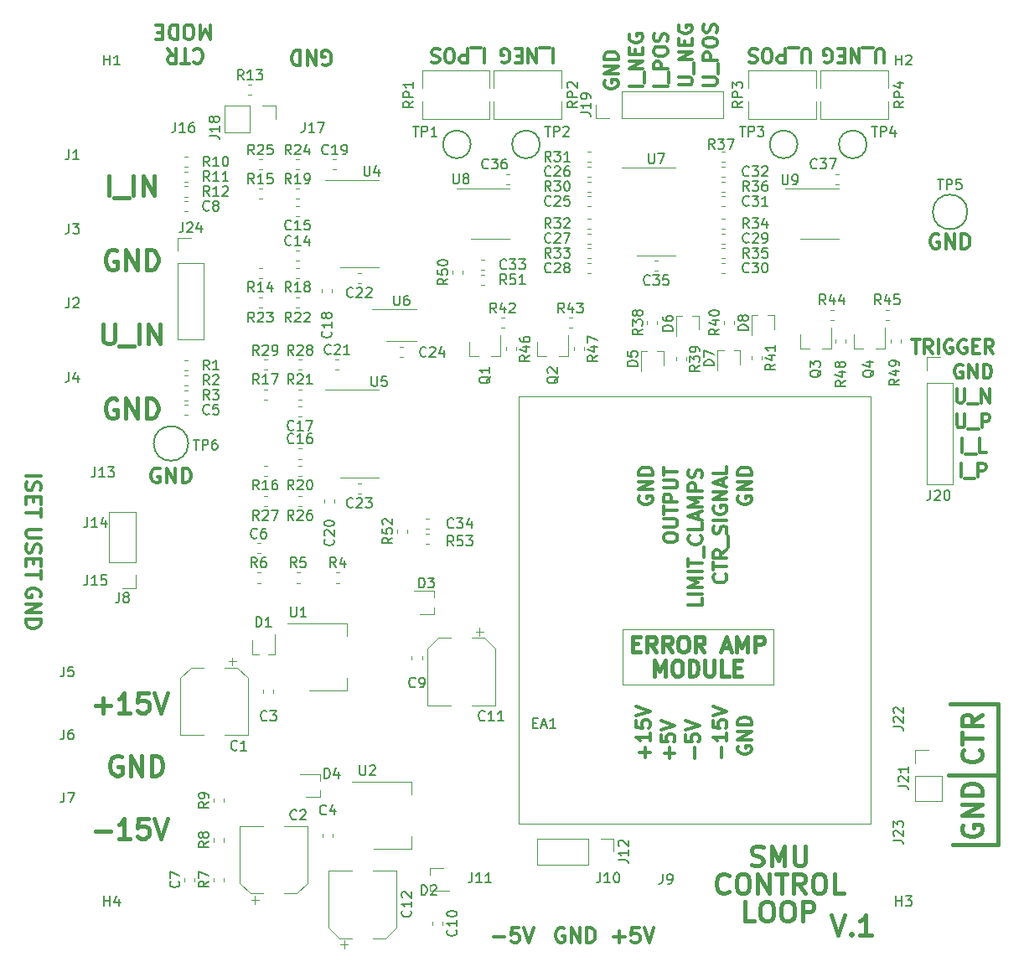
<source format=gbr>
G04 #@! TF.GenerationSoftware,KiCad,Pcbnew,(5.1.5)-3*
G04 #@! TF.CreationDate,2020-10-27T23:28:23+01:00*
G04 #@! TF.ProjectId,control_loop_1,636f6e74-726f-46c5-9f6c-6f6f705f312e,rev?*
G04 #@! TF.SameCoordinates,Original*
G04 #@! TF.FileFunction,Legend,Top*
G04 #@! TF.FilePolarity,Positive*
%FSLAX46Y46*%
G04 Gerber Fmt 4.6, Leading zero omitted, Abs format (unit mm)*
G04 Created by KiCad (PCBNEW (5.1.5)-3) date 2020-10-27 23:28:23*
%MOMM*%
%LPD*%
G04 APERTURE LIST*
%ADD10C,0.400000*%
%ADD11C,0.120000*%
%ADD12C,0.300000*%
%ADD13C,0.150000*%
G04 APERTURE END LIST*
D10*
X173704761Y-139904761D02*
X174371428Y-141904761D01*
X175038095Y-139904761D01*
X175704761Y-141714285D02*
X175800000Y-141809523D01*
X175704761Y-141904761D01*
X175609523Y-141809523D01*
X175704761Y-141714285D01*
X175704761Y-141904761D01*
X177704761Y-141904761D02*
X176561904Y-141904761D01*
X177133333Y-141904761D02*
X177133333Y-139904761D01*
X176942857Y-140190476D01*
X176752380Y-140380952D01*
X176561904Y-140476190D01*
X165923809Y-140504761D02*
X164971428Y-140504761D01*
X164971428Y-138504761D01*
X166971428Y-138504761D02*
X167352380Y-138504761D01*
X167542857Y-138600000D01*
X167733333Y-138790476D01*
X167828571Y-139171428D01*
X167828571Y-139838095D01*
X167733333Y-140219047D01*
X167542857Y-140409523D01*
X167352380Y-140504761D01*
X166971428Y-140504761D01*
X166780952Y-140409523D01*
X166590476Y-140219047D01*
X166495238Y-139838095D01*
X166495238Y-139171428D01*
X166590476Y-138790476D01*
X166780952Y-138600000D01*
X166971428Y-138504761D01*
X169066666Y-138504761D02*
X169447619Y-138504761D01*
X169638095Y-138600000D01*
X169828571Y-138790476D01*
X169923809Y-139171428D01*
X169923809Y-139838095D01*
X169828571Y-140219047D01*
X169638095Y-140409523D01*
X169447619Y-140504761D01*
X169066666Y-140504761D01*
X168876190Y-140409523D01*
X168685714Y-140219047D01*
X168590476Y-139838095D01*
X168590476Y-139171428D01*
X168685714Y-138790476D01*
X168876190Y-138600000D01*
X169066666Y-138504761D01*
X170780952Y-140504761D02*
X170780952Y-138504761D01*
X171542857Y-138504761D01*
X171733333Y-138600000D01*
X171828571Y-138695238D01*
X171923809Y-138885714D01*
X171923809Y-139171428D01*
X171828571Y-139361904D01*
X171733333Y-139457142D01*
X171542857Y-139552380D01*
X170780952Y-139552380D01*
X165638095Y-134809523D02*
X165923809Y-134904761D01*
X166400000Y-134904761D01*
X166590476Y-134809523D01*
X166685714Y-134714285D01*
X166780952Y-134523809D01*
X166780952Y-134333333D01*
X166685714Y-134142857D01*
X166590476Y-134047619D01*
X166400000Y-133952380D01*
X166019047Y-133857142D01*
X165828571Y-133761904D01*
X165733333Y-133666666D01*
X165638095Y-133476190D01*
X165638095Y-133285714D01*
X165733333Y-133095238D01*
X165828571Y-133000000D01*
X166019047Y-132904761D01*
X166495238Y-132904761D01*
X166780952Y-133000000D01*
X167638095Y-134904761D02*
X167638095Y-132904761D01*
X168304761Y-134333333D01*
X168971428Y-132904761D01*
X168971428Y-134904761D01*
X169923809Y-132904761D02*
X169923809Y-134523809D01*
X170019047Y-134714285D01*
X170114285Y-134809523D01*
X170304761Y-134904761D01*
X170685714Y-134904761D01*
X170876190Y-134809523D01*
X170971428Y-134714285D01*
X171066666Y-134523809D01*
X171066666Y-132904761D01*
X163304761Y-137514285D02*
X163209523Y-137609523D01*
X162923809Y-137704761D01*
X162733333Y-137704761D01*
X162447619Y-137609523D01*
X162257142Y-137419047D01*
X162161904Y-137228571D01*
X162066666Y-136847619D01*
X162066666Y-136561904D01*
X162161904Y-136180952D01*
X162257142Y-135990476D01*
X162447619Y-135800000D01*
X162733333Y-135704761D01*
X162923809Y-135704761D01*
X163209523Y-135800000D01*
X163304761Y-135895238D01*
X164542857Y-135704761D02*
X164923809Y-135704761D01*
X165114285Y-135800000D01*
X165304761Y-135990476D01*
X165400000Y-136371428D01*
X165400000Y-137038095D01*
X165304761Y-137419047D01*
X165114285Y-137609523D01*
X164923809Y-137704761D01*
X164542857Y-137704761D01*
X164352380Y-137609523D01*
X164161904Y-137419047D01*
X164066666Y-137038095D01*
X164066666Y-136371428D01*
X164161904Y-135990476D01*
X164352380Y-135800000D01*
X164542857Y-135704761D01*
X166257142Y-137704761D02*
X166257142Y-135704761D01*
X167400000Y-137704761D01*
X167400000Y-135704761D01*
X168066666Y-135704761D02*
X169209523Y-135704761D01*
X168638095Y-137704761D02*
X168638095Y-135704761D01*
X171019047Y-137704761D02*
X170352380Y-136752380D01*
X169876190Y-137704761D02*
X169876190Y-135704761D01*
X170638095Y-135704761D01*
X170828571Y-135800000D01*
X170923809Y-135895238D01*
X171019047Y-136085714D01*
X171019047Y-136371428D01*
X170923809Y-136561904D01*
X170828571Y-136657142D01*
X170638095Y-136752380D01*
X169876190Y-136752380D01*
X172257142Y-135704761D02*
X172638095Y-135704761D01*
X172828571Y-135800000D01*
X173019047Y-135990476D01*
X173114285Y-136371428D01*
X173114285Y-137038095D01*
X173019047Y-137419047D01*
X172828571Y-137609523D01*
X172638095Y-137704761D01*
X172257142Y-137704761D01*
X172066666Y-137609523D01*
X171876190Y-137419047D01*
X171780952Y-137038095D01*
X171780952Y-136371428D01*
X171876190Y-135990476D01*
X172066666Y-135800000D01*
X172257142Y-135704761D01*
X174923809Y-137704761D02*
X173971428Y-137704761D01*
X173971428Y-135704761D01*
D11*
X152600000Y-116600000D02*
X152600000Y-111000000D01*
X167800000Y-116600000D02*
X152600000Y-116600000D01*
X167800000Y-111000000D02*
X167800000Y-116600000D01*
X152600000Y-111000000D02*
X167800000Y-111000000D01*
D10*
X155819047Y-115723809D02*
X155819047Y-114123809D01*
X156352380Y-115266666D01*
X156885714Y-114123809D01*
X156885714Y-115723809D01*
X157952380Y-114123809D02*
X158257142Y-114123809D01*
X158409523Y-114200000D01*
X158561904Y-114352380D01*
X158638095Y-114657142D01*
X158638095Y-115190476D01*
X158561904Y-115495238D01*
X158409523Y-115647619D01*
X158257142Y-115723809D01*
X157952380Y-115723809D01*
X157800000Y-115647619D01*
X157647619Y-115495238D01*
X157571428Y-115190476D01*
X157571428Y-114657142D01*
X157647619Y-114352380D01*
X157800000Y-114200000D01*
X157952380Y-114123809D01*
X159323809Y-115723809D02*
X159323809Y-114123809D01*
X159704761Y-114123809D01*
X159933333Y-114200000D01*
X160085714Y-114352380D01*
X160161904Y-114504761D01*
X160238095Y-114809523D01*
X160238095Y-115038095D01*
X160161904Y-115342857D01*
X160085714Y-115495238D01*
X159933333Y-115647619D01*
X159704761Y-115723809D01*
X159323809Y-115723809D01*
X160923809Y-114123809D02*
X160923809Y-115419047D01*
X161000000Y-115571428D01*
X161076190Y-115647619D01*
X161228571Y-115723809D01*
X161533333Y-115723809D01*
X161685714Y-115647619D01*
X161761904Y-115571428D01*
X161838095Y-115419047D01*
X161838095Y-114123809D01*
X163361904Y-115723809D02*
X162600000Y-115723809D01*
X162600000Y-114123809D01*
X163895238Y-114885714D02*
X164428571Y-114885714D01*
X164657142Y-115723809D02*
X163895238Y-115723809D01*
X163895238Y-114123809D01*
X164657142Y-114123809D01*
X153609523Y-112485714D02*
X154142857Y-112485714D01*
X154371428Y-113323809D02*
X153609523Y-113323809D01*
X153609523Y-111723809D01*
X154371428Y-111723809D01*
X155971428Y-113323809D02*
X155438095Y-112561904D01*
X155057142Y-113323809D02*
X155057142Y-111723809D01*
X155666666Y-111723809D01*
X155819047Y-111800000D01*
X155895238Y-111876190D01*
X155971428Y-112028571D01*
X155971428Y-112257142D01*
X155895238Y-112409523D01*
X155819047Y-112485714D01*
X155666666Y-112561904D01*
X155057142Y-112561904D01*
X157571428Y-113323809D02*
X157038095Y-112561904D01*
X156657142Y-113323809D02*
X156657142Y-111723809D01*
X157266666Y-111723809D01*
X157419047Y-111800000D01*
X157495238Y-111876190D01*
X157571428Y-112028571D01*
X157571428Y-112257142D01*
X157495238Y-112409523D01*
X157419047Y-112485714D01*
X157266666Y-112561904D01*
X156657142Y-112561904D01*
X158561904Y-111723809D02*
X158866666Y-111723809D01*
X159019047Y-111800000D01*
X159171428Y-111952380D01*
X159247619Y-112257142D01*
X159247619Y-112790476D01*
X159171428Y-113095238D01*
X159019047Y-113247619D01*
X158866666Y-113323809D01*
X158561904Y-113323809D01*
X158409523Y-113247619D01*
X158257142Y-113095238D01*
X158180952Y-112790476D01*
X158180952Y-112257142D01*
X158257142Y-111952380D01*
X158409523Y-111800000D01*
X158561904Y-111723809D01*
X160847619Y-113323809D02*
X160314285Y-112561904D01*
X159933333Y-113323809D02*
X159933333Y-111723809D01*
X160542857Y-111723809D01*
X160695238Y-111800000D01*
X160771428Y-111876190D01*
X160847619Y-112028571D01*
X160847619Y-112257142D01*
X160771428Y-112409523D01*
X160695238Y-112485714D01*
X160542857Y-112561904D01*
X159933333Y-112561904D01*
X162676190Y-112866666D02*
X163438095Y-112866666D01*
X162523809Y-113323809D02*
X163057142Y-111723809D01*
X163590476Y-113323809D01*
X164123809Y-113323809D02*
X164123809Y-111723809D01*
X164657142Y-112866666D01*
X165190476Y-111723809D01*
X165190476Y-113323809D01*
X165952380Y-113323809D02*
X165952380Y-111723809D01*
X166561904Y-111723809D01*
X166714285Y-111800000D01*
X166790476Y-111876190D01*
X166866666Y-112028571D01*
X166866666Y-112257142D01*
X166790476Y-112409523D01*
X166714285Y-112485714D01*
X166561904Y-112561904D01*
X165952380Y-112561904D01*
D12*
X154850000Y-123966666D02*
X154850000Y-122900000D01*
X155383333Y-123433333D02*
X154316666Y-123433333D01*
X155383333Y-121500000D02*
X155383333Y-122300000D01*
X155383333Y-121900000D02*
X153983333Y-121900000D01*
X154183333Y-122033333D01*
X154316666Y-122166666D01*
X154383333Y-122300000D01*
X153983333Y-120233333D02*
X153983333Y-120900000D01*
X154650000Y-120966666D01*
X154583333Y-120900000D01*
X154516666Y-120766666D01*
X154516666Y-120433333D01*
X154583333Y-120300000D01*
X154650000Y-120233333D01*
X154783333Y-120166666D01*
X155116666Y-120166666D01*
X155250000Y-120233333D01*
X155316666Y-120300000D01*
X155383333Y-120433333D01*
X155383333Y-120766666D01*
X155316666Y-120900000D01*
X155250000Y-120966666D01*
X153983333Y-119766666D02*
X155383333Y-119300000D01*
X153983333Y-118833333D01*
X157350000Y-124050000D02*
X157350000Y-122983333D01*
X157883333Y-123516666D02*
X156816666Y-123516666D01*
X156483333Y-121650000D02*
X156483333Y-122316666D01*
X157150000Y-122383333D01*
X157083333Y-122316666D01*
X157016666Y-122183333D01*
X157016666Y-121850000D01*
X157083333Y-121716666D01*
X157150000Y-121650000D01*
X157283333Y-121583333D01*
X157616666Y-121583333D01*
X157750000Y-121650000D01*
X157816666Y-121716666D01*
X157883333Y-121850000D01*
X157883333Y-122183333D01*
X157816666Y-122316666D01*
X157750000Y-122383333D01*
X156483333Y-121183333D02*
X157883333Y-120716666D01*
X156483333Y-120250000D01*
X159850000Y-124050000D02*
X159850000Y-122983333D01*
X158983333Y-121650000D02*
X158983333Y-122316666D01*
X159650000Y-122383333D01*
X159583333Y-122316666D01*
X159516666Y-122183333D01*
X159516666Y-121850000D01*
X159583333Y-121716666D01*
X159650000Y-121650000D01*
X159783333Y-121583333D01*
X160116666Y-121583333D01*
X160250000Y-121650000D01*
X160316666Y-121716666D01*
X160383333Y-121850000D01*
X160383333Y-122183333D01*
X160316666Y-122316666D01*
X160250000Y-122383333D01*
X158983333Y-121183333D02*
X160383333Y-120716666D01*
X158983333Y-120250000D01*
X162600000Y-123966666D02*
X162600000Y-122900000D01*
X163133333Y-121500000D02*
X163133333Y-122300000D01*
X163133333Y-121900000D02*
X161733333Y-121900000D01*
X161933333Y-122033333D01*
X162066666Y-122166666D01*
X162133333Y-122300000D01*
X161733333Y-120233333D02*
X161733333Y-120900000D01*
X162400000Y-120966666D01*
X162333333Y-120900000D01*
X162266666Y-120766666D01*
X162266666Y-120433333D01*
X162333333Y-120300000D01*
X162400000Y-120233333D01*
X162533333Y-120166666D01*
X162866666Y-120166666D01*
X163000000Y-120233333D01*
X163066666Y-120300000D01*
X163133333Y-120433333D01*
X163133333Y-120766666D01*
X163066666Y-120900000D01*
X163000000Y-120966666D01*
X161733333Y-119766666D02*
X163133333Y-119300000D01*
X161733333Y-118833333D01*
X164300000Y-122816666D02*
X164233333Y-122950000D01*
X164233333Y-123150000D01*
X164300000Y-123350000D01*
X164433333Y-123483333D01*
X164566666Y-123550000D01*
X164833333Y-123616666D01*
X165033333Y-123616666D01*
X165300000Y-123550000D01*
X165433333Y-123483333D01*
X165566666Y-123350000D01*
X165633333Y-123150000D01*
X165633333Y-123016666D01*
X165566666Y-122816666D01*
X165500000Y-122750000D01*
X165033333Y-122750000D01*
X165033333Y-123016666D01*
X165633333Y-122150000D02*
X164233333Y-122150000D01*
X165633333Y-121350000D01*
X164233333Y-121350000D01*
X165633333Y-120683333D02*
X164233333Y-120683333D01*
X164233333Y-120350000D01*
X164300000Y-120150000D01*
X164433333Y-120016666D01*
X164566666Y-119950000D01*
X164833333Y-119883333D01*
X165033333Y-119883333D01*
X165300000Y-119950000D01*
X165433333Y-120016666D01*
X165566666Y-120150000D01*
X165633333Y-120350000D01*
X165633333Y-120683333D01*
X164300000Y-97566666D02*
X164233333Y-97700000D01*
X164233333Y-97900000D01*
X164300000Y-98100000D01*
X164433333Y-98233333D01*
X164566666Y-98300000D01*
X164833333Y-98366666D01*
X165033333Y-98366666D01*
X165300000Y-98300000D01*
X165433333Y-98233333D01*
X165566666Y-98100000D01*
X165633333Y-97900000D01*
X165633333Y-97766666D01*
X165566666Y-97566666D01*
X165500000Y-97500000D01*
X165033333Y-97500000D01*
X165033333Y-97766666D01*
X165633333Y-96900000D02*
X164233333Y-96900000D01*
X165633333Y-96100000D01*
X164233333Y-96100000D01*
X165633333Y-95433333D02*
X164233333Y-95433333D01*
X164233333Y-95100000D01*
X164300000Y-94900000D01*
X164433333Y-94766666D01*
X164566666Y-94700000D01*
X164833333Y-94633333D01*
X165033333Y-94633333D01*
X165300000Y-94700000D01*
X165433333Y-94766666D01*
X165566666Y-94900000D01*
X165633333Y-95100000D01*
X165633333Y-95433333D01*
X163000000Y-105433333D02*
X163066666Y-105500000D01*
X163133333Y-105700000D01*
X163133333Y-105833333D01*
X163066666Y-106033333D01*
X162933333Y-106166666D01*
X162800000Y-106233333D01*
X162533333Y-106300000D01*
X162333333Y-106300000D01*
X162066666Y-106233333D01*
X161933333Y-106166666D01*
X161800000Y-106033333D01*
X161733333Y-105833333D01*
X161733333Y-105700000D01*
X161800000Y-105500000D01*
X161866666Y-105433333D01*
X161733333Y-105033333D02*
X161733333Y-104233333D01*
X163133333Y-104633333D02*
X161733333Y-104633333D01*
X163133333Y-102966666D02*
X162466666Y-103433333D01*
X163133333Y-103766666D02*
X161733333Y-103766666D01*
X161733333Y-103233333D01*
X161800000Y-103100000D01*
X161866666Y-103033333D01*
X162000000Y-102966666D01*
X162200000Y-102966666D01*
X162333333Y-103033333D01*
X162400000Y-103100000D01*
X162466666Y-103233333D01*
X162466666Y-103766666D01*
X163266666Y-102700000D02*
X163266666Y-101633333D01*
X163066666Y-101366666D02*
X163133333Y-101166666D01*
X163133333Y-100833333D01*
X163066666Y-100700000D01*
X163000000Y-100633333D01*
X162866666Y-100566666D01*
X162733333Y-100566666D01*
X162600000Y-100633333D01*
X162533333Y-100700000D01*
X162466666Y-100833333D01*
X162400000Y-101100000D01*
X162333333Y-101233333D01*
X162266666Y-101300000D01*
X162133333Y-101366666D01*
X162000000Y-101366666D01*
X161866666Y-101300000D01*
X161800000Y-101233333D01*
X161733333Y-101100000D01*
X161733333Y-100766666D01*
X161800000Y-100566666D01*
X163133333Y-99966666D02*
X161733333Y-99966666D01*
X161800000Y-98566666D02*
X161733333Y-98700000D01*
X161733333Y-98900000D01*
X161800000Y-99100000D01*
X161933333Y-99233333D01*
X162066666Y-99300000D01*
X162333333Y-99366666D01*
X162533333Y-99366666D01*
X162800000Y-99300000D01*
X162933333Y-99233333D01*
X163066666Y-99100000D01*
X163133333Y-98900000D01*
X163133333Y-98766666D01*
X163066666Y-98566666D01*
X163000000Y-98500000D01*
X162533333Y-98500000D01*
X162533333Y-98766666D01*
X163133333Y-97900000D02*
X161733333Y-97900000D01*
X163133333Y-97100000D01*
X161733333Y-97100000D01*
X162733333Y-96500000D02*
X162733333Y-95833333D01*
X163133333Y-96633333D02*
X161733333Y-96166666D01*
X163133333Y-95700000D01*
X163133333Y-94566666D02*
X163133333Y-95233333D01*
X161733333Y-95233333D01*
X160633333Y-107883333D02*
X160633333Y-108550000D01*
X159233333Y-108550000D01*
X160633333Y-107416666D02*
X159233333Y-107416666D01*
X160633333Y-106750000D02*
X159233333Y-106750000D01*
X160233333Y-106283333D01*
X159233333Y-105816666D01*
X160633333Y-105816666D01*
X160633333Y-105150000D02*
X159233333Y-105150000D01*
X159233333Y-104683333D02*
X159233333Y-103883333D01*
X160633333Y-104283333D02*
X159233333Y-104283333D01*
X160766666Y-103750000D02*
X160766666Y-102683333D01*
X160500000Y-101550000D02*
X160566666Y-101616666D01*
X160633333Y-101816666D01*
X160633333Y-101950000D01*
X160566666Y-102150000D01*
X160433333Y-102283333D01*
X160300000Y-102350000D01*
X160033333Y-102416666D01*
X159833333Y-102416666D01*
X159566666Y-102350000D01*
X159433333Y-102283333D01*
X159300000Y-102150000D01*
X159233333Y-101950000D01*
X159233333Y-101816666D01*
X159300000Y-101616666D01*
X159366666Y-101550000D01*
X160633333Y-100283333D02*
X160633333Y-100950000D01*
X159233333Y-100950000D01*
X160233333Y-99883333D02*
X160233333Y-99216666D01*
X160633333Y-100016666D02*
X159233333Y-99550000D01*
X160633333Y-99083333D01*
X160633333Y-98616666D02*
X159233333Y-98616666D01*
X160233333Y-98150000D01*
X159233333Y-97683333D01*
X160633333Y-97683333D01*
X160633333Y-97016666D02*
X159233333Y-97016666D01*
X159233333Y-96483333D01*
X159300000Y-96350000D01*
X159366666Y-96283333D01*
X159500000Y-96216666D01*
X159700000Y-96216666D01*
X159833333Y-96283333D01*
X159900000Y-96350000D01*
X159966666Y-96483333D01*
X159966666Y-97016666D01*
X160566666Y-95683333D02*
X160633333Y-95483333D01*
X160633333Y-95150000D01*
X160566666Y-95016666D01*
X160500000Y-94950000D01*
X160366666Y-94883333D01*
X160233333Y-94883333D01*
X160100000Y-94950000D01*
X160033333Y-95016666D01*
X159966666Y-95150000D01*
X159900000Y-95416666D01*
X159833333Y-95550000D01*
X159766666Y-95616666D01*
X159633333Y-95683333D01*
X159500000Y-95683333D01*
X159366666Y-95616666D01*
X159300000Y-95550000D01*
X159233333Y-95416666D01*
X159233333Y-95083333D01*
X159300000Y-94883333D01*
X156733333Y-101866666D02*
X156733333Y-101600000D01*
X156800000Y-101466666D01*
X156933333Y-101333333D01*
X157200000Y-101266666D01*
X157666666Y-101266666D01*
X157933333Y-101333333D01*
X158066666Y-101466666D01*
X158133333Y-101600000D01*
X158133333Y-101866666D01*
X158066666Y-102000000D01*
X157933333Y-102133333D01*
X157666666Y-102200000D01*
X157200000Y-102200000D01*
X156933333Y-102133333D01*
X156800000Y-102000000D01*
X156733333Y-101866666D01*
X156733333Y-100666666D02*
X157866666Y-100666666D01*
X158000000Y-100600000D01*
X158066666Y-100533333D01*
X158133333Y-100400000D01*
X158133333Y-100133333D01*
X158066666Y-100000000D01*
X158000000Y-99933333D01*
X157866666Y-99866666D01*
X156733333Y-99866666D01*
X156733333Y-99400000D02*
X156733333Y-98600000D01*
X158133333Y-99000000D02*
X156733333Y-99000000D01*
X158133333Y-98133333D02*
X156733333Y-98133333D01*
X156733333Y-97600000D01*
X156800000Y-97466666D01*
X156866666Y-97400000D01*
X157000000Y-97333333D01*
X157200000Y-97333333D01*
X157333333Y-97400000D01*
X157400000Y-97466666D01*
X157466666Y-97600000D01*
X157466666Y-98133333D01*
X156733333Y-96733333D02*
X157866666Y-96733333D01*
X158000000Y-96666666D01*
X158066666Y-96600000D01*
X158133333Y-96466666D01*
X158133333Y-96200000D01*
X158066666Y-96066666D01*
X158000000Y-96000000D01*
X157866666Y-95933333D01*
X156733333Y-95933333D01*
X156733333Y-95466666D02*
X156733333Y-94666666D01*
X158133333Y-95066666D02*
X156733333Y-95066666D01*
X154300000Y-97566666D02*
X154233333Y-97700000D01*
X154233333Y-97900000D01*
X154300000Y-98100000D01*
X154433333Y-98233333D01*
X154566666Y-98300000D01*
X154833333Y-98366666D01*
X155033333Y-98366666D01*
X155300000Y-98300000D01*
X155433333Y-98233333D01*
X155566666Y-98100000D01*
X155633333Y-97900000D01*
X155633333Y-97766666D01*
X155566666Y-97566666D01*
X155500000Y-97500000D01*
X155033333Y-97500000D01*
X155033333Y-97766666D01*
X155633333Y-96900000D02*
X154233333Y-96900000D01*
X155633333Y-96100000D01*
X154233333Y-96100000D01*
X155633333Y-95433333D02*
X154233333Y-95433333D01*
X154233333Y-95100000D01*
X154300000Y-94900000D01*
X154433333Y-94766666D01*
X154566666Y-94700000D01*
X154833333Y-94633333D01*
X155033333Y-94633333D01*
X155300000Y-94700000D01*
X155433333Y-94766666D01*
X155566666Y-94900000D01*
X155633333Y-95100000D01*
X155633333Y-95433333D01*
X186933333Y-84300000D02*
X186800000Y-84233333D01*
X186600000Y-84233333D01*
X186400000Y-84300000D01*
X186266666Y-84433333D01*
X186200000Y-84566666D01*
X186133333Y-84833333D01*
X186133333Y-85033333D01*
X186200000Y-85300000D01*
X186266666Y-85433333D01*
X186400000Y-85566666D01*
X186600000Y-85633333D01*
X186733333Y-85633333D01*
X186933333Y-85566666D01*
X187000000Y-85500000D01*
X187000000Y-85033333D01*
X186733333Y-85033333D01*
X187600000Y-85633333D02*
X187600000Y-84233333D01*
X188400000Y-85633333D01*
X188400000Y-84233333D01*
X189066666Y-85633333D02*
X189066666Y-84233333D01*
X189400000Y-84233333D01*
X189600000Y-84300000D01*
X189733333Y-84433333D01*
X189800000Y-84566666D01*
X189866666Y-84833333D01*
X189866666Y-85033333D01*
X189800000Y-85300000D01*
X189733333Y-85433333D01*
X189600000Y-85566666D01*
X189400000Y-85633333D01*
X189066666Y-85633333D01*
X186766666Y-95633333D02*
X186766666Y-94233333D01*
X187100000Y-95766666D02*
X188166666Y-95766666D01*
X188500000Y-95633333D02*
X188500000Y-94233333D01*
X189033333Y-94233333D01*
X189166666Y-94300000D01*
X189233333Y-94366666D01*
X189300000Y-94500000D01*
X189300000Y-94700000D01*
X189233333Y-94833333D01*
X189166666Y-94900000D01*
X189033333Y-94966666D01*
X188500000Y-94966666D01*
X186900000Y-93133333D02*
X186900000Y-91733333D01*
X187233333Y-93266666D02*
X188300000Y-93266666D01*
X189300000Y-93133333D02*
X188633333Y-93133333D01*
X188633333Y-91733333D01*
X186366666Y-89233333D02*
X186366666Y-90366666D01*
X186433333Y-90500000D01*
X186500000Y-90566666D01*
X186633333Y-90633333D01*
X186900000Y-90633333D01*
X187033333Y-90566666D01*
X187100000Y-90500000D01*
X187166666Y-90366666D01*
X187166666Y-89233333D01*
X187500000Y-90766666D02*
X188566666Y-90766666D01*
X188900000Y-90633333D02*
X188900000Y-89233333D01*
X189433333Y-89233333D01*
X189566666Y-89300000D01*
X189633333Y-89366666D01*
X189700000Y-89500000D01*
X189700000Y-89700000D01*
X189633333Y-89833333D01*
X189566666Y-89900000D01*
X189433333Y-89966666D01*
X188900000Y-89966666D01*
X186333333Y-86733333D02*
X186333333Y-87866666D01*
X186400000Y-88000000D01*
X186466666Y-88066666D01*
X186600000Y-88133333D01*
X186866666Y-88133333D01*
X187000000Y-88066666D01*
X187066666Y-88000000D01*
X187133333Y-87866666D01*
X187133333Y-86733333D01*
X187466666Y-88266666D02*
X188533333Y-88266666D01*
X188866666Y-88133333D02*
X188866666Y-86733333D01*
X189666666Y-88133333D01*
X189666666Y-86733333D01*
X181833333Y-81733333D02*
X182633333Y-81733333D01*
X182233333Y-83133333D02*
X182233333Y-81733333D01*
X183900000Y-83133333D02*
X183433333Y-82466666D01*
X183100000Y-83133333D02*
X183100000Y-81733333D01*
X183633333Y-81733333D01*
X183766666Y-81800000D01*
X183833333Y-81866666D01*
X183900000Y-82000000D01*
X183900000Y-82200000D01*
X183833333Y-82333333D01*
X183766666Y-82400000D01*
X183633333Y-82466666D01*
X183100000Y-82466666D01*
X184500000Y-83133333D02*
X184500000Y-81733333D01*
X185900000Y-81800000D02*
X185766666Y-81733333D01*
X185566666Y-81733333D01*
X185366666Y-81800000D01*
X185233333Y-81933333D01*
X185166666Y-82066666D01*
X185100000Y-82333333D01*
X185100000Y-82533333D01*
X185166666Y-82800000D01*
X185233333Y-82933333D01*
X185366666Y-83066666D01*
X185566666Y-83133333D01*
X185700000Y-83133333D01*
X185900000Y-83066666D01*
X185966666Y-83000000D01*
X185966666Y-82533333D01*
X185700000Y-82533333D01*
X187300000Y-81800000D02*
X187166666Y-81733333D01*
X186966666Y-81733333D01*
X186766666Y-81800000D01*
X186633333Y-81933333D01*
X186566666Y-82066666D01*
X186500000Y-82333333D01*
X186500000Y-82533333D01*
X186566666Y-82800000D01*
X186633333Y-82933333D01*
X186766666Y-83066666D01*
X186966666Y-83133333D01*
X187100000Y-83133333D01*
X187300000Y-83066666D01*
X187366666Y-83000000D01*
X187366666Y-82533333D01*
X187100000Y-82533333D01*
X187966666Y-82400000D02*
X188433333Y-82400000D01*
X188633333Y-83133333D02*
X187966666Y-83133333D01*
X187966666Y-81733333D01*
X188633333Y-81733333D01*
X190033333Y-83133333D02*
X189566666Y-82466666D01*
X189233333Y-83133333D02*
X189233333Y-81733333D01*
X189766666Y-81733333D01*
X189900000Y-81800000D01*
X189966666Y-81866666D01*
X190033333Y-82000000D01*
X190033333Y-82200000D01*
X189966666Y-82333333D01*
X189900000Y-82400000D01*
X189766666Y-82466666D01*
X189233333Y-82466666D01*
X150800000Y-55566666D02*
X150733333Y-55700000D01*
X150733333Y-55900000D01*
X150800000Y-56100000D01*
X150933333Y-56233333D01*
X151066666Y-56300000D01*
X151333333Y-56366666D01*
X151533333Y-56366666D01*
X151800000Y-56300000D01*
X151933333Y-56233333D01*
X152066666Y-56100000D01*
X152133333Y-55900000D01*
X152133333Y-55766666D01*
X152066666Y-55566666D01*
X152000000Y-55500000D01*
X151533333Y-55500000D01*
X151533333Y-55766666D01*
X152133333Y-54900000D02*
X150733333Y-54900000D01*
X152133333Y-54100000D01*
X150733333Y-54100000D01*
X152133333Y-53433333D02*
X150733333Y-53433333D01*
X150733333Y-53100000D01*
X150800000Y-52900000D01*
X150933333Y-52766666D01*
X151066666Y-52700000D01*
X151333333Y-52633333D01*
X151533333Y-52633333D01*
X151800000Y-52700000D01*
X151933333Y-52766666D01*
X152066666Y-52900000D01*
X152133333Y-53100000D01*
X152133333Y-53433333D01*
X158233333Y-56000000D02*
X159366666Y-56000000D01*
X159500000Y-55933333D01*
X159566666Y-55866666D01*
X159633333Y-55733333D01*
X159633333Y-55466666D01*
X159566666Y-55333333D01*
X159500000Y-55266666D01*
X159366666Y-55200000D01*
X158233333Y-55200000D01*
X159766666Y-54866666D02*
X159766666Y-53800000D01*
X159633333Y-53466666D02*
X158233333Y-53466666D01*
X159633333Y-52666666D01*
X158233333Y-52666666D01*
X158900000Y-52000000D02*
X158900000Y-51533333D01*
X159633333Y-51333333D02*
X159633333Y-52000000D01*
X158233333Y-52000000D01*
X158233333Y-51333333D01*
X158300000Y-50000000D02*
X158233333Y-50133333D01*
X158233333Y-50333333D01*
X158300000Y-50533333D01*
X158433333Y-50666666D01*
X158566666Y-50733333D01*
X158833333Y-50800000D01*
X159033333Y-50800000D01*
X159300000Y-50733333D01*
X159433333Y-50666666D01*
X159566666Y-50533333D01*
X159633333Y-50333333D01*
X159633333Y-50200000D01*
X159566666Y-50000000D01*
X159500000Y-49933333D01*
X159033333Y-49933333D01*
X159033333Y-50200000D01*
X160733333Y-56033333D02*
X161866666Y-56033333D01*
X162000000Y-55966666D01*
X162066666Y-55900000D01*
X162133333Y-55766666D01*
X162133333Y-55500000D01*
X162066666Y-55366666D01*
X162000000Y-55300000D01*
X161866666Y-55233333D01*
X160733333Y-55233333D01*
X162266666Y-54900000D02*
X162266666Y-53833333D01*
X162133333Y-53500000D02*
X160733333Y-53500000D01*
X160733333Y-52966666D01*
X160800000Y-52833333D01*
X160866666Y-52766666D01*
X161000000Y-52700000D01*
X161200000Y-52700000D01*
X161333333Y-52766666D01*
X161400000Y-52833333D01*
X161466666Y-52966666D01*
X161466666Y-53500000D01*
X160733333Y-51833333D02*
X160733333Y-51566666D01*
X160800000Y-51433333D01*
X160933333Y-51300000D01*
X161200000Y-51233333D01*
X161666666Y-51233333D01*
X161933333Y-51300000D01*
X162066666Y-51433333D01*
X162133333Y-51566666D01*
X162133333Y-51833333D01*
X162066666Y-51966666D01*
X161933333Y-52100000D01*
X161666666Y-52166666D01*
X161200000Y-52166666D01*
X160933333Y-52100000D01*
X160800000Y-51966666D01*
X160733333Y-51833333D01*
X162066666Y-50700000D02*
X162133333Y-50500000D01*
X162133333Y-50166666D01*
X162066666Y-50033333D01*
X162000000Y-49966666D01*
X161866666Y-49900000D01*
X161733333Y-49900000D01*
X161600000Y-49966666D01*
X161533333Y-50033333D01*
X161466666Y-50166666D01*
X161400000Y-50433333D01*
X161333333Y-50566666D01*
X161266666Y-50633333D01*
X161133333Y-50700000D01*
X161000000Y-50700000D01*
X160866666Y-50633333D01*
X160800000Y-50566666D01*
X160733333Y-50433333D01*
X160733333Y-50100000D01*
X160800000Y-49900000D01*
X154633333Y-56100000D02*
X153233333Y-56100000D01*
X154766666Y-55766666D02*
X154766666Y-54700000D01*
X154633333Y-54366666D02*
X153233333Y-54366666D01*
X154633333Y-53566666D01*
X153233333Y-53566666D01*
X153900000Y-52900000D02*
X153900000Y-52433333D01*
X154633333Y-52233333D02*
X154633333Y-52900000D01*
X153233333Y-52900000D01*
X153233333Y-52233333D01*
X153300000Y-50900000D02*
X153233333Y-51033333D01*
X153233333Y-51233333D01*
X153300000Y-51433333D01*
X153433333Y-51566666D01*
X153566666Y-51633333D01*
X153833333Y-51700000D01*
X154033333Y-51700000D01*
X154300000Y-51633333D01*
X154433333Y-51566666D01*
X154566666Y-51433333D01*
X154633333Y-51233333D01*
X154633333Y-51100000D01*
X154566666Y-50900000D01*
X154500000Y-50833333D01*
X154033333Y-50833333D01*
X154033333Y-51100000D01*
X157133333Y-56133333D02*
X155733333Y-56133333D01*
X157266666Y-55800000D02*
X157266666Y-54733333D01*
X157133333Y-54400000D02*
X155733333Y-54400000D01*
X155733333Y-53866666D01*
X155800000Y-53733333D01*
X155866666Y-53666666D01*
X156000000Y-53600000D01*
X156200000Y-53600000D01*
X156333333Y-53666666D01*
X156400000Y-53733333D01*
X156466666Y-53866666D01*
X156466666Y-54400000D01*
X155733333Y-52733333D02*
X155733333Y-52466666D01*
X155800000Y-52333333D01*
X155933333Y-52200000D01*
X156200000Y-52133333D01*
X156666666Y-52133333D01*
X156933333Y-52200000D01*
X157066666Y-52333333D01*
X157133333Y-52466666D01*
X157133333Y-52733333D01*
X157066666Y-52866666D01*
X156933333Y-53000000D01*
X156666666Y-53066666D01*
X156200000Y-53066666D01*
X155933333Y-53000000D01*
X155800000Y-52866666D01*
X155733333Y-52733333D01*
X157066666Y-51600000D02*
X157133333Y-51400000D01*
X157133333Y-51066666D01*
X157066666Y-50933333D01*
X157000000Y-50866666D01*
X156866666Y-50800000D01*
X156733333Y-50800000D01*
X156600000Y-50866666D01*
X156533333Y-50933333D01*
X156466666Y-51066666D01*
X156400000Y-51333333D01*
X156333333Y-51466666D01*
X156266666Y-51533333D01*
X156133333Y-51600000D01*
X156000000Y-51600000D01*
X155866666Y-51533333D01*
X155800000Y-51466666D01*
X155733333Y-51333333D01*
X155733333Y-51000000D01*
X155800000Y-50800000D01*
X179000000Y-53766666D02*
X179000000Y-52633333D01*
X178933333Y-52500000D01*
X178866666Y-52433333D01*
X178733333Y-52366666D01*
X178466666Y-52366666D01*
X178333333Y-52433333D01*
X178266666Y-52500000D01*
X178200000Y-52633333D01*
X178200000Y-53766666D01*
X177866666Y-52233333D02*
X176800000Y-52233333D01*
X176466666Y-52366666D02*
X176466666Y-53766666D01*
X175666666Y-52366666D01*
X175666666Y-53766666D01*
X175000000Y-53100000D02*
X174533333Y-53100000D01*
X174333333Y-52366666D02*
X175000000Y-52366666D01*
X175000000Y-53766666D01*
X174333333Y-53766666D01*
X173000000Y-53700000D02*
X173133333Y-53766666D01*
X173333333Y-53766666D01*
X173533333Y-53700000D01*
X173666666Y-53566666D01*
X173733333Y-53433333D01*
X173800000Y-53166666D01*
X173800000Y-52966666D01*
X173733333Y-52700000D01*
X173666666Y-52566666D01*
X173533333Y-52433333D01*
X173333333Y-52366666D01*
X173200000Y-52366666D01*
X173000000Y-52433333D01*
X172933333Y-52500000D01*
X172933333Y-52966666D01*
X173200000Y-52966666D01*
X171533333Y-53766666D02*
X171533333Y-52633333D01*
X171466666Y-52500000D01*
X171400000Y-52433333D01*
X171266666Y-52366666D01*
X171000000Y-52366666D01*
X170866666Y-52433333D01*
X170800000Y-52500000D01*
X170733333Y-52633333D01*
X170733333Y-53766666D01*
X170400000Y-52233333D02*
X169333333Y-52233333D01*
X169000000Y-52366666D02*
X169000000Y-53766666D01*
X168466666Y-53766666D01*
X168333333Y-53700000D01*
X168266666Y-53633333D01*
X168200000Y-53500000D01*
X168200000Y-53300000D01*
X168266666Y-53166666D01*
X168333333Y-53100000D01*
X168466666Y-53033333D01*
X169000000Y-53033333D01*
X167333333Y-53766666D02*
X167066666Y-53766666D01*
X166933333Y-53700000D01*
X166800000Y-53566666D01*
X166733333Y-53300000D01*
X166733333Y-52833333D01*
X166800000Y-52566666D01*
X166933333Y-52433333D01*
X167066666Y-52366666D01*
X167333333Y-52366666D01*
X167466666Y-52433333D01*
X167600000Y-52566666D01*
X167666666Y-52833333D01*
X167666666Y-53300000D01*
X167600000Y-53566666D01*
X167466666Y-53700000D01*
X167333333Y-53766666D01*
X166200000Y-52433333D02*
X166000000Y-52366666D01*
X165666666Y-52366666D01*
X165533333Y-52433333D01*
X165466666Y-52500000D01*
X165400000Y-52633333D01*
X165400000Y-52766666D01*
X165466666Y-52900000D01*
X165533333Y-52966666D01*
X165666666Y-53033333D01*
X165933333Y-53100000D01*
X166066666Y-53166666D01*
X166133333Y-53233333D01*
X166200000Y-53366666D01*
X166200000Y-53500000D01*
X166133333Y-53633333D01*
X166066666Y-53700000D01*
X165933333Y-53766666D01*
X165600000Y-53766666D01*
X165400000Y-53700000D01*
X138633333Y-52366666D02*
X138633333Y-53766666D01*
X138300000Y-52233333D02*
X137233333Y-52233333D01*
X136900000Y-52366666D02*
X136900000Y-53766666D01*
X136366666Y-53766666D01*
X136233333Y-53700000D01*
X136166666Y-53633333D01*
X136100000Y-53500000D01*
X136100000Y-53300000D01*
X136166666Y-53166666D01*
X136233333Y-53100000D01*
X136366666Y-53033333D01*
X136900000Y-53033333D01*
X135233333Y-53766666D02*
X134966666Y-53766666D01*
X134833333Y-53700000D01*
X134700000Y-53566666D01*
X134633333Y-53300000D01*
X134633333Y-52833333D01*
X134700000Y-52566666D01*
X134833333Y-52433333D01*
X134966666Y-52366666D01*
X135233333Y-52366666D01*
X135366666Y-52433333D01*
X135500000Y-52566666D01*
X135566666Y-52833333D01*
X135566666Y-53300000D01*
X135500000Y-53566666D01*
X135366666Y-53700000D01*
X135233333Y-53766666D01*
X134100000Y-52433333D02*
X133900000Y-52366666D01*
X133566666Y-52366666D01*
X133433333Y-52433333D01*
X133366666Y-52500000D01*
X133300000Y-52633333D01*
X133300000Y-52766666D01*
X133366666Y-52900000D01*
X133433333Y-52966666D01*
X133566666Y-53033333D01*
X133833333Y-53100000D01*
X133966666Y-53166666D01*
X134033333Y-53233333D01*
X134100000Y-53366666D01*
X134100000Y-53500000D01*
X134033333Y-53633333D01*
X133966666Y-53700000D01*
X133833333Y-53766666D01*
X133500000Y-53766666D01*
X133300000Y-53700000D01*
X145600000Y-52366666D02*
X145600000Y-53766666D01*
X145266666Y-52233333D02*
X144200000Y-52233333D01*
X143866666Y-52366666D02*
X143866666Y-53766666D01*
X143066666Y-52366666D01*
X143066666Y-53766666D01*
X142400000Y-53100000D02*
X141933333Y-53100000D01*
X141733333Y-52366666D02*
X142400000Y-52366666D01*
X142400000Y-53766666D01*
X141733333Y-53766666D01*
X140400000Y-53700000D02*
X140533333Y-53766666D01*
X140733333Y-53766666D01*
X140933333Y-53700000D01*
X141066666Y-53566666D01*
X141133333Y-53433333D01*
X141200000Y-53166666D01*
X141200000Y-52966666D01*
X141133333Y-52700000D01*
X141066666Y-52566666D01*
X140933333Y-52433333D01*
X140733333Y-52366666D01*
X140600000Y-52366666D01*
X140400000Y-52433333D01*
X140333333Y-52500000D01*
X140333333Y-52966666D01*
X140600000Y-52966666D01*
X184531142Y-71132000D02*
X184388285Y-71060571D01*
X184174000Y-71060571D01*
X183959714Y-71132000D01*
X183816857Y-71274857D01*
X183745428Y-71417714D01*
X183674000Y-71703428D01*
X183674000Y-71917714D01*
X183745428Y-72203428D01*
X183816857Y-72346285D01*
X183959714Y-72489142D01*
X184174000Y-72560571D01*
X184316857Y-72560571D01*
X184531142Y-72489142D01*
X184602571Y-72417714D01*
X184602571Y-71917714D01*
X184316857Y-71917714D01*
X185245428Y-72560571D02*
X185245428Y-71060571D01*
X186102571Y-72560571D01*
X186102571Y-71060571D01*
X186816857Y-72560571D02*
X186816857Y-71060571D01*
X187174000Y-71060571D01*
X187388285Y-71132000D01*
X187531142Y-71274857D01*
X187602571Y-71417714D01*
X187674000Y-71703428D01*
X187674000Y-71917714D01*
X187602571Y-72203428D01*
X187531142Y-72346285D01*
X187388285Y-72489142D01*
X187174000Y-72560571D01*
X186816857Y-72560571D01*
X105817142Y-94780000D02*
X105674285Y-94708571D01*
X105460000Y-94708571D01*
X105245714Y-94780000D01*
X105102857Y-94922857D01*
X105031428Y-95065714D01*
X104960000Y-95351428D01*
X104960000Y-95565714D01*
X105031428Y-95851428D01*
X105102857Y-95994285D01*
X105245714Y-96137142D01*
X105460000Y-96208571D01*
X105602857Y-96208571D01*
X105817142Y-96137142D01*
X105888571Y-96065714D01*
X105888571Y-95565714D01*
X105602857Y-95565714D01*
X106531428Y-96208571D02*
X106531428Y-94708571D01*
X107388571Y-96208571D01*
X107388571Y-94708571D01*
X108102857Y-96208571D02*
X108102857Y-94708571D01*
X108460000Y-94708571D01*
X108674285Y-94780000D01*
X108817142Y-94922857D01*
X108888571Y-95065714D01*
X108960000Y-95351428D01*
X108960000Y-95565714D01*
X108888571Y-95851428D01*
X108817142Y-95994285D01*
X108674285Y-96137142D01*
X108460000Y-96208571D01*
X108102857Y-96208571D01*
X92299428Y-95489714D02*
X93799428Y-95489714D01*
X92370857Y-96132571D02*
X92299428Y-96346857D01*
X92299428Y-96704000D01*
X92370857Y-96846857D01*
X92442285Y-96918285D01*
X92585142Y-96989714D01*
X92728000Y-96989714D01*
X92870857Y-96918285D01*
X92942285Y-96846857D01*
X93013714Y-96704000D01*
X93085142Y-96418285D01*
X93156571Y-96275428D01*
X93228000Y-96204000D01*
X93370857Y-96132571D01*
X93513714Y-96132571D01*
X93656571Y-96204000D01*
X93728000Y-96275428D01*
X93799428Y-96418285D01*
X93799428Y-96775428D01*
X93728000Y-96989714D01*
X93085142Y-97632571D02*
X93085142Y-98132571D01*
X92299428Y-98346857D02*
X92299428Y-97632571D01*
X93799428Y-97632571D01*
X93799428Y-98346857D01*
X93799428Y-98775428D02*
X93799428Y-99632571D01*
X92299428Y-99204000D02*
X93799428Y-99204000D01*
X93799428Y-100903142D02*
X92585142Y-100903142D01*
X92442285Y-100974571D01*
X92370857Y-101046000D01*
X92299428Y-101188857D01*
X92299428Y-101474571D01*
X92370857Y-101617428D01*
X92442285Y-101688857D01*
X92585142Y-101760285D01*
X93799428Y-101760285D01*
X92370857Y-102403142D02*
X92299428Y-102617428D01*
X92299428Y-102974571D01*
X92370857Y-103117428D01*
X92442285Y-103188857D01*
X92585142Y-103260285D01*
X92728000Y-103260285D01*
X92870857Y-103188857D01*
X92942285Y-103117428D01*
X93013714Y-102974571D01*
X93085142Y-102688857D01*
X93156571Y-102546000D01*
X93228000Y-102474571D01*
X93370857Y-102403142D01*
X93513714Y-102403142D01*
X93656571Y-102474571D01*
X93728000Y-102546000D01*
X93799428Y-102688857D01*
X93799428Y-103046000D01*
X93728000Y-103260285D01*
X93085142Y-103903142D02*
X93085142Y-104403142D01*
X92299428Y-104617428D02*
X92299428Y-103903142D01*
X93799428Y-103903142D01*
X93799428Y-104617428D01*
X93799428Y-105046000D02*
X93799428Y-105903142D01*
X92299428Y-105474571D02*
X93799428Y-105474571D01*
X93728000Y-107741142D02*
X93799428Y-107598285D01*
X93799428Y-107384000D01*
X93728000Y-107169714D01*
X93585142Y-107026857D01*
X93442285Y-106955428D01*
X93156571Y-106884000D01*
X92942285Y-106884000D01*
X92656571Y-106955428D01*
X92513714Y-107026857D01*
X92370857Y-107169714D01*
X92299428Y-107384000D01*
X92299428Y-107526857D01*
X92370857Y-107741142D01*
X92442285Y-107812571D01*
X92942285Y-107812571D01*
X92942285Y-107526857D01*
X92299428Y-108455428D02*
X93799428Y-108455428D01*
X92299428Y-109312571D01*
X93799428Y-109312571D01*
X92299428Y-110026857D02*
X93799428Y-110026857D01*
X93799428Y-110384000D01*
X93728000Y-110598285D01*
X93585142Y-110741142D01*
X93442285Y-110812571D01*
X93156571Y-110884000D01*
X92942285Y-110884000D01*
X92656571Y-110812571D01*
X92513714Y-110741142D01*
X92370857Y-110598285D01*
X92299428Y-110384000D01*
X92299428Y-110026857D01*
X122300857Y-53963000D02*
X122443714Y-54034428D01*
X122658000Y-54034428D01*
X122872285Y-53963000D01*
X123015142Y-53820142D01*
X123086571Y-53677285D01*
X123158000Y-53391571D01*
X123158000Y-53177285D01*
X123086571Y-52891571D01*
X123015142Y-52748714D01*
X122872285Y-52605857D01*
X122658000Y-52534428D01*
X122515142Y-52534428D01*
X122300857Y-52605857D01*
X122229428Y-52677285D01*
X122229428Y-53177285D01*
X122515142Y-53177285D01*
X121586571Y-52534428D02*
X121586571Y-54034428D01*
X120729428Y-52534428D01*
X120729428Y-54034428D01*
X120015142Y-52534428D02*
X120015142Y-54034428D01*
X119658000Y-54034428D01*
X119443714Y-53963000D01*
X119300857Y-53820142D01*
X119229428Y-53677285D01*
X119158000Y-53391571D01*
X119158000Y-53177285D01*
X119229428Y-52891571D01*
X119300857Y-52748714D01*
X119443714Y-52605857D01*
X119658000Y-52534428D01*
X120015142Y-52534428D01*
X110914285Y-49921428D02*
X110914285Y-51421428D01*
X110414285Y-50350000D01*
X109914285Y-51421428D01*
X109914285Y-49921428D01*
X108914285Y-51421428D02*
X108628571Y-51421428D01*
X108485714Y-51350000D01*
X108342857Y-51207142D01*
X108271428Y-50921428D01*
X108271428Y-50421428D01*
X108342857Y-50135714D01*
X108485714Y-49992857D01*
X108628571Y-49921428D01*
X108914285Y-49921428D01*
X109057142Y-49992857D01*
X109200000Y-50135714D01*
X109271428Y-50421428D01*
X109271428Y-50921428D01*
X109200000Y-51207142D01*
X109057142Y-51350000D01*
X108914285Y-51421428D01*
X107628571Y-49921428D02*
X107628571Y-51421428D01*
X107271428Y-51421428D01*
X107057142Y-51350000D01*
X106914285Y-51207142D01*
X106842857Y-51064285D01*
X106771428Y-50778571D01*
X106771428Y-50564285D01*
X106842857Y-50278571D01*
X106914285Y-50135714D01*
X107057142Y-49992857D01*
X107271428Y-49921428D01*
X107628571Y-49921428D01*
X106128571Y-50707142D02*
X105628571Y-50707142D01*
X105414285Y-49921428D02*
X106128571Y-49921428D01*
X106128571Y-51421428D01*
X105414285Y-51421428D01*
X109257142Y-52464285D02*
X109328571Y-52392857D01*
X109542857Y-52321428D01*
X109685714Y-52321428D01*
X109900000Y-52392857D01*
X110042857Y-52535714D01*
X110114285Y-52678571D01*
X110185714Y-52964285D01*
X110185714Y-53178571D01*
X110114285Y-53464285D01*
X110042857Y-53607142D01*
X109900000Y-53750000D01*
X109685714Y-53821428D01*
X109542857Y-53821428D01*
X109328571Y-53750000D01*
X109257142Y-53678571D01*
X108828571Y-53821428D02*
X107971428Y-53821428D01*
X108400000Y-52321428D02*
X108400000Y-53821428D01*
X106614285Y-52321428D02*
X107114285Y-53035714D01*
X107471428Y-52321428D02*
X107471428Y-53821428D01*
X106900000Y-53821428D01*
X106757142Y-53750000D01*
X106685714Y-53678571D01*
X106614285Y-53535714D01*
X106614285Y-53321428D01*
X106685714Y-53178571D01*
X106757142Y-53107142D01*
X106900000Y-53035714D01*
X107471428Y-53035714D01*
X139549428Y-142093142D02*
X140692285Y-142093142D01*
X142120857Y-141164571D02*
X141406571Y-141164571D01*
X141335142Y-141878857D01*
X141406571Y-141807428D01*
X141549428Y-141736000D01*
X141906571Y-141736000D01*
X142049428Y-141807428D01*
X142120857Y-141878857D01*
X142192285Y-142021714D01*
X142192285Y-142378857D01*
X142120857Y-142521714D01*
X142049428Y-142593142D01*
X141906571Y-142664571D01*
X141549428Y-142664571D01*
X141406571Y-142593142D01*
X141335142Y-142521714D01*
X142620857Y-141164571D02*
X143120857Y-142664571D01*
X143620857Y-141164571D01*
X146685142Y-141236000D02*
X146542285Y-141164571D01*
X146328000Y-141164571D01*
X146113714Y-141236000D01*
X145970857Y-141378857D01*
X145899428Y-141521714D01*
X145828000Y-141807428D01*
X145828000Y-142021714D01*
X145899428Y-142307428D01*
X145970857Y-142450285D01*
X146113714Y-142593142D01*
X146328000Y-142664571D01*
X146470857Y-142664571D01*
X146685142Y-142593142D01*
X146756571Y-142521714D01*
X146756571Y-142021714D01*
X146470857Y-142021714D01*
X147399428Y-142664571D02*
X147399428Y-141164571D01*
X148256571Y-142664571D01*
X148256571Y-141164571D01*
X148970857Y-142664571D02*
X148970857Y-141164571D01*
X149328000Y-141164571D01*
X149542285Y-141236000D01*
X149685142Y-141378857D01*
X149756571Y-141521714D01*
X149828000Y-141807428D01*
X149828000Y-142021714D01*
X149756571Y-142307428D01*
X149685142Y-142450285D01*
X149542285Y-142593142D01*
X149328000Y-142664571D01*
X148970857Y-142664571D01*
X151694428Y-142093142D02*
X152837285Y-142093142D01*
X152265857Y-142664571D02*
X152265857Y-141521714D01*
X154265857Y-141164571D02*
X153551571Y-141164571D01*
X153480142Y-141878857D01*
X153551571Y-141807428D01*
X153694428Y-141736000D01*
X154051571Y-141736000D01*
X154194428Y-141807428D01*
X154265857Y-141878857D01*
X154337285Y-142021714D01*
X154337285Y-142378857D01*
X154265857Y-142521714D01*
X154194428Y-142593142D01*
X154051571Y-142664571D01*
X153694428Y-142664571D01*
X153551571Y-142593142D01*
X153480142Y-142521714D01*
X154765857Y-141164571D02*
X155265857Y-142664571D01*
X155765857Y-141164571D01*
D10*
X190488000Y-132766000D02*
X185988000Y-132766000D01*
X190488000Y-125766000D02*
X190488000Y-132766000D01*
X190488000Y-118516000D02*
X185738000Y-118516000D01*
X190488000Y-125766000D02*
X190488000Y-118516000D01*
X185488000Y-125766000D02*
X190488000Y-125766000D01*
X188702285Y-123158857D02*
X188797523Y-123254095D01*
X188892761Y-123539809D01*
X188892761Y-123730285D01*
X188797523Y-124016000D01*
X188607047Y-124206476D01*
X188416571Y-124301714D01*
X188035619Y-124396952D01*
X187749904Y-124396952D01*
X187368952Y-124301714D01*
X187178476Y-124206476D01*
X186988000Y-124016000D01*
X186892761Y-123730285D01*
X186892761Y-123539809D01*
X186988000Y-123254095D01*
X187083238Y-123158857D01*
X186892761Y-122587428D02*
X186892761Y-121444571D01*
X188892761Y-122016000D02*
X186892761Y-122016000D01*
X188892761Y-119635047D02*
X187940380Y-120301714D01*
X188892761Y-120777904D02*
X186892761Y-120777904D01*
X186892761Y-120016000D01*
X186988000Y-119825523D01*
X187083238Y-119730285D01*
X187273714Y-119635047D01*
X187559428Y-119635047D01*
X187749904Y-119730285D01*
X187845142Y-119825523D01*
X187940380Y-120016000D01*
X187940380Y-120777904D01*
X186988000Y-130789809D02*
X186892761Y-130980285D01*
X186892761Y-131266000D01*
X186988000Y-131551714D01*
X187178476Y-131742190D01*
X187368952Y-131837428D01*
X187749904Y-131932666D01*
X188035619Y-131932666D01*
X188416571Y-131837428D01*
X188607047Y-131742190D01*
X188797523Y-131551714D01*
X188892761Y-131266000D01*
X188892761Y-131075523D01*
X188797523Y-130789809D01*
X188702285Y-130694571D01*
X188035619Y-130694571D01*
X188035619Y-131075523D01*
X188892761Y-129837428D02*
X186892761Y-129837428D01*
X188892761Y-128694571D01*
X186892761Y-128694571D01*
X188892761Y-127742190D02*
X186892761Y-127742190D01*
X186892761Y-127266000D01*
X186988000Y-126980285D01*
X187178476Y-126789809D01*
X187368952Y-126694571D01*
X187749904Y-126599333D01*
X188035619Y-126599333D01*
X188416571Y-126694571D01*
X188607047Y-126789809D01*
X188797523Y-126980285D01*
X188892761Y-127266000D01*
X188892761Y-127742190D01*
X99299190Y-131368857D02*
X100823000Y-131368857D01*
X102823000Y-132130761D02*
X101680142Y-132130761D01*
X102251571Y-132130761D02*
X102251571Y-130130761D01*
X102061095Y-130416476D01*
X101870619Y-130606952D01*
X101680142Y-130702190D01*
X104632523Y-130130761D02*
X103680142Y-130130761D01*
X103584904Y-131083142D01*
X103680142Y-130987904D01*
X103870619Y-130892666D01*
X104346809Y-130892666D01*
X104537285Y-130987904D01*
X104632523Y-131083142D01*
X104727761Y-131273619D01*
X104727761Y-131749809D01*
X104632523Y-131940285D01*
X104537285Y-132035523D01*
X104346809Y-132130761D01*
X103870619Y-132130761D01*
X103680142Y-132035523D01*
X103584904Y-131940285D01*
X105299190Y-130130761D02*
X105965857Y-132130761D01*
X106632523Y-130130761D01*
X99299190Y-118668857D02*
X100823000Y-118668857D01*
X100061095Y-119430761D02*
X100061095Y-117906952D01*
X102823000Y-119430761D02*
X101680142Y-119430761D01*
X102251571Y-119430761D02*
X102251571Y-117430761D01*
X102061095Y-117716476D01*
X101870619Y-117906952D01*
X101680142Y-118002190D01*
X104632523Y-117430761D02*
X103680142Y-117430761D01*
X103584904Y-118383142D01*
X103680142Y-118287904D01*
X103870619Y-118192666D01*
X104346809Y-118192666D01*
X104537285Y-118287904D01*
X104632523Y-118383142D01*
X104727761Y-118573619D01*
X104727761Y-119049809D01*
X104632523Y-119240285D01*
X104537285Y-119335523D01*
X104346809Y-119430761D01*
X103870619Y-119430761D01*
X103680142Y-119335523D01*
X103584904Y-119240285D01*
X105299190Y-117430761D02*
X105965857Y-119430761D01*
X106632523Y-117430761D01*
X101934190Y-123876000D02*
X101743714Y-123780761D01*
X101458000Y-123780761D01*
X101172285Y-123876000D01*
X100981809Y-124066476D01*
X100886571Y-124256952D01*
X100791333Y-124637904D01*
X100791333Y-124923619D01*
X100886571Y-125304571D01*
X100981809Y-125495047D01*
X101172285Y-125685523D01*
X101458000Y-125780761D01*
X101648476Y-125780761D01*
X101934190Y-125685523D01*
X102029428Y-125590285D01*
X102029428Y-124923619D01*
X101648476Y-124923619D01*
X102886571Y-125780761D02*
X102886571Y-123780761D01*
X104029428Y-125780761D01*
X104029428Y-123780761D01*
X104981809Y-125780761D02*
X104981809Y-123780761D01*
X105458000Y-123780761D01*
X105743714Y-123876000D01*
X105934190Y-124066476D01*
X106029428Y-124256952D01*
X106124666Y-124637904D01*
X106124666Y-124923619D01*
X106029428Y-125304571D01*
X105934190Y-125495047D01*
X105743714Y-125685523D01*
X105458000Y-125780761D01*
X104981809Y-125780761D01*
X101464190Y-72766000D02*
X101273714Y-72670761D01*
X100988000Y-72670761D01*
X100702285Y-72766000D01*
X100511809Y-72956476D01*
X100416571Y-73146952D01*
X100321333Y-73527904D01*
X100321333Y-73813619D01*
X100416571Y-74194571D01*
X100511809Y-74385047D01*
X100702285Y-74575523D01*
X100988000Y-74670761D01*
X101178476Y-74670761D01*
X101464190Y-74575523D01*
X101559428Y-74480285D01*
X101559428Y-73813619D01*
X101178476Y-73813619D01*
X102416571Y-74670761D02*
X102416571Y-72670761D01*
X103559428Y-74670761D01*
X103559428Y-72670761D01*
X104511809Y-74670761D02*
X104511809Y-72670761D01*
X104988000Y-72670761D01*
X105273714Y-72766000D01*
X105464190Y-72956476D01*
X105559428Y-73146952D01*
X105654666Y-73527904D01*
X105654666Y-73813619D01*
X105559428Y-74194571D01*
X105464190Y-74385047D01*
X105273714Y-74575523D01*
X104988000Y-74670761D01*
X104511809Y-74670761D01*
X101464190Y-87766000D02*
X101273714Y-87670761D01*
X100988000Y-87670761D01*
X100702285Y-87766000D01*
X100511809Y-87956476D01*
X100416571Y-88146952D01*
X100321333Y-88527904D01*
X100321333Y-88813619D01*
X100416571Y-89194571D01*
X100511809Y-89385047D01*
X100702285Y-89575523D01*
X100988000Y-89670761D01*
X101178476Y-89670761D01*
X101464190Y-89575523D01*
X101559428Y-89480285D01*
X101559428Y-88813619D01*
X101178476Y-88813619D01*
X102416571Y-89670761D02*
X102416571Y-87670761D01*
X103559428Y-89670761D01*
X103559428Y-87670761D01*
X104511809Y-89670761D02*
X104511809Y-87670761D01*
X104988000Y-87670761D01*
X105273714Y-87766000D01*
X105464190Y-87956476D01*
X105559428Y-88146952D01*
X105654666Y-88527904D01*
X105654666Y-88813619D01*
X105559428Y-89194571D01*
X105464190Y-89385047D01*
X105273714Y-89575523D01*
X104988000Y-89670761D01*
X104511809Y-89670761D01*
X100130857Y-80170761D02*
X100130857Y-81789809D01*
X100226095Y-81980285D01*
X100321333Y-82075523D01*
X100511809Y-82170761D01*
X100892761Y-82170761D01*
X101083238Y-82075523D01*
X101178476Y-81980285D01*
X101273714Y-81789809D01*
X101273714Y-80170761D01*
X101749904Y-82361238D02*
X103273714Y-82361238D01*
X103749904Y-82170761D02*
X103749904Y-80170761D01*
X104702285Y-82170761D02*
X104702285Y-80170761D01*
X105845142Y-82170761D01*
X105845142Y-80170761D01*
X100702285Y-67170761D02*
X100702285Y-65170761D01*
X101178476Y-67361238D02*
X102702285Y-67361238D01*
X103178476Y-67170761D02*
X103178476Y-65170761D01*
X104130857Y-67170761D02*
X104130857Y-65170761D01*
X105273714Y-67170761D01*
X105273714Y-65170761D01*
D13*
X108710000Y-92228000D02*
G75*
G03X108710000Y-92228000I-1750000J0D01*
G01*
X187424000Y-68834000D02*
G75*
G03X187424000Y-68834000I-1750000J0D01*
G01*
D11*
X107636000Y-71441000D02*
X108966000Y-71441000D01*
X107636000Y-72771000D02*
X107636000Y-71441000D01*
X107636000Y-74041000D02*
X110296000Y-74041000D01*
X110296000Y-74041000D02*
X110296000Y-81721000D01*
X107636000Y-74041000D02*
X107636000Y-81721000D01*
X107636000Y-81721000D02*
X110296000Y-81721000D01*
D13*
X177248000Y-62011000D02*
G75*
G03X177248000Y-62011000I-1400000J0D01*
G01*
X170263000Y-62011000D02*
G75*
G03X170263000Y-62011000I-1400000J0D01*
G01*
X144228000Y-62011000D02*
G75*
G03X144228000Y-62011000I-1400000J0D01*
G01*
X137243000Y-62011000D02*
G75*
G03X137243000Y-62011000I-1400000J0D01*
G01*
D11*
X108659267Y-67756000D02*
X108316733Y-67756000D01*
X108659267Y-68776000D02*
X108316733Y-68776000D01*
X108659267Y-88336000D02*
X108316733Y-88336000D01*
X108659267Y-89356000D02*
X108316733Y-89356000D01*
X142113000Y-130683000D02*
X142113000Y-87503000D01*
X177673000Y-130683000D02*
X142113000Y-130683000D01*
X177673000Y-87503000D02*
X177673000Y-130683000D01*
X142113000Y-87503000D02*
X177673000Y-87503000D01*
X179408000Y-54526000D02*
X172568000Y-54526000D01*
X179408000Y-59466000D02*
X172568000Y-59466000D01*
X172568000Y-57646000D02*
X172568000Y-59466000D01*
X172568000Y-54526000D02*
X172568000Y-56346000D01*
X179408000Y-57646000D02*
X179408000Y-59466000D01*
X179408000Y-54526000D02*
X179408000Y-56346000D01*
X172158000Y-54526000D02*
X165318000Y-54526000D01*
X172158000Y-59466000D02*
X165318000Y-59466000D01*
X165318000Y-57646000D02*
X165318000Y-59466000D01*
X165318000Y-54526000D02*
X165318000Y-56346000D01*
X172158000Y-57646000D02*
X172158000Y-59466000D01*
X172158000Y-54526000D02*
X172158000Y-56346000D01*
X146408000Y-54526000D02*
X139568000Y-54526000D01*
X146408000Y-59466000D02*
X139568000Y-59466000D01*
X139568000Y-57646000D02*
X139568000Y-59466000D01*
X139568000Y-54526000D02*
X139568000Y-56346000D01*
X146408000Y-57646000D02*
X146408000Y-59466000D01*
X146408000Y-54526000D02*
X146408000Y-56346000D01*
X139158000Y-54526000D02*
X132318000Y-54526000D01*
X139158000Y-59466000D02*
X132318000Y-59466000D01*
X132318000Y-57646000D02*
X132318000Y-59466000D01*
X132318000Y-54526000D02*
X132318000Y-56346000D01*
X139158000Y-57646000D02*
X139158000Y-59466000D01*
X139158000Y-54526000D02*
X139158000Y-56346000D01*
X172488000Y-66456000D02*
X169038000Y-66456000D01*
X172488000Y-66456000D02*
X174438000Y-66456000D01*
X172488000Y-71576000D02*
X170538000Y-71576000D01*
X172488000Y-71576000D02*
X174438000Y-71576000D01*
X139238000Y-66456000D02*
X135788000Y-66456000D01*
X139238000Y-66456000D02*
X141188000Y-66456000D01*
X139238000Y-71576000D02*
X137288000Y-71576000D01*
X139238000Y-71576000D02*
X141188000Y-71576000D01*
X155988000Y-64331000D02*
X152538000Y-64331000D01*
X155988000Y-64331000D02*
X157938000Y-64331000D01*
X155988000Y-73201000D02*
X154038000Y-73201000D01*
X155988000Y-73201000D02*
X157938000Y-73201000D01*
X130238000Y-78656000D02*
X127313000Y-78656000D01*
X130238000Y-78656000D02*
X131738000Y-78656000D01*
X130238000Y-81876000D02*
X128738000Y-81876000D01*
X130238000Y-81876000D02*
X131738000Y-81876000D01*
X125988000Y-86831000D02*
X122538000Y-86831000D01*
X125988000Y-86831000D02*
X127938000Y-86831000D01*
X125988000Y-95701000D02*
X124038000Y-95701000D01*
X125988000Y-95701000D02*
X127938000Y-95701000D01*
X125988000Y-65581000D02*
X122538000Y-65581000D01*
X125988000Y-65581000D02*
X127938000Y-65581000D01*
X125988000Y-74451000D02*
X124038000Y-74451000D01*
X125988000Y-74451000D02*
X127938000Y-74451000D01*
X125208000Y-126386000D02*
X131218000Y-126386000D01*
X127458000Y-133206000D02*
X131218000Y-133206000D01*
X131218000Y-126386000D02*
X131218000Y-127646000D01*
X131218000Y-133206000D02*
X131218000Y-131946000D01*
X118708000Y-110386000D02*
X124718000Y-110386000D01*
X120958000Y-117206000D02*
X124718000Y-117206000D01*
X124718000Y-110386000D02*
X124718000Y-111646000D01*
X124718000Y-117206000D02*
X124718000Y-115946000D01*
X132670733Y-102364000D02*
X133013267Y-102364000D01*
X132670733Y-101344000D02*
X133013267Y-101344000D01*
X130812000Y-101263267D02*
X130812000Y-100920733D01*
X129792000Y-101263267D02*
X129792000Y-100920733D01*
X138258733Y-76202000D02*
X138601267Y-76202000D01*
X138258733Y-75182000D02*
X138601267Y-75182000D01*
X136400000Y-75101267D02*
X136400000Y-74758733D01*
X135380000Y-75101267D02*
X135380000Y-74758733D01*
X180723000Y-82086267D02*
X180723000Y-81743733D01*
X179703000Y-82086267D02*
X179703000Y-81743733D01*
X175135000Y-82086267D02*
X175135000Y-81743733D01*
X174115000Y-82086267D02*
X174115000Y-81743733D01*
X148719000Y-82848267D02*
X148719000Y-82505733D01*
X147699000Y-82848267D02*
X147699000Y-82505733D01*
X141861000Y-82848267D02*
X141861000Y-82505733D01*
X140841000Y-82848267D02*
X140841000Y-82505733D01*
X179152733Y-79758000D02*
X179495267Y-79758000D01*
X179152733Y-78738000D02*
X179495267Y-78738000D01*
X173564733Y-79758000D02*
X173907267Y-79758000D01*
X173564733Y-78738000D02*
X173907267Y-78738000D01*
X147148733Y-80520000D02*
X147491267Y-80520000D01*
X147148733Y-79500000D02*
X147491267Y-79500000D01*
X140290733Y-80520000D02*
X140633267Y-80520000D01*
X140290733Y-79500000D02*
X140633267Y-79500000D01*
X165606000Y-83394733D02*
X165606000Y-83737267D01*
X166626000Y-83394733D02*
X166626000Y-83737267D01*
X163832000Y-80181267D02*
X163832000Y-79838733D01*
X162812000Y-80181267D02*
X162812000Y-79838733D01*
X157986000Y-83521733D02*
X157986000Y-83864267D01*
X159006000Y-83521733D02*
X159006000Y-83864267D01*
X156085000Y-80181267D02*
X156085000Y-79838733D01*
X155065000Y-80181267D02*
X155065000Y-79838733D01*
X162566733Y-63776000D02*
X162909267Y-63776000D01*
X162566733Y-62756000D02*
X162909267Y-62756000D01*
X162566733Y-66776000D02*
X162909267Y-66776000D01*
X162566733Y-65756000D02*
X162909267Y-65756000D01*
X162566733Y-73526000D02*
X162909267Y-73526000D01*
X162566733Y-72506000D02*
X162909267Y-72506000D01*
X162566733Y-70526000D02*
X162909267Y-70526000D01*
X162566733Y-69506000D02*
X162909267Y-69506000D01*
X149409267Y-72506000D02*
X149066733Y-72506000D01*
X149409267Y-73526000D02*
X149066733Y-73526000D01*
X149409267Y-69506000D02*
X149066733Y-69506000D01*
X149409267Y-70526000D02*
X149066733Y-70526000D01*
X149409267Y-62756000D02*
X149066733Y-62756000D01*
X149409267Y-63776000D02*
X149066733Y-63776000D01*
X149409267Y-65756000D02*
X149066733Y-65756000D01*
X149409267Y-66776000D02*
X149066733Y-66776000D01*
X116316733Y-84776000D02*
X116659267Y-84776000D01*
X116316733Y-83756000D02*
X116659267Y-83756000D01*
X119816733Y-84776000D02*
X120159267Y-84776000D01*
X119816733Y-83756000D02*
X120159267Y-83756000D01*
X116316733Y-98526000D02*
X116659267Y-98526000D01*
X116316733Y-97506000D02*
X116659267Y-97506000D01*
X119816733Y-98526000D02*
X120159267Y-98526000D01*
X119816733Y-97506000D02*
X120159267Y-97506000D01*
X115816733Y-64526000D02*
X116159267Y-64526000D01*
X115816733Y-63506000D02*
X116159267Y-63506000D01*
X119566733Y-64526000D02*
X119909267Y-64526000D01*
X119566733Y-63506000D02*
X119909267Y-63506000D01*
X115816733Y-78526000D02*
X116159267Y-78526000D01*
X115816733Y-77506000D02*
X116159267Y-77506000D01*
X119566733Y-78526000D02*
X119909267Y-78526000D01*
X119566733Y-77506000D02*
X119909267Y-77506000D01*
X120159267Y-86756000D02*
X119816733Y-86756000D01*
X120159267Y-87776000D02*
X119816733Y-87776000D01*
X120159267Y-94506000D02*
X119816733Y-94506000D01*
X120159267Y-95526000D02*
X119816733Y-95526000D01*
X119909267Y-66506000D02*
X119566733Y-66506000D01*
X119909267Y-67526000D02*
X119566733Y-67526000D01*
X119909267Y-74506000D02*
X119566733Y-74506000D01*
X119909267Y-75526000D02*
X119566733Y-75526000D01*
X116659267Y-86756000D02*
X116316733Y-86756000D01*
X116659267Y-87776000D02*
X116316733Y-87776000D01*
X116659267Y-94506000D02*
X116316733Y-94506000D01*
X116659267Y-95526000D02*
X116316733Y-95526000D01*
X116159267Y-66506000D02*
X115816733Y-66506000D01*
X116159267Y-67526000D02*
X115816733Y-67526000D01*
X116159267Y-74506000D02*
X115816733Y-74506000D01*
X116159267Y-75526000D02*
X115816733Y-75526000D01*
X114763733Y-56961500D02*
X115106267Y-56961500D01*
X114763733Y-55941500D02*
X115106267Y-55941500D01*
X108316733Y-67276000D02*
X108659267Y-67276000D01*
X108316733Y-66256000D02*
X108659267Y-66256000D01*
X108659267Y-64756000D02*
X108316733Y-64756000D01*
X108659267Y-65776000D02*
X108316733Y-65776000D01*
X108316733Y-64276000D02*
X108659267Y-64276000D01*
X108316733Y-63256000D02*
X108659267Y-63256000D01*
X111298000Y-128124733D02*
X111298000Y-128467267D01*
X112318000Y-128124733D02*
X112318000Y-128467267D01*
X111298000Y-132124733D02*
X111298000Y-132467267D01*
X112318000Y-132124733D02*
X112318000Y-132467267D01*
X111298000Y-136124733D02*
X111298000Y-136467267D01*
X112318000Y-136124733D02*
X112318000Y-136467267D01*
X115979267Y-105286000D02*
X115636733Y-105286000D01*
X115979267Y-106306000D02*
X115636733Y-106306000D01*
X119979267Y-105286000D02*
X119636733Y-105286000D01*
X119979267Y-106306000D02*
X119636733Y-106306000D01*
X123979267Y-105286000D02*
X123636733Y-105286000D01*
X123979267Y-106306000D02*
X123636733Y-106306000D01*
X108316733Y-87856000D02*
X108659267Y-87856000D01*
X108316733Y-86836000D02*
X108659267Y-86836000D01*
X108659267Y-85336000D02*
X108316733Y-85336000D01*
X108659267Y-86356000D02*
X108316733Y-86356000D01*
X108316733Y-84856000D02*
X108659267Y-84856000D01*
X108316733Y-83836000D02*
X108659267Y-83836000D01*
X175966000Y-82675000D02*
X175966000Y-81215000D01*
X179126000Y-82675000D02*
X179126000Y-80515000D01*
X179126000Y-82675000D02*
X178196000Y-82675000D01*
X175966000Y-82675000D02*
X176896000Y-82675000D01*
X170505000Y-82675000D02*
X170505000Y-81215000D01*
X173665000Y-82675000D02*
X173665000Y-80515000D01*
X173665000Y-82675000D02*
X172735000Y-82675000D01*
X170505000Y-82675000D02*
X171435000Y-82675000D01*
X143962000Y-83437000D02*
X143962000Y-81977000D01*
X147122000Y-83437000D02*
X147122000Y-81277000D01*
X147122000Y-83437000D02*
X146192000Y-83437000D01*
X143962000Y-83437000D02*
X144892000Y-83437000D01*
X137104000Y-83437000D02*
X137104000Y-81977000D01*
X140264000Y-83437000D02*
X140264000Y-81277000D01*
X140264000Y-83437000D02*
X139334000Y-83437000D01*
X137104000Y-83437000D02*
X138034000Y-83437000D01*
X182158000Y-123186000D02*
X183488000Y-123186000D01*
X182158000Y-124516000D02*
X182158000Y-123186000D01*
X182158000Y-125786000D02*
X184818000Y-125786000D01*
X184818000Y-125786000D02*
X184818000Y-128386000D01*
X182158000Y-125786000D02*
X182158000Y-128386000D01*
X182158000Y-128386000D02*
X184818000Y-128386000D01*
X183328000Y-83506000D02*
X184658000Y-83506000D01*
X183328000Y-84836000D02*
X183328000Y-83506000D01*
X183328000Y-86106000D02*
X185988000Y-86106000D01*
X185988000Y-86106000D02*
X185988000Y-96326000D01*
X183328000Y-86106000D02*
X183328000Y-96326000D01*
X183328000Y-96326000D02*
X185988000Y-96326000D01*
X149908000Y-59326000D02*
X149908000Y-57996000D01*
X151238000Y-59326000D02*
X149908000Y-59326000D01*
X152508000Y-59326000D02*
X152508000Y-56666000D01*
X152508000Y-56666000D02*
X162728000Y-56666000D01*
X152508000Y-59326000D02*
X162728000Y-59326000D01*
X162728000Y-59326000D02*
X162728000Y-56666000D01*
X117535000Y-58106000D02*
X117535000Y-59436000D01*
X116205000Y-58106000D02*
X117535000Y-58106000D01*
X114935000Y-58106000D02*
X114935000Y-60766000D01*
X114935000Y-60766000D02*
X112335000Y-60766000D01*
X114935000Y-58106000D02*
X112335000Y-58106000D01*
X112335000Y-58106000D02*
X112335000Y-60766000D01*
X151698000Y-132147000D02*
X151698000Y-133477000D01*
X150368000Y-132147000D02*
X151698000Y-132147000D01*
X149098000Y-132147000D02*
X149098000Y-134807000D01*
X149098000Y-134807000D02*
X143958000Y-134807000D01*
X149098000Y-132147000D02*
X143958000Y-132147000D01*
X143958000Y-132147000D02*
X143958000Y-134807000D01*
X103388500Y-106848500D02*
X102058500Y-106848500D01*
X103388500Y-105518500D02*
X103388500Y-106848500D01*
X103388500Y-104248500D02*
X100728500Y-104248500D01*
X100728500Y-104248500D02*
X100728500Y-99108500D01*
X103388500Y-104248500D02*
X103388500Y-99108500D01*
X103388500Y-99108500D02*
X100728500Y-99108500D01*
X167911000Y-80690000D02*
X167911000Y-79280000D01*
X165591000Y-79280000D02*
X165591000Y-81310000D01*
X165591000Y-79280000D02*
X166251000Y-79280000D01*
X167251000Y-79280000D02*
X167911000Y-79280000D01*
X164482000Y-84246000D02*
X164482000Y-82836000D01*
X162162000Y-82836000D02*
X162162000Y-84866000D01*
X162162000Y-82836000D02*
X162822000Y-82836000D01*
X163822000Y-82836000D02*
X164482000Y-82836000D01*
X160295000Y-80731000D02*
X160295000Y-79321000D01*
X157975000Y-79321000D02*
X157975000Y-81351000D01*
X157975000Y-79321000D02*
X158635000Y-79321000D01*
X159635000Y-79321000D02*
X160295000Y-79321000D01*
X156739000Y-84292000D02*
X156739000Y-82882000D01*
X154419000Y-82882000D02*
X154419000Y-84912000D01*
X154419000Y-82882000D02*
X155079000Y-82882000D01*
X156079000Y-82882000D02*
X156739000Y-82882000D01*
X120628000Y-127956000D02*
X122038000Y-127956000D01*
X122038000Y-125636000D02*
X120008000Y-125636000D01*
X122038000Y-125636000D02*
X122038000Y-126296000D01*
X122038000Y-127296000D02*
X122038000Y-127956000D01*
X132128000Y-109456000D02*
X133538000Y-109456000D01*
X133538000Y-107136000D02*
X131508000Y-107136000D01*
X133538000Y-107136000D02*
X133538000Y-107796000D01*
X133538000Y-108796000D02*
X133538000Y-109456000D01*
X134488000Y-135136000D02*
X133078000Y-135136000D01*
X133078000Y-137456000D02*
X135108000Y-137456000D01*
X133078000Y-137456000D02*
X133078000Y-136796000D01*
X133078000Y-135796000D02*
X133078000Y-135136000D01*
X115148000Y-112116000D02*
X115148000Y-113526000D01*
X117468000Y-113526000D02*
X117468000Y-111496000D01*
X117468000Y-113526000D02*
X116808000Y-113526000D01*
X115808000Y-113526000D02*
X115148000Y-113526000D01*
X174409267Y-65006000D02*
X174066733Y-65006000D01*
X174409267Y-66026000D02*
X174066733Y-66026000D01*
X141159267Y-65006000D02*
X140816733Y-65006000D01*
X141159267Y-66026000D02*
X140816733Y-66026000D01*
X155816733Y-74776000D02*
X156159267Y-74776000D01*
X155816733Y-73756000D02*
X156159267Y-73756000D01*
X132670733Y-100840000D02*
X133013267Y-100840000D01*
X132670733Y-99820000D02*
X133013267Y-99820000D01*
X138258733Y-74678000D02*
X138601267Y-74678000D01*
X138258733Y-73658000D02*
X138601267Y-73658000D01*
X162566733Y-65276000D02*
X162909267Y-65276000D01*
X162566733Y-64256000D02*
X162909267Y-64256000D01*
X162566733Y-68276000D02*
X162909267Y-68276000D01*
X162566733Y-67256000D02*
X162909267Y-67256000D01*
X162566733Y-75026000D02*
X162909267Y-75026000D01*
X162566733Y-74006000D02*
X162909267Y-74006000D01*
X162566733Y-72026000D02*
X162909267Y-72026000D01*
X162566733Y-71006000D02*
X162909267Y-71006000D01*
X149409267Y-74006000D02*
X149066733Y-74006000D01*
X149409267Y-75026000D02*
X149066733Y-75026000D01*
X149409267Y-71006000D02*
X149066733Y-71006000D01*
X149409267Y-72026000D02*
X149066733Y-72026000D01*
X149409267Y-64256000D02*
X149066733Y-64256000D01*
X149409267Y-65276000D02*
X149066733Y-65276000D01*
X149409267Y-67256000D02*
X149066733Y-67256000D01*
X149409267Y-68276000D02*
X149066733Y-68276000D01*
X130066733Y-83526000D02*
X130409267Y-83526000D01*
X130066733Y-82506000D02*
X130409267Y-82506000D01*
X125816733Y-97276000D02*
X126159267Y-97276000D01*
X125816733Y-96256000D02*
X126159267Y-96256000D01*
X125816733Y-76026000D02*
X126159267Y-76026000D01*
X125816733Y-75006000D02*
X126159267Y-75006000D01*
X123566733Y-84776000D02*
X123909267Y-84776000D01*
X123566733Y-83756000D02*
X123909267Y-83756000D01*
X123498000Y-98187267D02*
X123498000Y-97844733D01*
X122478000Y-98187267D02*
X122478000Y-97844733D01*
X123316733Y-64526000D02*
X123659267Y-64526000D01*
X123316733Y-63506000D02*
X123659267Y-63506000D01*
X123248000Y-76937267D02*
X123248000Y-76594733D01*
X122228000Y-76937267D02*
X122228000Y-76594733D01*
X120159267Y-88506000D02*
X119816733Y-88506000D01*
X120159267Y-89526000D02*
X119816733Y-89526000D01*
X120159267Y-92756000D02*
X119816733Y-92756000D01*
X120159267Y-93776000D02*
X119816733Y-93776000D01*
X119909267Y-68256000D02*
X119566733Y-68256000D01*
X119909267Y-69276000D02*
X119566733Y-69276000D01*
X119909267Y-72756000D02*
X119566733Y-72756000D01*
X119909267Y-73776000D02*
X119566733Y-73776000D01*
X124066750Y-142839750D02*
X124854250Y-142839750D01*
X124460500Y-143233500D02*
X124460500Y-142446000D01*
X128653563Y-142206000D02*
X129718000Y-141141563D01*
X123962437Y-142206000D02*
X122898000Y-141141563D01*
X123962437Y-142206000D02*
X125248000Y-142206000D01*
X128653563Y-142206000D02*
X127368000Y-142206000D01*
X129718000Y-141141563D02*
X129718000Y-135386000D01*
X122898000Y-141141563D02*
X122898000Y-135386000D01*
X122898000Y-135386000D02*
X125248000Y-135386000D01*
X129718000Y-135386000D02*
X127368000Y-135386000D01*
X138549250Y-111252250D02*
X137761750Y-111252250D01*
X138155500Y-110858500D02*
X138155500Y-111646000D01*
X133962437Y-111886000D02*
X132898000Y-112950437D01*
X138653563Y-111886000D02*
X139718000Y-112950437D01*
X138653563Y-111886000D02*
X137368000Y-111886000D01*
X133962437Y-111886000D02*
X135248000Y-111886000D01*
X132898000Y-112950437D02*
X132898000Y-118706000D01*
X139718000Y-112950437D02*
X139718000Y-118706000D01*
X139718000Y-118706000D02*
X137368000Y-118706000D01*
X132898000Y-118706000D02*
X135248000Y-118706000D01*
X134368000Y-140887267D02*
X134368000Y-140544733D01*
X133348000Y-140887267D02*
X133348000Y-140544733D01*
X132318000Y-114092267D02*
X132318000Y-113749733D01*
X131298000Y-114092267D02*
X131298000Y-113749733D01*
X109318000Y-136467267D02*
X109318000Y-136124733D01*
X108298000Y-136467267D02*
X108298000Y-136124733D01*
X115636733Y-103306000D02*
X115979267Y-103306000D01*
X115636733Y-102286000D02*
X115979267Y-102286000D01*
X123318000Y-131967267D02*
X123318000Y-131624733D01*
X122298000Y-131967267D02*
X122298000Y-131624733D01*
X117318000Y-117467267D02*
X117318000Y-117124733D01*
X116298000Y-117467267D02*
X116298000Y-117124733D01*
X115066750Y-138339750D02*
X115854250Y-138339750D01*
X115460500Y-138733500D02*
X115460500Y-137946000D01*
X119653563Y-137706000D02*
X120718000Y-136641563D01*
X114962437Y-137706000D02*
X113898000Y-136641563D01*
X114962437Y-137706000D02*
X116248000Y-137706000D01*
X119653563Y-137706000D02*
X118368000Y-137706000D01*
X120718000Y-136641563D02*
X120718000Y-130886000D01*
X113898000Y-136641563D02*
X113898000Y-130886000D01*
X113898000Y-130886000D02*
X116248000Y-130886000D01*
X120718000Y-130886000D02*
X118368000Y-130886000D01*
X113549250Y-114252250D02*
X112761750Y-114252250D01*
X113155500Y-113858500D02*
X113155500Y-114646000D01*
X108962437Y-114886000D02*
X107898000Y-115950437D01*
X113653563Y-114886000D02*
X114718000Y-115950437D01*
X113653563Y-114886000D02*
X112368000Y-114886000D01*
X108962437Y-114886000D02*
X110248000Y-114886000D01*
X107898000Y-115950437D02*
X107898000Y-121706000D01*
X114718000Y-115950437D02*
X114718000Y-121706000D01*
X114718000Y-121706000D02*
X112368000Y-121706000D01*
X107898000Y-121706000D02*
X110248000Y-121706000D01*
D13*
X109238095Y-91852380D02*
X109809523Y-91852380D01*
X109523809Y-92852380D02*
X109523809Y-91852380D01*
X110142857Y-92852380D02*
X110142857Y-91852380D01*
X110523809Y-91852380D01*
X110619047Y-91900000D01*
X110666666Y-91947619D01*
X110714285Y-92042857D01*
X110714285Y-92185714D01*
X110666666Y-92280952D01*
X110619047Y-92328571D01*
X110523809Y-92376190D01*
X110142857Y-92376190D01*
X111571428Y-91852380D02*
X111380952Y-91852380D01*
X111285714Y-91900000D01*
X111238095Y-91947619D01*
X111142857Y-92090476D01*
X111095238Y-92280952D01*
X111095238Y-92661904D01*
X111142857Y-92757142D01*
X111190476Y-92804761D01*
X111285714Y-92852380D01*
X111476190Y-92852380D01*
X111571428Y-92804761D01*
X111619047Y-92757142D01*
X111666666Y-92661904D01*
X111666666Y-92423809D01*
X111619047Y-92328571D01*
X111571428Y-92280952D01*
X111476190Y-92233333D01*
X111285714Y-92233333D01*
X111190476Y-92280952D01*
X111142857Y-92328571D01*
X111095238Y-92423809D01*
X184412095Y-65536380D02*
X184983523Y-65536380D01*
X184697809Y-66536380D02*
X184697809Y-65536380D01*
X185316857Y-66536380D02*
X185316857Y-65536380D01*
X185697809Y-65536380D01*
X185793047Y-65584000D01*
X185840666Y-65631619D01*
X185888285Y-65726857D01*
X185888285Y-65869714D01*
X185840666Y-65964952D01*
X185793047Y-66012571D01*
X185697809Y-66060190D01*
X185316857Y-66060190D01*
X186793047Y-65536380D02*
X186316857Y-65536380D01*
X186269238Y-66012571D01*
X186316857Y-65964952D01*
X186412095Y-65917333D01*
X186650190Y-65917333D01*
X186745428Y-65964952D01*
X186793047Y-66012571D01*
X186840666Y-66107809D01*
X186840666Y-66345904D01*
X186793047Y-66441142D01*
X186745428Y-66488761D01*
X186650190Y-66536380D01*
X186412095Y-66536380D01*
X186316857Y-66488761D01*
X186269238Y-66441142D01*
X108156476Y-69893380D02*
X108156476Y-70607666D01*
X108108857Y-70750523D01*
X108013619Y-70845761D01*
X107870761Y-70893380D01*
X107775523Y-70893380D01*
X108585047Y-69988619D02*
X108632666Y-69941000D01*
X108727904Y-69893380D01*
X108966000Y-69893380D01*
X109061238Y-69941000D01*
X109108857Y-69988619D01*
X109156476Y-70083857D01*
X109156476Y-70179095D01*
X109108857Y-70321952D01*
X108537428Y-70893380D01*
X109156476Y-70893380D01*
X110013619Y-70226714D02*
X110013619Y-70893380D01*
X109775523Y-69845761D02*
X109537428Y-70560047D01*
X110156476Y-70560047D01*
X100226095Y-138968380D02*
X100226095Y-137968380D01*
X100226095Y-138444571D02*
X100797523Y-138444571D01*
X100797523Y-138968380D02*
X100797523Y-137968380D01*
X101702285Y-138301714D02*
X101702285Y-138968380D01*
X101464190Y-137920761D02*
X101226095Y-138635047D01*
X101845142Y-138635047D01*
X180226095Y-138968380D02*
X180226095Y-137968380D01*
X180226095Y-138444571D02*
X180797523Y-138444571D01*
X180797523Y-138968380D02*
X180797523Y-137968380D01*
X181178476Y-137968380D02*
X181797523Y-137968380D01*
X181464190Y-138349333D01*
X181607047Y-138349333D01*
X181702285Y-138396952D01*
X181749904Y-138444571D01*
X181797523Y-138539809D01*
X181797523Y-138777904D01*
X181749904Y-138873142D01*
X181702285Y-138920761D01*
X181607047Y-138968380D01*
X181321333Y-138968380D01*
X181226095Y-138920761D01*
X181178476Y-138873142D01*
X180226095Y-53968380D02*
X180226095Y-52968380D01*
X180226095Y-53444571D02*
X180797523Y-53444571D01*
X180797523Y-53968380D02*
X180797523Y-52968380D01*
X181226095Y-53063619D02*
X181273714Y-53016000D01*
X181368952Y-52968380D01*
X181607047Y-52968380D01*
X181702285Y-53016000D01*
X181749904Y-53063619D01*
X181797523Y-53158857D01*
X181797523Y-53254095D01*
X181749904Y-53396952D01*
X181178476Y-53968380D01*
X181797523Y-53968380D01*
X100226095Y-53968380D02*
X100226095Y-52968380D01*
X100226095Y-53444571D02*
X100797523Y-53444571D01*
X100797523Y-53968380D02*
X100797523Y-52968380D01*
X101797523Y-53968380D02*
X101226095Y-53968380D01*
X101511809Y-53968380D02*
X101511809Y-52968380D01*
X101416571Y-53111238D01*
X101321333Y-53206476D01*
X101226095Y-53254095D01*
X177761095Y-60193380D02*
X178332523Y-60193380D01*
X178046809Y-61193380D02*
X178046809Y-60193380D01*
X178665857Y-61193380D02*
X178665857Y-60193380D01*
X179046809Y-60193380D01*
X179142047Y-60241000D01*
X179189666Y-60288619D01*
X179237285Y-60383857D01*
X179237285Y-60526714D01*
X179189666Y-60621952D01*
X179142047Y-60669571D01*
X179046809Y-60717190D01*
X178665857Y-60717190D01*
X180094428Y-60526714D02*
X180094428Y-61193380D01*
X179856333Y-60145761D02*
X179618238Y-60860047D01*
X180237285Y-60860047D01*
X164426095Y-60193380D02*
X164997523Y-60193380D01*
X164711809Y-61193380D02*
X164711809Y-60193380D01*
X165330857Y-61193380D02*
X165330857Y-60193380D01*
X165711809Y-60193380D01*
X165807047Y-60241000D01*
X165854666Y-60288619D01*
X165902285Y-60383857D01*
X165902285Y-60526714D01*
X165854666Y-60621952D01*
X165807047Y-60669571D01*
X165711809Y-60717190D01*
X165330857Y-60717190D01*
X166235619Y-60193380D02*
X166854666Y-60193380D01*
X166521333Y-60574333D01*
X166664190Y-60574333D01*
X166759428Y-60621952D01*
X166807047Y-60669571D01*
X166854666Y-60764809D01*
X166854666Y-61002904D01*
X166807047Y-61098142D01*
X166759428Y-61145761D01*
X166664190Y-61193380D01*
X166378476Y-61193380D01*
X166283238Y-61145761D01*
X166235619Y-61098142D01*
X144741095Y-60193380D02*
X145312523Y-60193380D01*
X145026809Y-61193380D02*
X145026809Y-60193380D01*
X145645857Y-61193380D02*
X145645857Y-60193380D01*
X146026809Y-60193380D01*
X146122047Y-60241000D01*
X146169666Y-60288619D01*
X146217285Y-60383857D01*
X146217285Y-60526714D01*
X146169666Y-60621952D01*
X146122047Y-60669571D01*
X146026809Y-60717190D01*
X145645857Y-60717190D01*
X146598238Y-60288619D02*
X146645857Y-60241000D01*
X146741095Y-60193380D01*
X146979190Y-60193380D01*
X147074428Y-60241000D01*
X147122047Y-60288619D01*
X147169666Y-60383857D01*
X147169666Y-60479095D01*
X147122047Y-60621952D01*
X146550619Y-61193380D01*
X147169666Y-61193380D01*
X131406095Y-60193380D02*
X131977523Y-60193380D01*
X131691809Y-61193380D02*
X131691809Y-60193380D01*
X132310857Y-61193380D02*
X132310857Y-60193380D01*
X132691809Y-60193380D01*
X132787047Y-60241000D01*
X132834666Y-60288619D01*
X132882285Y-60383857D01*
X132882285Y-60526714D01*
X132834666Y-60621952D01*
X132787047Y-60669571D01*
X132691809Y-60717190D01*
X132310857Y-60717190D01*
X133834666Y-61193380D02*
X133263238Y-61193380D01*
X133548952Y-61193380D02*
X133548952Y-60193380D01*
X133453714Y-60336238D01*
X133358476Y-60431476D01*
X133263238Y-60479095D01*
X110821333Y-68623142D02*
X110773714Y-68670761D01*
X110630857Y-68718380D01*
X110535619Y-68718380D01*
X110392761Y-68670761D01*
X110297523Y-68575523D01*
X110249904Y-68480285D01*
X110202285Y-68289809D01*
X110202285Y-68146952D01*
X110249904Y-67956476D01*
X110297523Y-67861238D01*
X110392761Y-67766000D01*
X110535619Y-67718380D01*
X110630857Y-67718380D01*
X110773714Y-67766000D01*
X110821333Y-67813619D01*
X111392761Y-68146952D02*
X111297523Y-68099333D01*
X111249904Y-68051714D01*
X111202285Y-67956476D01*
X111202285Y-67908857D01*
X111249904Y-67813619D01*
X111297523Y-67766000D01*
X111392761Y-67718380D01*
X111583238Y-67718380D01*
X111678476Y-67766000D01*
X111726095Y-67813619D01*
X111773714Y-67908857D01*
X111773714Y-67956476D01*
X111726095Y-68051714D01*
X111678476Y-68099333D01*
X111583238Y-68146952D01*
X111392761Y-68146952D01*
X111297523Y-68194571D01*
X111249904Y-68242190D01*
X111202285Y-68337428D01*
X111202285Y-68527904D01*
X111249904Y-68623142D01*
X111297523Y-68670761D01*
X111392761Y-68718380D01*
X111583238Y-68718380D01*
X111678476Y-68670761D01*
X111726095Y-68623142D01*
X111773714Y-68527904D01*
X111773714Y-68337428D01*
X111726095Y-68242190D01*
X111678476Y-68194571D01*
X111583238Y-68146952D01*
X110821333Y-89203142D02*
X110773714Y-89250761D01*
X110630857Y-89298380D01*
X110535619Y-89298380D01*
X110392761Y-89250761D01*
X110297523Y-89155523D01*
X110249904Y-89060285D01*
X110202285Y-88869809D01*
X110202285Y-88726952D01*
X110249904Y-88536476D01*
X110297523Y-88441238D01*
X110392761Y-88346000D01*
X110535619Y-88298380D01*
X110630857Y-88298380D01*
X110773714Y-88346000D01*
X110821333Y-88393619D01*
X111726095Y-88298380D02*
X111249904Y-88298380D01*
X111202285Y-88774571D01*
X111249904Y-88726952D01*
X111345142Y-88679333D01*
X111583238Y-88679333D01*
X111678476Y-88726952D01*
X111726095Y-88774571D01*
X111773714Y-88869809D01*
X111773714Y-89107904D01*
X111726095Y-89203142D01*
X111678476Y-89250761D01*
X111583238Y-89298380D01*
X111345142Y-89298380D01*
X111249904Y-89250761D01*
X111202285Y-89203142D01*
X143533952Y-120451571D02*
X143867285Y-120451571D01*
X144010142Y-120975380D02*
X143533952Y-120975380D01*
X143533952Y-119975380D01*
X144010142Y-119975380D01*
X144391095Y-120689666D02*
X144867285Y-120689666D01*
X144295857Y-120975380D02*
X144629190Y-119975380D01*
X144962523Y-120975380D01*
X145819666Y-120975380D02*
X145248238Y-120975380D01*
X145533952Y-120975380D02*
X145533952Y-119975380D01*
X145438714Y-120118238D01*
X145343476Y-120213476D01*
X145248238Y-120261095D01*
X180990380Y-57662666D02*
X180514190Y-57996000D01*
X180990380Y-58234095D02*
X179990380Y-58234095D01*
X179990380Y-57853142D01*
X180038000Y-57757904D01*
X180085619Y-57710285D01*
X180180857Y-57662666D01*
X180323714Y-57662666D01*
X180418952Y-57710285D01*
X180466571Y-57757904D01*
X180514190Y-57853142D01*
X180514190Y-58234095D01*
X180990380Y-57234095D02*
X179990380Y-57234095D01*
X179990380Y-56853142D01*
X180038000Y-56757904D01*
X180085619Y-56710285D01*
X180180857Y-56662666D01*
X180323714Y-56662666D01*
X180418952Y-56710285D01*
X180466571Y-56757904D01*
X180514190Y-56853142D01*
X180514190Y-57234095D01*
X180323714Y-55805523D02*
X180990380Y-55805523D01*
X179942761Y-56043619D02*
X180657047Y-56281714D01*
X180657047Y-55662666D01*
X164690380Y-57662666D02*
X164214190Y-57996000D01*
X164690380Y-58234095D02*
X163690380Y-58234095D01*
X163690380Y-57853142D01*
X163738000Y-57757904D01*
X163785619Y-57710285D01*
X163880857Y-57662666D01*
X164023714Y-57662666D01*
X164118952Y-57710285D01*
X164166571Y-57757904D01*
X164214190Y-57853142D01*
X164214190Y-58234095D01*
X164690380Y-57234095D02*
X163690380Y-57234095D01*
X163690380Y-56853142D01*
X163738000Y-56757904D01*
X163785619Y-56710285D01*
X163880857Y-56662666D01*
X164023714Y-56662666D01*
X164118952Y-56710285D01*
X164166571Y-56757904D01*
X164214190Y-56853142D01*
X164214190Y-57234095D01*
X163690380Y-56329333D02*
X163690380Y-55710285D01*
X164071333Y-56043619D01*
X164071333Y-55900761D01*
X164118952Y-55805523D01*
X164166571Y-55757904D01*
X164261809Y-55710285D01*
X164499904Y-55710285D01*
X164595142Y-55757904D01*
X164642761Y-55805523D01*
X164690380Y-55900761D01*
X164690380Y-56186476D01*
X164642761Y-56281714D01*
X164595142Y-56329333D01*
X147990380Y-57662666D02*
X147514190Y-57996000D01*
X147990380Y-58234095D02*
X146990380Y-58234095D01*
X146990380Y-57853142D01*
X147038000Y-57757904D01*
X147085619Y-57710285D01*
X147180857Y-57662666D01*
X147323714Y-57662666D01*
X147418952Y-57710285D01*
X147466571Y-57757904D01*
X147514190Y-57853142D01*
X147514190Y-58234095D01*
X147990380Y-57234095D02*
X146990380Y-57234095D01*
X146990380Y-56853142D01*
X147038000Y-56757904D01*
X147085619Y-56710285D01*
X147180857Y-56662666D01*
X147323714Y-56662666D01*
X147418952Y-56710285D01*
X147466571Y-56757904D01*
X147514190Y-56853142D01*
X147514190Y-57234095D01*
X147085619Y-56281714D02*
X147038000Y-56234095D01*
X146990380Y-56138857D01*
X146990380Y-55900761D01*
X147038000Y-55805523D01*
X147085619Y-55757904D01*
X147180857Y-55710285D01*
X147276095Y-55710285D01*
X147418952Y-55757904D01*
X147990380Y-56329333D01*
X147990380Y-55710285D01*
X131440380Y-57662666D02*
X130964190Y-57996000D01*
X131440380Y-58234095D02*
X130440380Y-58234095D01*
X130440380Y-57853142D01*
X130488000Y-57757904D01*
X130535619Y-57710285D01*
X130630857Y-57662666D01*
X130773714Y-57662666D01*
X130868952Y-57710285D01*
X130916571Y-57757904D01*
X130964190Y-57853142D01*
X130964190Y-58234095D01*
X131440380Y-57234095D02*
X130440380Y-57234095D01*
X130440380Y-56853142D01*
X130488000Y-56757904D01*
X130535619Y-56710285D01*
X130630857Y-56662666D01*
X130773714Y-56662666D01*
X130868952Y-56710285D01*
X130916571Y-56757904D01*
X130964190Y-56853142D01*
X130964190Y-57234095D01*
X131440380Y-55710285D02*
X131440380Y-56281714D01*
X131440380Y-55996000D02*
X130440380Y-55996000D01*
X130583238Y-56091238D01*
X130678476Y-56186476D01*
X130726095Y-56281714D01*
X168726095Y-65068380D02*
X168726095Y-65877904D01*
X168773714Y-65973142D01*
X168821333Y-66020761D01*
X168916571Y-66068380D01*
X169107047Y-66068380D01*
X169202285Y-66020761D01*
X169249904Y-65973142D01*
X169297523Y-65877904D01*
X169297523Y-65068380D01*
X169821333Y-66068380D02*
X170011809Y-66068380D01*
X170107047Y-66020761D01*
X170154666Y-65973142D01*
X170249904Y-65830285D01*
X170297523Y-65639809D01*
X170297523Y-65258857D01*
X170249904Y-65163619D01*
X170202285Y-65116000D01*
X170107047Y-65068380D01*
X169916571Y-65068380D01*
X169821333Y-65116000D01*
X169773714Y-65163619D01*
X169726095Y-65258857D01*
X169726095Y-65496952D01*
X169773714Y-65592190D01*
X169821333Y-65639809D01*
X169916571Y-65687428D01*
X170107047Y-65687428D01*
X170202285Y-65639809D01*
X170249904Y-65592190D01*
X170297523Y-65496952D01*
X135476095Y-64968380D02*
X135476095Y-65777904D01*
X135523714Y-65873142D01*
X135571333Y-65920761D01*
X135666571Y-65968380D01*
X135857047Y-65968380D01*
X135952285Y-65920761D01*
X135999904Y-65873142D01*
X136047523Y-65777904D01*
X136047523Y-64968380D01*
X136666571Y-65396952D02*
X136571333Y-65349333D01*
X136523714Y-65301714D01*
X136476095Y-65206476D01*
X136476095Y-65158857D01*
X136523714Y-65063619D01*
X136571333Y-65016000D01*
X136666571Y-64968380D01*
X136857047Y-64968380D01*
X136952285Y-65016000D01*
X136999904Y-65063619D01*
X137047523Y-65158857D01*
X137047523Y-65206476D01*
X136999904Y-65301714D01*
X136952285Y-65349333D01*
X136857047Y-65396952D01*
X136666571Y-65396952D01*
X136571333Y-65444571D01*
X136523714Y-65492190D01*
X136476095Y-65587428D01*
X136476095Y-65777904D01*
X136523714Y-65873142D01*
X136571333Y-65920761D01*
X136666571Y-65968380D01*
X136857047Y-65968380D01*
X136952285Y-65920761D01*
X136999904Y-65873142D01*
X137047523Y-65777904D01*
X137047523Y-65587428D01*
X136999904Y-65492190D01*
X136952285Y-65444571D01*
X136857047Y-65396952D01*
X155226095Y-62938380D02*
X155226095Y-63747904D01*
X155273714Y-63843142D01*
X155321333Y-63890761D01*
X155416571Y-63938380D01*
X155607047Y-63938380D01*
X155702285Y-63890761D01*
X155749904Y-63843142D01*
X155797523Y-63747904D01*
X155797523Y-62938380D01*
X156178476Y-62938380D02*
X156845142Y-62938380D01*
X156416571Y-63938380D01*
X129476095Y-77268380D02*
X129476095Y-78077904D01*
X129523714Y-78173142D01*
X129571333Y-78220761D01*
X129666571Y-78268380D01*
X129857047Y-78268380D01*
X129952285Y-78220761D01*
X129999904Y-78173142D01*
X130047523Y-78077904D01*
X130047523Y-77268380D01*
X130952285Y-77268380D02*
X130761809Y-77268380D01*
X130666571Y-77316000D01*
X130618952Y-77363619D01*
X130523714Y-77506476D01*
X130476095Y-77696952D01*
X130476095Y-78077904D01*
X130523714Y-78173142D01*
X130571333Y-78220761D01*
X130666571Y-78268380D01*
X130857047Y-78268380D01*
X130952285Y-78220761D01*
X130999904Y-78173142D01*
X131047523Y-78077904D01*
X131047523Y-77839809D01*
X130999904Y-77744571D01*
X130952285Y-77696952D01*
X130857047Y-77649333D01*
X130666571Y-77649333D01*
X130571333Y-77696952D01*
X130523714Y-77744571D01*
X130476095Y-77839809D01*
X127226095Y-85438380D02*
X127226095Y-86247904D01*
X127273714Y-86343142D01*
X127321333Y-86390761D01*
X127416571Y-86438380D01*
X127607047Y-86438380D01*
X127702285Y-86390761D01*
X127749904Y-86343142D01*
X127797523Y-86247904D01*
X127797523Y-85438380D01*
X128749904Y-85438380D02*
X128273714Y-85438380D01*
X128226095Y-85914571D01*
X128273714Y-85866952D01*
X128368952Y-85819333D01*
X128607047Y-85819333D01*
X128702285Y-85866952D01*
X128749904Y-85914571D01*
X128797523Y-86009809D01*
X128797523Y-86247904D01*
X128749904Y-86343142D01*
X128702285Y-86390761D01*
X128607047Y-86438380D01*
X128368952Y-86438380D01*
X128273714Y-86390761D01*
X128226095Y-86343142D01*
X126476095Y-64188380D02*
X126476095Y-64997904D01*
X126523714Y-65093142D01*
X126571333Y-65140761D01*
X126666571Y-65188380D01*
X126857047Y-65188380D01*
X126952285Y-65140761D01*
X126999904Y-65093142D01*
X127047523Y-64997904D01*
X127047523Y-64188380D01*
X127952285Y-64521714D02*
X127952285Y-65188380D01*
X127714190Y-64140761D02*
X127476095Y-64855047D01*
X128095142Y-64855047D01*
X126046095Y-124748380D02*
X126046095Y-125557904D01*
X126093714Y-125653142D01*
X126141333Y-125700761D01*
X126236571Y-125748380D01*
X126427047Y-125748380D01*
X126522285Y-125700761D01*
X126569904Y-125653142D01*
X126617523Y-125557904D01*
X126617523Y-124748380D01*
X127046095Y-124843619D02*
X127093714Y-124796000D01*
X127188952Y-124748380D01*
X127427047Y-124748380D01*
X127522285Y-124796000D01*
X127569904Y-124843619D01*
X127617523Y-124938857D01*
X127617523Y-125034095D01*
X127569904Y-125176952D01*
X126998476Y-125748380D01*
X127617523Y-125748380D01*
X119046095Y-108748380D02*
X119046095Y-109557904D01*
X119093714Y-109653142D01*
X119141333Y-109700761D01*
X119236571Y-109748380D01*
X119427047Y-109748380D01*
X119522285Y-109700761D01*
X119569904Y-109653142D01*
X119617523Y-109557904D01*
X119617523Y-108748380D01*
X120617523Y-109748380D02*
X120046095Y-109748380D01*
X120331809Y-109748380D02*
X120331809Y-108748380D01*
X120236571Y-108891238D01*
X120141333Y-108986476D01*
X120046095Y-109034095D01*
X135501142Y-102560380D02*
X135167809Y-102084190D01*
X134929714Y-102560380D02*
X134929714Y-101560380D01*
X135310666Y-101560380D01*
X135405904Y-101608000D01*
X135453523Y-101655619D01*
X135501142Y-101750857D01*
X135501142Y-101893714D01*
X135453523Y-101988952D01*
X135405904Y-102036571D01*
X135310666Y-102084190D01*
X134929714Y-102084190D01*
X136405904Y-101560380D02*
X135929714Y-101560380D01*
X135882095Y-102036571D01*
X135929714Y-101988952D01*
X136024952Y-101941333D01*
X136263047Y-101941333D01*
X136358285Y-101988952D01*
X136405904Y-102036571D01*
X136453523Y-102131809D01*
X136453523Y-102369904D01*
X136405904Y-102465142D01*
X136358285Y-102512761D01*
X136263047Y-102560380D01*
X136024952Y-102560380D01*
X135929714Y-102512761D01*
X135882095Y-102465142D01*
X136786857Y-101560380D02*
X137405904Y-101560380D01*
X137072571Y-101941333D01*
X137215428Y-101941333D01*
X137310666Y-101988952D01*
X137358285Y-102036571D01*
X137405904Y-102131809D01*
X137405904Y-102369904D01*
X137358285Y-102465142D01*
X137310666Y-102512761D01*
X137215428Y-102560380D01*
X136929714Y-102560380D01*
X136834476Y-102512761D01*
X136786857Y-102465142D01*
X129324380Y-101734857D02*
X128848190Y-102068190D01*
X129324380Y-102306285D02*
X128324380Y-102306285D01*
X128324380Y-101925333D01*
X128372000Y-101830095D01*
X128419619Y-101782476D01*
X128514857Y-101734857D01*
X128657714Y-101734857D01*
X128752952Y-101782476D01*
X128800571Y-101830095D01*
X128848190Y-101925333D01*
X128848190Y-102306285D01*
X128324380Y-100830095D02*
X128324380Y-101306285D01*
X128800571Y-101353904D01*
X128752952Y-101306285D01*
X128705333Y-101211047D01*
X128705333Y-100972952D01*
X128752952Y-100877714D01*
X128800571Y-100830095D01*
X128895809Y-100782476D01*
X129133904Y-100782476D01*
X129229142Y-100830095D01*
X129276761Y-100877714D01*
X129324380Y-100972952D01*
X129324380Y-101211047D01*
X129276761Y-101306285D01*
X129229142Y-101353904D01*
X128419619Y-100401523D02*
X128372000Y-100353904D01*
X128324380Y-100258666D01*
X128324380Y-100020571D01*
X128372000Y-99925333D01*
X128419619Y-99877714D01*
X128514857Y-99830095D01*
X128610095Y-99830095D01*
X128752952Y-99877714D01*
X129324380Y-100449142D01*
X129324380Y-99830095D01*
X140835142Y-76144380D02*
X140501809Y-75668190D01*
X140263714Y-76144380D02*
X140263714Y-75144380D01*
X140644666Y-75144380D01*
X140739904Y-75192000D01*
X140787523Y-75239619D01*
X140835142Y-75334857D01*
X140835142Y-75477714D01*
X140787523Y-75572952D01*
X140739904Y-75620571D01*
X140644666Y-75668190D01*
X140263714Y-75668190D01*
X141739904Y-75144380D02*
X141263714Y-75144380D01*
X141216095Y-75620571D01*
X141263714Y-75572952D01*
X141358952Y-75525333D01*
X141597047Y-75525333D01*
X141692285Y-75572952D01*
X141739904Y-75620571D01*
X141787523Y-75715809D01*
X141787523Y-75953904D01*
X141739904Y-76049142D01*
X141692285Y-76096761D01*
X141597047Y-76144380D01*
X141358952Y-76144380D01*
X141263714Y-76096761D01*
X141216095Y-76049142D01*
X142739904Y-76144380D02*
X142168476Y-76144380D01*
X142454190Y-76144380D02*
X142454190Y-75144380D01*
X142358952Y-75287238D01*
X142263714Y-75382476D01*
X142168476Y-75430095D01*
X134912380Y-75572857D02*
X134436190Y-75906190D01*
X134912380Y-76144285D02*
X133912380Y-76144285D01*
X133912380Y-75763333D01*
X133960000Y-75668095D01*
X134007619Y-75620476D01*
X134102857Y-75572857D01*
X134245714Y-75572857D01*
X134340952Y-75620476D01*
X134388571Y-75668095D01*
X134436190Y-75763333D01*
X134436190Y-76144285D01*
X133912380Y-74668095D02*
X133912380Y-75144285D01*
X134388571Y-75191904D01*
X134340952Y-75144285D01*
X134293333Y-75049047D01*
X134293333Y-74810952D01*
X134340952Y-74715714D01*
X134388571Y-74668095D01*
X134483809Y-74620476D01*
X134721904Y-74620476D01*
X134817142Y-74668095D01*
X134864761Y-74715714D01*
X134912380Y-74810952D01*
X134912380Y-75049047D01*
X134864761Y-75144285D01*
X134817142Y-75191904D01*
X133912380Y-74001428D02*
X133912380Y-73906190D01*
X133960000Y-73810952D01*
X134007619Y-73763333D01*
X134102857Y-73715714D01*
X134293333Y-73668095D01*
X134531428Y-73668095D01*
X134721904Y-73715714D01*
X134817142Y-73763333D01*
X134864761Y-73810952D01*
X134912380Y-73906190D01*
X134912380Y-74001428D01*
X134864761Y-74096666D01*
X134817142Y-74144285D01*
X134721904Y-74191904D01*
X134531428Y-74239523D01*
X134293333Y-74239523D01*
X134102857Y-74191904D01*
X134007619Y-74144285D01*
X133960000Y-74096666D01*
X133912380Y-74001428D01*
X180538380Y-85746857D02*
X180062190Y-86080190D01*
X180538380Y-86318285D02*
X179538380Y-86318285D01*
X179538380Y-85937333D01*
X179586000Y-85842095D01*
X179633619Y-85794476D01*
X179728857Y-85746857D01*
X179871714Y-85746857D01*
X179966952Y-85794476D01*
X180014571Y-85842095D01*
X180062190Y-85937333D01*
X180062190Y-86318285D01*
X179871714Y-84889714D02*
X180538380Y-84889714D01*
X179490761Y-85127809D02*
X180205047Y-85365904D01*
X180205047Y-84746857D01*
X180538380Y-84318285D02*
X180538380Y-84127809D01*
X180490761Y-84032571D01*
X180443142Y-83984952D01*
X180300285Y-83889714D01*
X180109809Y-83842095D01*
X179728857Y-83842095D01*
X179633619Y-83889714D01*
X179586000Y-83937333D01*
X179538380Y-84032571D01*
X179538380Y-84223047D01*
X179586000Y-84318285D01*
X179633619Y-84365904D01*
X179728857Y-84413523D01*
X179966952Y-84413523D01*
X180062190Y-84365904D01*
X180109809Y-84318285D01*
X180157428Y-84223047D01*
X180157428Y-84032571D01*
X180109809Y-83937333D01*
X180062190Y-83889714D01*
X179966952Y-83842095D01*
X175077380Y-85859857D02*
X174601190Y-86193190D01*
X175077380Y-86431285D02*
X174077380Y-86431285D01*
X174077380Y-86050333D01*
X174125000Y-85955095D01*
X174172619Y-85907476D01*
X174267857Y-85859857D01*
X174410714Y-85859857D01*
X174505952Y-85907476D01*
X174553571Y-85955095D01*
X174601190Y-86050333D01*
X174601190Y-86431285D01*
X174410714Y-85002714D02*
X175077380Y-85002714D01*
X174029761Y-85240809D02*
X174744047Y-85478904D01*
X174744047Y-84859857D01*
X174505952Y-84336047D02*
X174458333Y-84431285D01*
X174410714Y-84478904D01*
X174315476Y-84526523D01*
X174267857Y-84526523D01*
X174172619Y-84478904D01*
X174125000Y-84431285D01*
X174077380Y-84336047D01*
X174077380Y-84145571D01*
X174125000Y-84050333D01*
X174172619Y-84002714D01*
X174267857Y-83955095D01*
X174315476Y-83955095D01*
X174410714Y-84002714D01*
X174458333Y-84050333D01*
X174505952Y-84145571D01*
X174505952Y-84336047D01*
X174553571Y-84431285D01*
X174601190Y-84478904D01*
X174696428Y-84526523D01*
X174886904Y-84526523D01*
X174982142Y-84478904D01*
X175029761Y-84431285D01*
X175077380Y-84336047D01*
X175077380Y-84145571D01*
X175029761Y-84050333D01*
X174982142Y-84002714D01*
X174886904Y-83955095D01*
X174696428Y-83955095D01*
X174601190Y-84002714D01*
X174553571Y-84050333D01*
X174505952Y-84145571D01*
X150058380Y-83319857D02*
X149582190Y-83653190D01*
X150058380Y-83891285D02*
X149058380Y-83891285D01*
X149058380Y-83510333D01*
X149106000Y-83415095D01*
X149153619Y-83367476D01*
X149248857Y-83319857D01*
X149391714Y-83319857D01*
X149486952Y-83367476D01*
X149534571Y-83415095D01*
X149582190Y-83510333D01*
X149582190Y-83891285D01*
X149391714Y-82462714D02*
X150058380Y-82462714D01*
X149010761Y-82700809D02*
X149725047Y-82938904D01*
X149725047Y-82319857D01*
X149058380Y-82034142D02*
X149058380Y-81367476D01*
X150058380Y-81796047D01*
X143200380Y-83319857D02*
X142724190Y-83653190D01*
X143200380Y-83891285D02*
X142200380Y-83891285D01*
X142200380Y-83510333D01*
X142248000Y-83415095D01*
X142295619Y-83367476D01*
X142390857Y-83319857D01*
X142533714Y-83319857D01*
X142628952Y-83367476D01*
X142676571Y-83415095D01*
X142724190Y-83510333D01*
X142724190Y-83891285D01*
X142533714Y-82462714D02*
X143200380Y-82462714D01*
X142152761Y-82700809D02*
X142867047Y-82938904D01*
X142867047Y-82319857D01*
X142200380Y-81510333D02*
X142200380Y-81700809D01*
X142248000Y-81796047D01*
X142295619Y-81843666D01*
X142438476Y-81938904D01*
X142628952Y-81986523D01*
X143009904Y-81986523D01*
X143105142Y-81938904D01*
X143152761Y-81891285D01*
X143200380Y-81796047D01*
X143200380Y-81605571D01*
X143152761Y-81510333D01*
X143105142Y-81462714D01*
X143009904Y-81415095D01*
X142771809Y-81415095D01*
X142676571Y-81462714D01*
X142628952Y-81510333D01*
X142581333Y-81605571D01*
X142581333Y-81796047D01*
X142628952Y-81891285D01*
X142676571Y-81938904D01*
X142771809Y-81986523D01*
X178681142Y-78176380D02*
X178347809Y-77700190D01*
X178109714Y-78176380D02*
X178109714Y-77176380D01*
X178490666Y-77176380D01*
X178585904Y-77224000D01*
X178633523Y-77271619D01*
X178681142Y-77366857D01*
X178681142Y-77509714D01*
X178633523Y-77604952D01*
X178585904Y-77652571D01*
X178490666Y-77700190D01*
X178109714Y-77700190D01*
X179538285Y-77509714D02*
X179538285Y-78176380D01*
X179300190Y-77128761D02*
X179062095Y-77843047D01*
X179681142Y-77843047D01*
X180538285Y-77176380D02*
X180062095Y-77176380D01*
X180014476Y-77652571D01*
X180062095Y-77604952D01*
X180157333Y-77557333D01*
X180395428Y-77557333D01*
X180490666Y-77604952D01*
X180538285Y-77652571D01*
X180585904Y-77747809D01*
X180585904Y-77985904D01*
X180538285Y-78081142D01*
X180490666Y-78128761D01*
X180395428Y-78176380D01*
X180157333Y-78176380D01*
X180062095Y-78128761D01*
X180014476Y-78081142D01*
X173093142Y-78176380D02*
X172759809Y-77700190D01*
X172521714Y-78176380D02*
X172521714Y-77176380D01*
X172902666Y-77176380D01*
X172997904Y-77224000D01*
X173045523Y-77271619D01*
X173093142Y-77366857D01*
X173093142Y-77509714D01*
X173045523Y-77604952D01*
X172997904Y-77652571D01*
X172902666Y-77700190D01*
X172521714Y-77700190D01*
X173950285Y-77509714D02*
X173950285Y-78176380D01*
X173712190Y-77128761D02*
X173474095Y-77843047D01*
X174093142Y-77843047D01*
X174902666Y-77509714D02*
X174902666Y-78176380D01*
X174664571Y-77128761D02*
X174426476Y-77843047D01*
X175045523Y-77843047D01*
X146677142Y-79032380D02*
X146343809Y-78556190D01*
X146105714Y-79032380D02*
X146105714Y-78032380D01*
X146486666Y-78032380D01*
X146581904Y-78080000D01*
X146629523Y-78127619D01*
X146677142Y-78222857D01*
X146677142Y-78365714D01*
X146629523Y-78460952D01*
X146581904Y-78508571D01*
X146486666Y-78556190D01*
X146105714Y-78556190D01*
X147534285Y-78365714D02*
X147534285Y-79032380D01*
X147296190Y-77984761D02*
X147058095Y-78699047D01*
X147677142Y-78699047D01*
X147962857Y-78032380D02*
X148581904Y-78032380D01*
X148248571Y-78413333D01*
X148391428Y-78413333D01*
X148486666Y-78460952D01*
X148534285Y-78508571D01*
X148581904Y-78603809D01*
X148581904Y-78841904D01*
X148534285Y-78937142D01*
X148486666Y-78984761D01*
X148391428Y-79032380D01*
X148105714Y-79032380D01*
X148010476Y-78984761D01*
X147962857Y-78937142D01*
X139819142Y-79032380D02*
X139485809Y-78556190D01*
X139247714Y-79032380D02*
X139247714Y-78032380D01*
X139628666Y-78032380D01*
X139723904Y-78080000D01*
X139771523Y-78127619D01*
X139819142Y-78222857D01*
X139819142Y-78365714D01*
X139771523Y-78460952D01*
X139723904Y-78508571D01*
X139628666Y-78556190D01*
X139247714Y-78556190D01*
X140676285Y-78365714D02*
X140676285Y-79032380D01*
X140438190Y-77984761D02*
X140200095Y-78699047D01*
X140819142Y-78699047D01*
X141152476Y-78127619D02*
X141200095Y-78080000D01*
X141295333Y-78032380D01*
X141533428Y-78032380D01*
X141628666Y-78080000D01*
X141676285Y-78127619D01*
X141723904Y-78222857D01*
X141723904Y-78318095D01*
X141676285Y-78460952D01*
X141104857Y-79032380D01*
X141723904Y-79032380D01*
X167998380Y-84208857D02*
X167522190Y-84542190D01*
X167998380Y-84780285D02*
X166998380Y-84780285D01*
X166998380Y-84399333D01*
X167046000Y-84304095D01*
X167093619Y-84256476D01*
X167188857Y-84208857D01*
X167331714Y-84208857D01*
X167426952Y-84256476D01*
X167474571Y-84304095D01*
X167522190Y-84399333D01*
X167522190Y-84780285D01*
X167331714Y-83351714D02*
X167998380Y-83351714D01*
X166950761Y-83589809D02*
X167665047Y-83827904D01*
X167665047Y-83208857D01*
X167998380Y-82304095D02*
X167998380Y-82875523D01*
X167998380Y-82589809D02*
X166998380Y-82589809D01*
X167141238Y-82685047D01*
X167236476Y-82780285D01*
X167284095Y-82875523D01*
X162344380Y-80652857D02*
X161868190Y-80986190D01*
X162344380Y-81224285D02*
X161344380Y-81224285D01*
X161344380Y-80843333D01*
X161392000Y-80748095D01*
X161439619Y-80700476D01*
X161534857Y-80652857D01*
X161677714Y-80652857D01*
X161772952Y-80700476D01*
X161820571Y-80748095D01*
X161868190Y-80843333D01*
X161868190Y-81224285D01*
X161677714Y-79795714D02*
X162344380Y-79795714D01*
X161296761Y-80033809D02*
X162011047Y-80271904D01*
X162011047Y-79652857D01*
X161344380Y-79081428D02*
X161344380Y-78986190D01*
X161392000Y-78890952D01*
X161439619Y-78843333D01*
X161534857Y-78795714D01*
X161725333Y-78748095D01*
X161963428Y-78748095D01*
X162153904Y-78795714D01*
X162249142Y-78843333D01*
X162296761Y-78890952D01*
X162344380Y-78986190D01*
X162344380Y-79081428D01*
X162296761Y-79176666D01*
X162249142Y-79224285D01*
X162153904Y-79271904D01*
X161963428Y-79319523D01*
X161725333Y-79319523D01*
X161534857Y-79271904D01*
X161439619Y-79224285D01*
X161392000Y-79176666D01*
X161344380Y-79081428D01*
X160378380Y-84335857D02*
X159902190Y-84669190D01*
X160378380Y-84907285D02*
X159378380Y-84907285D01*
X159378380Y-84526333D01*
X159426000Y-84431095D01*
X159473619Y-84383476D01*
X159568857Y-84335857D01*
X159711714Y-84335857D01*
X159806952Y-84383476D01*
X159854571Y-84431095D01*
X159902190Y-84526333D01*
X159902190Y-84907285D01*
X159378380Y-84002523D02*
X159378380Y-83383476D01*
X159759333Y-83716809D01*
X159759333Y-83573952D01*
X159806952Y-83478714D01*
X159854571Y-83431095D01*
X159949809Y-83383476D01*
X160187904Y-83383476D01*
X160283142Y-83431095D01*
X160330761Y-83478714D01*
X160378380Y-83573952D01*
X160378380Y-83859666D01*
X160330761Y-83954904D01*
X160283142Y-84002523D01*
X160378380Y-82907285D02*
X160378380Y-82716809D01*
X160330761Y-82621571D01*
X160283142Y-82573952D01*
X160140285Y-82478714D01*
X159949809Y-82431095D01*
X159568857Y-82431095D01*
X159473619Y-82478714D01*
X159426000Y-82526333D01*
X159378380Y-82621571D01*
X159378380Y-82812047D01*
X159426000Y-82907285D01*
X159473619Y-82954904D01*
X159568857Y-83002523D01*
X159806952Y-83002523D01*
X159902190Y-82954904D01*
X159949809Y-82907285D01*
X159997428Y-82812047D01*
X159997428Y-82621571D01*
X159949809Y-82526333D01*
X159902190Y-82478714D01*
X159806952Y-82431095D01*
X154597380Y-80652857D02*
X154121190Y-80986190D01*
X154597380Y-81224285D02*
X153597380Y-81224285D01*
X153597380Y-80843333D01*
X153645000Y-80748095D01*
X153692619Y-80700476D01*
X153787857Y-80652857D01*
X153930714Y-80652857D01*
X154025952Y-80700476D01*
X154073571Y-80748095D01*
X154121190Y-80843333D01*
X154121190Y-81224285D01*
X153597380Y-80319523D02*
X153597380Y-79700476D01*
X153978333Y-80033809D01*
X153978333Y-79890952D01*
X154025952Y-79795714D01*
X154073571Y-79748095D01*
X154168809Y-79700476D01*
X154406904Y-79700476D01*
X154502142Y-79748095D01*
X154549761Y-79795714D01*
X154597380Y-79890952D01*
X154597380Y-80176666D01*
X154549761Y-80271904D01*
X154502142Y-80319523D01*
X154025952Y-79129047D02*
X153978333Y-79224285D01*
X153930714Y-79271904D01*
X153835476Y-79319523D01*
X153787857Y-79319523D01*
X153692619Y-79271904D01*
X153645000Y-79224285D01*
X153597380Y-79129047D01*
X153597380Y-78938571D01*
X153645000Y-78843333D01*
X153692619Y-78795714D01*
X153787857Y-78748095D01*
X153835476Y-78748095D01*
X153930714Y-78795714D01*
X153978333Y-78843333D01*
X154025952Y-78938571D01*
X154025952Y-79129047D01*
X154073571Y-79224285D01*
X154121190Y-79271904D01*
X154216428Y-79319523D01*
X154406904Y-79319523D01*
X154502142Y-79271904D01*
X154549761Y-79224285D01*
X154597380Y-79129047D01*
X154597380Y-78938571D01*
X154549761Y-78843333D01*
X154502142Y-78795714D01*
X154406904Y-78748095D01*
X154216428Y-78748095D01*
X154121190Y-78795714D01*
X154073571Y-78843333D01*
X154025952Y-78938571D01*
X161870142Y-62463380D02*
X161536809Y-61987190D01*
X161298714Y-62463380D02*
X161298714Y-61463380D01*
X161679666Y-61463380D01*
X161774904Y-61511000D01*
X161822523Y-61558619D01*
X161870142Y-61653857D01*
X161870142Y-61796714D01*
X161822523Y-61891952D01*
X161774904Y-61939571D01*
X161679666Y-61987190D01*
X161298714Y-61987190D01*
X162203476Y-61463380D02*
X162822523Y-61463380D01*
X162489190Y-61844333D01*
X162632047Y-61844333D01*
X162727285Y-61891952D01*
X162774904Y-61939571D01*
X162822523Y-62034809D01*
X162822523Y-62272904D01*
X162774904Y-62368142D01*
X162727285Y-62415761D01*
X162632047Y-62463380D01*
X162346333Y-62463380D01*
X162251095Y-62415761D01*
X162203476Y-62368142D01*
X163155857Y-61463380D02*
X163822523Y-61463380D01*
X163393952Y-62463380D01*
X165345142Y-66718380D02*
X165011809Y-66242190D01*
X164773714Y-66718380D02*
X164773714Y-65718380D01*
X165154666Y-65718380D01*
X165249904Y-65766000D01*
X165297523Y-65813619D01*
X165345142Y-65908857D01*
X165345142Y-66051714D01*
X165297523Y-66146952D01*
X165249904Y-66194571D01*
X165154666Y-66242190D01*
X164773714Y-66242190D01*
X165678476Y-65718380D02*
X166297523Y-65718380D01*
X165964190Y-66099333D01*
X166107047Y-66099333D01*
X166202285Y-66146952D01*
X166249904Y-66194571D01*
X166297523Y-66289809D01*
X166297523Y-66527904D01*
X166249904Y-66623142D01*
X166202285Y-66670761D01*
X166107047Y-66718380D01*
X165821333Y-66718380D01*
X165726095Y-66670761D01*
X165678476Y-66623142D01*
X167154666Y-65718380D02*
X166964190Y-65718380D01*
X166868952Y-65766000D01*
X166821333Y-65813619D01*
X166726095Y-65956476D01*
X166678476Y-66146952D01*
X166678476Y-66527904D01*
X166726095Y-66623142D01*
X166773714Y-66670761D01*
X166868952Y-66718380D01*
X167059428Y-66718380D01*
X167154666Y-66670761D01*
X167202285Y-66623142D01*
X167249904Y-66527904D01*
X167249904Y-66289809D01*
X167202285Y-66194571D01*
X167154666Y-66146952D01*
X167059428Y-66099333D01*
X166868952Y-66099333D01*
X166773714Y-66146952D01*
X166726095Y-66194571D01*
X166678476Y-66289809D01*
X165345142Y-73468380D02*
X165011809Y-72992190D01*
X164773714Y-73468380D02*
X164773714Y-72468380D01*
X165154666Y-72468380D01*
X165249904Y-72516000D01*
X165297523Y-72563619D01*
X165345142Y-72658857D01*
X165345142Y-72801714D01*
X165297523Y-72896952D01*
X165249904Y-72944571D01*
X165154666Y-72992190D01*
X164773714Y-72992190D01*
X165678476Y-72468380D02*
X166297523Y-72468380D01*
X165964190Y-72849333D01*
X166107047Y-72849333D01*
X166202285Y-72896952D01*
X166249904Y-72944571D01*
X166297523Y-73039809D01*
X166297523Y-73277904D01*
X166249904Y-73373142D01*
X166202285Y-73420761D01*
X166107047Y-73468380D01*
X165821333Y-73468380D01*
X165726095Y-73420761D01*
X165678476Y-73373142D01*
X167202285Y-72468380D02*
X166726095Y-72468380D01*
X166678476Y-72944571D01*
X166726095Y-72896952D01*
X166821333Y-72849333D01*
X167059428Y-72849333D01*
X167154666Y-72896952D01*
X167202285Y-72944571D01*
X167249904Y-73039809D01*
X167249904Y-73277904D01*
X167202285Y-73373142D01*
X167154666Y-73420761D01*
X167059428Y-73468380D01*
X166821333Y-73468380D01*
X166726095Y-73420761D01*
X166678476Y-73373142D01*
X165345142Y-70468380D02*
X165011809Y-69992190D01*
X164773714Y-70468380D02*
X164773714Y-69468380D01*
X165154666Y-69468380D01*
X165249904Y-69516000D01*
X165297523Y-69563619D01*
X165345142Y-69658857D01*
X165345142Y-69801714D01*
X165297523Y-69896952D01*
X165249904Y-69944571D01*
X165154666Y-69992190D01*
X164773714Y-69992190D01*
X165678476Y-69468380D02*
X166297523Y-69468380D01*
X165964190Y-69849333D01*
X166107047Y-69849333D01*
X166202285Y-69896952D01*
X166249904Y-69944571D01*
X166297523Y-70039809D01*
X166297523Y-70277904D01*
X166249904Y-70373142D01*
X166202285Y-70420761D01*
X166107047Y-70468380D01*
X165821333Y-70468380D01*
X165726095Y-70420761D01*
X165678476Y-70373142D01*
X167154666Y-69801714D02*
X167154666Y-70468380D01*
X166916571Y-69420761D02*
X166678476Y-70135047D01*
X167297523Y-70135047D01*
X145345142Y-73468380D02*
X145011809Y-72992190D01*
X144773714Y-73468380D02*
X144773714Y-72468380D01*
X145154666Y-72468380D01*
X145249904Y-72516000D01*
X145297523Y-72563619D01*
X145345142Y-72658857D01*
X145345142Y-72801714D01*
X145297523Y-72896952D01*
X145249904Y-72944571D01*
X145154666Y-72992190D01*
X144773714Y-72992190D01*
X145678476Y-72468380D02*
X146297523Y-72468380D01*
X145964190Y-72849333D01*
X146107047Y-72849333D01*
X146202285Y-72896952D01*
X146249904Y-72944571D01*
X146297523Y-73039809D01*
X146297523Y-73277904D01*
X146249904Y-73373142D01*
X146202285Y-73420761D01*
X146107047Y-73468380D01*
X145821333Y-73468380D01*
X145726095Y-73420761D01*
X145678476Y-73373142D01*
X146630857Y-72468380D02*
X147249904Y-72468380D01*
X146916571Y-72849333D01*
X147059428Y-72849333D01*
X147154666Y-72896952D01*
X147202285Y-72944571D01*
X147249904Y-73039809D01*
X147249904Y-73277904D01*
X147202285Y-73373142D01*
X147154666Y-73420761D01*
X147059428Y-73468380D01*
X146773714Y-73468380D01*
X146678476Y-73420761D01*
X146630857Y-73373142D01*
X145345142Y-70468380D02*
X145011809Y-69992190D01*
X144773714Y-70468380D02*
X144773714Y-69468380D01*
X145154666Y-69468380D01*
X145249904Y-69516000D01*
X145297523Y-69563619D01*
X145345142Y-69658857D01*
X145345142Y-69801714D01*
X145297523Y-69896952D01*
X145249904Y-69944571D01*
X145154666Y-69992190D01*
X144773714Y-69992190D01*
X145678476Y-69468380D02*
X146297523Y-69468380D01*
X145964190Y-69849333D01*
X146107047Y-69849333D01*
X146202285Y-69896952D01*
X146249904Y-69944571D01*
X146297523Y-70039809D01*
X146297523Y-70277904D01*
X146249904Y-70373142D01*
X146202285Y-70420761D01*
X146107047Y-70468380D01*
X145821333Y-70468380D01*
X145726095Y-70420761D01*
X145678476Y-70373142D01*
X146678476Y-69563619D02*
X146726095Y-69516000D01*
X146821333Y-69468380D01*
X147059428Y-69468380D01*
X147154666Y-69516000D01*
X147202285Y-69563619D01*
X147249904Y-69658857D01*
X147249904Y-69754095D01*
X147202285Y-69896952D01*
X146630857Y-70468380D01*
X147249904Y-70468380D01*
X145345142Y-63718380D02*
X145011809Y-63242190D01*
X144773714Y-63718380D02*
X144773714Y-62718380D01*
X145154666Y-62718380D01*
X145249904Y-62766000D01*
X145297523Y-62813619D01*
X145345142Y-62908857D01*
X145345142Y-63051714D01*
X145297523Y-63146952D01*
X145249904Y-63194571D01*
X145154666Y-63242190D01*
X144773714Y-63242190D01*
X145678476Y-62718380D02*
X146297523Y-62718380D01*
X145964190Y-63099333D01*
X146107047Y-63099333D01*
X146202285Y-63146952D01*
X146249904Y-63194571D01*
X146297523Y-63289809D01*
X146297523Y-63527904D01*
X146249904Y-63623142D01*
X146202285Y-63670761D01*
X146107047Y-63718380D01*
X145821333Y-63718380D01*
X145726095Y-63670761D01*
X145678476Y-63623142D01*
X147249904Y-63718380D02*
X146678476Y-63718380D01*
X146964190Y-63718380D02*
X146964190Y-62718380D01*
X146868952Y-62861238D01*
X146773714Y-62956476D01*
X146678476Y-63004095D01*
X145345142Y-66718380D02*
X145011809Y-66242190D01*
X144773714Y-66718380D02*
X144773714Y-65718380D01*
X145154666Y-65718380D01*
X145249904Y-65766000D01*
X145297523Y-65813619D01*
X145345142Y-65908857D01*
X145345142Y-66051714D01*
X145297523Y-66146952D01*
X145249904Y-66194571D01*
X145154666Y-66242190D01*
X144773714Y-66242190D01*
X145678476Y-65718380D02*
X146297523Y-65718380D01*
X145964190Y-66099333D01*
X146107047Y-66099333D01*
X146202285Y-66146952D01*
X146249904Y-66194571D01*
X146297523Y-66289809D01*
X146297523Y-66527904D01*
X146249904Y-66623142D01*
X146202285Y-66670761D01*
X146107047Y-66718380D01*
X145821333Y-66718380D01*
X145726095Y-66670761D01*
X145678476Y-66623142D01*
X146916571Y-65718380D02*
X147011809Y-65718380D01*
X147107047Y-65766000D01*
X147154666Y-65813619D01*
X147202285Y-65908857D01*
X147249904Y-66099333D01*
X147249904Y-66337428D01*
X147202285Y-66527904D01*
X147154666Y-66623142D01*
X147107047Y-66670761D01*
X147011809Y-66718380D01*
X146916571Y-66718380D01*
X146821333Y-66670761D01*
X146773714Y-66623142D01*
X146726095Y-66527904D01*
X146678476Y-66337428D01*
X146678476Y-66099333D01*
X146726095Y-65908857D01*
X146773714Y-65813619D01*
X146821333Y-65766000D01*
X146916571Y-65718380D01*
X115845142Y-83288380D02*
X115511809Y-82812190D01*
X115273714Y-83288380D02*
X115273714Y-82288380D01*
X115654666Y-82288380D01*
X115749904Y-82336000D01*
X115797523Y-82383619D01*
X115845142Y-82478857D01*
X115845142Y-82621714D01*
X115797523Y-82716952D01*
X115749904Y-82764571D01*
X115654666Y-82812190D01*
X115273714Y-82812190D01*
X116226095Y-82383619D02*
X116273714Y-82336000D01*
X116368952Y-82288380D01*
X116607047Y-82288380D01*
X116702285Y-82336000D01*
X116749904Y-82383619D01*
X116797523Y-82478857D01*
X116797523Y-82574095D01*
X116749904Y-82716952D01*
X116178476Y-83288380D01*
X116797523Y-83288380D01*
X117273714Y-83288380D02*
X117464190Y-83288380D01*
X117559428Y-83240761D01*
X117607047Y-83193142D01*
X117702285Y-83050285D01*
X117749904Y-82859809D01*
X117749904Y-82478857D01*
X117702285Y-82383619D01*
X117654666Y-82336000D01*
X117559428Y-82288380D01*
X117368952Y-82288380D01*
X117273714Y-82336000D01*
X117226095Y-82383619D01*
X117178476Y-82478857D01*
X117178476Y-82716952D01*
X117226095Y-82812190D01*
X117273714Y-82859809D01*
X117368952Y-82907428D01*
X117559428Y-82907428D01*
X117654666Y-82859809D01*
X117702285Y-82812190D01*
X117749904Y-82716952D01*
X119345142Y-83288380D02*
X119011809Y-82812190D01*
X118773714Y-83288380D02*
X118773714Y-82288380D01*
X119154666Y-82288380D01*
X119249904Y-82336000D01*
X119297523Y-82383619D01*
X119345142Y-82478857D01*
X119345142Y-82621714D01*
X119297523Y-82716952D01*
X119249904Y-82764571D01*
X119154666Y-82812190D01*
X118773714Y-82812190D01*
X119726095Y-82383619D02*
X119773714Y-82336000D01*
X119868952Y-82288380D01*
X120107047Y-82288380D01*
X120202285Y-82336000D01*
X120249904Y-82383619D01*
X120297523Y-82478857D01*
X120297523Y-82574095D01*
X120249904Y-82716952D01*
X119678476Y-83288380D01*
X120297523Y-83288380D01*
X120868952Y-82716952D02*
X120773714Y-82669333D01*
X120726095Y-82621714D01*
X120678476Y-82526476D01*
X120678476Y-82478857D01*
X120726095Y-82383619D01*
X120773714Y-82336000D01*
X120868952Y-82288380D01*
X121059428Y-82288380D01*
X121154666Y-82336000D01*
X121202285Y-82383619D01*
X121249904Y-82478857D01*
X121249904Y-82526476D01*
X121202285Y-82621714D01*
X121154666Y-82669333D01*
X121059428Y-82716952D01*
X120868952Y-82716952D01*
X120773714Y-82764571D01*
X120726095Y-82812190D01*
X120678476Y-82907428D01*
X120678476Y-83097904D01*
X120726095Y-83193142D01*
X120773714Y-83240761D01*
X120868952Y-83288380D01*
X121059428Y-83288380D01*
X121154666Y-83240761D01*
X121202285Y-83193142D01*
X121249904Y-83097904D01*
X121249904Y-82907428D01*
X121202285Y-82812190D01*
X121154666Y-82764571D01*
X121059428Y-82716952D01*
X115845142Y-99968380D02*
X115511809Y-99492190D01*
X115273714Y-99968380D02*
X115273714Y-98968380D01*
X115654666Y-98968380D01*
X115749904Y-99016000D01*
X115797523Y-99063619D01*
X115845142Y-99158857D01*
X115845142Y-99301714D01*
X115797523Y-99396952D01*
X115749904Y-99444571D01*
X115654666Y-99492190D01*
X115273714Y-99492190D01*
X116226095Y-99063619D02*
X116273714Y-99016000D01*
X116368952Y-98968380D01*
X116607047Y-98968380D01*
X116702285Y-99016000D01*
X116749904Y-99063619D01*
X116797523Y-99158857D01*
X116797523Y-99254095D01*
X116749904Y-99396952D01*
X116178476Y-99968380D01*
X116797523Y-99968380D01*
X117130857Y-98968380D02*
X117797523Y-98968380D01*
X117368952Y-99968380D01*
X119345142Y-99968380D02*
X119011809Y-99492190D01*
X118773714Y-99968380D02*
X118773714Y-98968380D01*
X119154666Y-98968380D01*
X119249904Y-99016000D01*
X119297523Y-99063619D01*
X119345142Y-99158857D01*
X119345142Y-99301714D01*
X119297523Y-99396952D01*
X119249904Y-99444571D01*
X119154666Y-99492190D01*
X118773714Y-99492190D01*
X119726095Y-99063619D02*
X119773714Y-99016000D01*
X119868952Y-98968380D01*
X120107047Y-98968380D01*
X120202285Y-99016000D01*
X120249904Y-99063619D01*
X120297523Y-99158857D01*
X120297523Y-99254095D01*
X120249904Y-99396952D01*
X119678476Y-99968380D01*
X120297523Y-99968380D01*
X121154666Y-98968380D02*
X120964190Y-98968380D01*
X120868952Y-99016000D01*
X120821333Y-99063619D01*
X120726095Y-99206476D01*
X120678476Y-99396952D01*
X120678476Y-99777904D01*
X120726095Y-99873142D01*
X120773714Y-99920761D01*
X120868952Y-99968380D01*
X121059428Y-99968380D01*
X121154666Y-99920761D01*
X121202285Y-99873142D01*
X121249904Y-99777904D01*
X121249904Y-99539809D01*
X121202285Y-99444571D01*
X121154666Y-99396952D01*
X121059428Y-99349333D01*
X120868952Y-99349333D01*
X120773714Y-99396952D01*
X120726095Y-99444571D01*
X120678476Y-99539809D01*
X115345142Y-63038380D02*
X115011809Y-62562190D01*
X114773714Y-63038380D02*
X114773714Y-62038380D01*
X115154666Y-62038380D01*
X115249904Y-62086000D01*
X115297523Y-62133619D01*
X115345142Y-62228857D01*
X115345142Y-62371714D01*
X115297523Y-62466952D01*
X115249904Y-62514571D01*
X115154666Y-62562190D01*
X114773714Y-62562190D01*
X115726095Y-62133619D02*
X115773714Y-62086000D01*
X115868952Y-62038380D01*
X116107047Y-62038380D01*
X116202285Y-62086000D01*
X116249904Y-62133619D01*
X116297523Y-62228857D01*
X116297523Y-62324095D01*
X116249904Y-62466952D01*
X115678476Y-63038380D01*
X116297523Y-63038380D01*
X117202285Y-62038380D02*
X116726095Y-62038380D01*
X116678476Y-62514571D01*
X116726095Y-62466952D01*
X116821333Y-62419333D01*
X117059428Y-62419333D01*
X117154666Y-62466952D01*
X117202285Y-62514571D01*
X117249904Y-62609809D01*
X117249904Y-62847904D01*
X117202285Y-62943142D01*
X117154666Y-62990761D01*
X117059428Y-63038380D01*
X116821333Y-63038380D01*
X116726095Y-62990761D01*
X116678476Y-62943142D01*
X119095142Y-63038380D02*
X118761809Y-62562190D01*
X118523714Y-63038380D02*
X118523714Y-62038380D01*
X118904666Y-62038380D01*
X118999904Y-62086000D01*
X119047523Y-62133619D01*
X119095142Y-62228857D01*
X119095142Y-62371714D01*
X119047523Y-62466952D01*
X118999904Y-62514571D01*
X118904666Y-62562190D01*
X118523714Y-62562190D01*
X119476095Y-62133619D02*
X119523714Y-62086000D01*
X119618952Y-62038380D01*
X119857047Y-62038380D01*
X119952285Y-62086000D01*
X119999904Y-62133619D01*
X120047523Y-62228857D01*
X120047523Y-62324095D01*
X119999904Y-62466952D01*
X119428476Y-63038380D01*
X120047523Y-63038380D01*
X120904666Y-62371714D02*
X120904666Y-63038380D01*
X120666571Y-61990761D02*
X120428476Y-62705047D01*
X121047523Y-62705047D01*
X115345142Y-79968380D02*
X115011809Y-79492190D01*
X114773714Y-79968380D02*
X114773714Y-78968380D01*
X115154666Y-78968380D01*
X115249904Y-79016000D01*
X115297523Y-79063619D01*
X115345142Y-79158857D01*
X115345142Y-79301714D01*
X115297523Y-79396952D01*
X115249904Y-79444571D01*
X115154666Y-79492190D01*
X114773714Y-79492190D01*
X115726095Y-79063619D02*
X115773714Y-79016000D01*
X115868952Y-78968380D01*
X116107047Y-78968380D01*
X116202285Y-79016000D01*
X116249904Y-79063619D01*
X116297523Y-79158857D01*
X116297523Y-79254095D01*
X116249904Y-79396952D01*
X115678476Y-79968380D01*
X116297523Y-79968380D01*
X116630857Y-78968380D02*
X117249904Y-78968380D01*
X116916571Y-79349333D01*
X117059428Y-79349333D01*
X117154666Y-79396952D01*
X117202285Y-79444571D01*
X117249904Y-79539809D01*
X117249904Y-79777904D01*
X117202285Y-79873142D01*
X117154666Y-79920761D01*
X117059428Y-79968380D01*
X116773714Y-79968380D01*
X116678476Y-79920761D01*
X116630857Y-79873142D01*
X119095142Y-79968380D02*
X118761809Y-79492190D01*
X118523714Y-79968380D02*
X118523714Y-78968380D01*
X118904666Y-78968380D01*
X118999904Y-79016000D01*
X119047523Y-79063619D01*
X119095142Y-79158857D01*
X119095142Y-79301714D01*
X119047523Y-79396952D01*
X118999904Y-79444571D01*
X118904666Y-79492190D01*
X118523714Y-79492190D01*
X119476095Y-79063619D02*
X119523714Y-79016000D01*
X119618952Y-78968380D01*
X119857047Y-78968380D01*
X119952285Y-79016000D01*
X119999904Y-79063619D01*
X120047523Y-79158857D01*
X120047523Y-79254095D01*
X119999904Y-79396952D01*
X119428476Y-79968380D01*
X120047523Y-79968380D01*
X120428476Y-79063619D02*
X120476095Y-79016000D01*
X120571333Y-78968380D01*
X120809428Y-78968380D01*
X120904666Y-79016000D01*
X120952285Y-79063619D01*
X120999904Y-79158857D01*
X120999904Y-79254095D01*
X120952285Y-79396952D01*
X120380857Y-79968380D01*
X120999904Y-79968380D01*
X119345142Y-86218380D02*
X119011809Y-85742190D01*
X118773714Y-86218380D02*
X118773714Y-85218380D01*
X119154666Y-85218380D01*
X119249904Y-85266000D01*
X119297523Y-85313619D01*
X119345142Y-85408857D01*
X119345142Y-85551714D01*
X119297523Y-85646952D01*
X119249904Y-85694571D01*
X119154666Y-85742190D01*
X118773714Y-85742190D01*
X119726095Y-85313619D02*
X119773714Y-85266000D01*
X119868952Y-85218380D01*
X120107047Y-85218380D01*
X120202285Y-85266000D01*
X120249904Y-85313619D01*
X120297523Y-85408857D01*
X120297523Y-85504095D01*
X120249904Y-85646952D01*
X119678476Y-86218380D01*
X120297523Y-86218380D01*
X121249904Y-86218380D02*
X120678476Y-86218380D01*
X120964190Y-86218380D02*
X120964190Y-85218380D01*
X120868952Y-85361238D01*
X120773714Y-85456476D01*
X120678476Y-85504095D01*
X119345142Y-96898380D02*
X119011809Y-96422190D01*
X118773714Y-96898380D02*
X118773714Y-95898380D01*
X119154666Y-95898380D01*
X119249904Y-95946000D01*
X119297523Y-95993619D01*
X119345142Y-96088857D01*
X119345142Y-96231714D01*
X119297523Y-96326952D01*
X119249904Y-96374571D01*
X119154666Y-96422190D01*
X118773714Y-96422190D01*
X119726095Y-95993619D02*
X119773714Y-95946000D01*
X119868952Y-95898380D01*
X120107047Y-95898380D01*
X120202285Y-95946000D01*
X120249904Y-95993619D01*
X120297523Y-96088857D01*
X120297523Y-96184095D01*
X120249904Y-96326952D01*
X119678476Y-96898380D01*
X120297523Y-96898380D01*
X120916571Y-95898380D02*
X121011809Y-95898380D01*
X121107047Y-95946000D01*
X121154666Y-95993619D01*
X121202285Y-96088857D01*
X121249904Y-96279333D01*
X121249904Y-96517428D01*
X121202285Y-96707904D01*
X121154666Y-96803142D01*
X121107047Y-96850761D01*
X121011809Y-96898380D01*
X120916571Y-96898380D01*
X120821333Y-96850761D01*
X120773714Y-96803142D01*
X120726095Y-96707904D01*
X120678476Y-96517428D01*
X120678476Y-96279333D01*
X120726095Y-96088857D01*
X120773714Y-95993619D01*
X120821333Y-95946000D01*
X120916571Y-95898380D01*
X119095142Y-65968380D02*
X118761809Y-65492190D01*
X118523714Y-65968380D02*
X118523714Y-64968380D01*
X118904666Y-64968380D01*
X118999904Y-65016000D01*
X119047523Y-65063619D01*
X119095142Y-65158857D01*
X119095142Y-65301714D01*
X119047523Y-65396952D01*
X118999904Y-65444571D01*
X118904666Y-65492190D01*
X118523714Y-65492190D01*
X120047523Y-65968380D02*
X119476095Y-65968380D01*
X119761809Y-65968380D02*
X119761809Y-64968380D01*
X119666571Y-65111238D01*
X119571333Y-65206476D01*
X119476095Y-65254095D01*
X120523714Y-65968380D02*
X120714190Y-65968380D01*
X120809428Y-65920761D01*
X120857047Y-65873142D01*
X120952285Y-65730285D01*
X120999904Y-65539809D01*
X120999904Y-65158857D01*
X120952285Y-65063619D01*
X120904666Y-65016000D01*
X120809428Y-64968380D01*
X120618952Y-64968380D01*
X120523714Y-65016000D01*
X120476095Y-65063619D01*
X120428476Y-65158857D01*
X120428476Y-65396952D01*
X120476095Y-65492190D01*
X120523714Y-65539809D01*
X120618952Y-65587428D01*
X120809428Y-65587428D01*
X120904666Y-65539809D01*
X120952285Y-65492190D01*
X120999904Y-65396952D01*
X119095142Y-76898380D02*
X118761809Y-76422190D01*
X118523714Y-76898380D02*
X118523714Y-75898380D01*
X118904666Y-75898380D01*
X118999904Y-75946000D01*
X119047523Y-75993619D01*
X119095142Y-76088857D01*
X119095142Y-76231714D01*
X119047523Y-76326952D01*
X118999904Y-76374571D01*
X118904666Y-76422190D01*
X118523714Y-76422190D01*
X120047523Y-76898380D02*
X119476095Y-76898380D01*
X119761809Y-76898380D02*
X119761809Y-75898380D01*
X119666571Y-76041238D01*
X119571333Y-76136476D01*
X119476095Y-76184095D01*
X120618952Y-76326952D02*
X120523714Y-76279333D01*
X120476095Y-76231714D01*
X120428476Y-76136476D01*
X120428476Y-76088857D01*
X120476095Y-75993619D01*
X120523714Y-75946000D01*
X120618952Y-75898380D01*
X120809428Y-75898380D01*
X120904666Y-75946000D01*
X120952285Y-75993619D01*
X120999904Y-76088857D01*
X120999904Y-76136476D01*
X120952285Y-76231714D01*
X120904666Y-76279333D01*
X120809428Y-76326952D01*
X120618952Y-76326952D01*
X120523714Y-76374571D01*
X120476095Y-76422190D01*
X120428476Y-76517428D01*
X120428476Y-76707904D01*
X120476095Y-76803142D01*
X120523714Y-76850761D01*
X120618952Y-76898380D01*
X120809428Y-76898380D01*
X120904666Y-76850761D01*
X120952285Y-76803142D01*
X120999904Y-76707904D01*
X120999904Y-76517428D01*
X120952285Y-76422190D01*
X120904666Y-76374571D01*
X120809428Y-76326952D01*
X115845142Y-86218380D02*
X115511809Y-85742190D01*
X115273714Y-86218380D02*
X115273714Y-85218380D01*
X115654666Y-85218380D01*
X115749904Y-85266000D01*
X115797523Y-85313619D01*
X115845142Y-85408857D01*
X115845142Y-85551714D01*
X115797523Y-85646952D01*
X115749904Y-85694571D01*
X115654666Y-85742190D01*
X115273714Y-85742190D01*
X116797523Y-86218380D02*
X116226095Y-86218380D01*
X116511809Y-86218380D02*
X116511809Y-85218380D01*
X116416571Y-85361238D01*
X116321333Y-85456476D01*
X116226095Y-85504095D01*
X117130857Y-85218380D02*
X117797523Y-85218380D01*
X117368952Y-86218380D01*
X115845142Y-96898380D02*
X115511809Y-96422190D01*
X115273714Y-96898380D02*
X115273714Y-95898380D01*
X115654666Y-95898380D01*
X115749904Y-95946000D01*
X115797523Y-95993619D01*
X115845142Y-96088857D01*
X115845142Y-96231714D01*
X115797523Y-96326952D01*
X115749904Y-96374571D01*
X115654666Y-96422190D01*
X115273714Y-96422190D01*
X116797523Y-96898380D02*
X116226095Y-96898380D01*
X116511809Y-96898380D02*
X116511809Y-95898380D01*
X116416571Y-96041238D01*
X116321333Y-96136476D01*
X116226095Y-96184095D01*
X117654666Y-95898380D02*
X117464190Y-95898380D01*
X117368952Y-95946000D01*
X117321333Y-95993619D01*
X117226095Y-96136476D01*
X117178476Y-96326952D01*
X117178476Y-96707904D01*
X117226095Y-96803142D01*
X117273714Y-96850761D01*
X117368952Y-96898380D01*
X117559428Y-96898380D01*
X117654666Y-96850761D01*
X117702285Y-96803142D01*
X117749904Y-96707904D01*
X117749904Y-96469809D01*
X117702285Y-96374571D01*
X117654666Y-96326952D01*
X117559428Y-96279333D01*
X117368952Y-96279333D01*
X117273714Y-96326952D01*
X117226095Y-96374571D01*
X117178476Y-96469809D01*
X115345142Y-65968380D02*
X115011809Y-65492190D01*
X114773714Y-65968380D02*
X114773714Y-64968380D01*
X115154666Y-64968380D01*
X115249904Y-65016000D01*
X115297523Y-65063619D01*
X115345142Y-65158857D01*
X115345142Y-65301714D01*
X115297523Y-65396952D01*
X115249904Y-65444571D01*
X115154666Y-65492190D01*
X114773714Y-65492190D01*
X116297523Y-65968380D02*
X115726095Y-65968380D01*
X116011809Y-65968380D02*
X116011809Y-64968380D01*
X115916571Y-65111238D01*
X115821333Y-65206476D01*
X115726095Y-65254095D01*
X117202285Y-64968380D02*
X116726095Y-64968380D01*
X116678476Y-65444571D01*
X116726095Y-65396952D01*
X116821333Y-65349333D01*
X117059428Y-65349333D01*
X117154666Y-65396952D01*
X117202285Y-65444571D01*
X117249904Y-65539809D01*
X117249904Y-65777904D01*
X117202285Y-65873142D01*
X117154666Y-65920761D01*
X117059428Y-65968380D01*
X116821333Y-65968380D01*
X116726095Y-65920761D01*
X116678476Y-65873142D01*
X115345142Y-76898380D02*
X115011809Y-76422190D01*
X114773714Y-76898380D02*
X114773714Y-75898380D01*
X115154666Y-75898380D01*
X115249904Y-75946000D01*
X115297523Y-75993619D01*
X115345142Y-76088857D01*
X115345142Y-76231714D01*
X115297523Y-76326952D01*
X115249904Y-76374571D01*
X115154666Y-76422190D01*
X114773714Y-76422190D01*
X116297523Y-76898380D02*
X115726095Y-76898380D01*
X116011809Y-76898380D02*
X116011809Y-75898380D01*
X115916571Y-76041238D01*
X115821333Y-76136476D01*
X115726095Y-76184095D01*
X117154666Y-76231714D02*
X117154666Y-76898380D01*
X116916571Y-75850761D02*
X116678476Y-76565047D01*
X117297523Y-76565047D01*
X114292142Y-55473880D02*
X113958809Y-54997690D01*
X113720714Y-55473880D02*
X113720714Y-54473880D01*
X114101666Y-54473880D01*
X114196904Y-54521500D01*
X114244523Y-54569119D01*
X114292142Y-54664357D01*
X114292142Y-54807214D01*
X114244523Y-54902452D01*
X114196904Y-54950071D01*
X114101666Y-54997690D01*
X113720714Y-54997690D01*
X115244523Y-55473880D02*
X114673095Y-55473880D01*
X114958809Y-55473880D02*
X114958809Y-54473880D01*
X114863571Y-54616738D01*
X114768333Y-54711976D01*
X114673095Y-54759595D01*
X115577857Y-54473880D02*
X116196904Y-54473880D01*
X115863571Y-54854833D01*
X116006428Y-54854833D01*
X116101666Y-54902452D01*
X116149285Y-54950071D01*
X116196904Y-55045309D01*
X116196904Y-55283404D01*
X116149285Y-55378642D01*
X116101666Y-55426261D01*
X116006428Y-55473880D01*
X115720714Y-55473880D01*
X115625476Y-55426261D01*
X115577857Y-55378642D01*
X110845142Y-67218380D02*
X110511809Y-66742190D01*
X110273714Y-67218380D02*
X110273714Y-66218380D01*
X110654666Y-66218380D01*
X110749904Y-66266000D01*
X110797523Y-66313619D01*
X110845142Y-66408857D01*
X110845142Y-66551714D01*
X110797523Y-66646952D01*
X110749904Y-66694571D01*
X110654666Y-66742190D01*
X110273714Y-66742190D01*
X111797523Y-67218380D02*
X111226095Y-67218380D01*
X111511809Y-67218380D02*
X111511809Y-66218380D01*
X111416571Y-66361238D01*
X111321333Y-66456476D01*
X111226095Y-66504095D01*
X112178476Y-66313619D02*
X112226095Y-66266000D01*
X112321333Y-66218380D01*
X112559428Y-66218380D01*
X112654666Y-66266000D01*
X112702285Y-66313619D01*
X112749904Y-66408857D01*
X112749904Y-66504095D01*
X112702285Y-66646952D01*
X112130857Y-67218380D01*
X112749904Y-67218380D01*
X110845142Y-65718380D02*
X110511809Y-65242190D01*
X110273714Y-65718380D02*
X110273714Y-64718380D01*
X110654666Y-64718380D01*
X110749904Y-64766000D01*
X110797523Y-64813619D01*
X110845142Y-64908857D01*
X110845142Y-65051714D01*
X110797523Y-65146952D01*
X110749904Y-65194571D01*
X110654666Y-65242190D01*
X110273714Y-65242190D01*
X111797523Y-65718380D02*
X111226095Y-65718380D01*
X111511809Y-65718380D02*
X111511809Y-64718380D01*
X111416571Y-64861238D01*
X111321333Y-64956476D01*
X111226095Y-65004095D01*
X112749904Y-65718380D02*
X112178476Y-65718380D01*
X112464190Y-65718380D02*
X112464190Y-64718380D01*
X112368952Y-64861238D01*
X112273714Y-64956476D01*
X112178476Y-65004095D01*
X110845142Y-64218380D02*
X110511809Y-63742190D01*
X110273714Y-64218380D02*
X110273714Y-63218380D01*
X110654666Y-63218380D01*
X110749904Y-63266000D01*
X110797523Y-63313619D01*
X110845142Y-63408857D01*
X110845142Y-63551714D01*
X110797523Y-63646952D01*
X110749904Y-63694571D01*
X110654666Y-63742190D01*
X110273714Y-63742190D01*
X111797523Y-64218380D02*
X111226095Y-64218380D01*
X111511809Y-64218380D02*
X111511809Y-63218380D01*
X111416571Y-63361238D01*
X111321333Y-63456476D01*
X111226095Y-63504095D01*
X112416571Y-63218380D02*
X112511809Y-63218380D01*
X112607047Y-63266000D01*
X112654666Y-63313619D01*
X112702285Y-63408857D01*
X112749904Y-63599333D01*
X112749904Y-63837428D01*
X112702285Y-64027904D01*
X112654666Y-64123142D01*
X112607047Y-64170761D01*
X112511809Y-64218380D01*
X112416571Y-64218380D01*
X112321333Y-64170761D01*
X112273714Y-64123142D01*
X112226095Y-64027904D01*
X112178476Y-63837428D01*
X112178476Y-63599333D01*
X112226095Y-63408857D01*
X112273714Y-63313619D01*
X112321333Y-63266000D01*
X112416571Y-63218380D01*
X110760380Y-128462666D02*
X110284190Y-128796000D01*
X110760380Y-129034095D02*
X109760380Y-129034095D01*
X109760380Y-128653142D01*
X109808000Y-128557904D01*
X109855619Y-128510285D01*
X109950857Y-128462666D01*
X110093714Y-128462666D01*
X110188952Y-128510285D01*
X110236571Y-128557904D01*
X110284190Y-128653142D01*
X110284190Y-129034095D01*
X110760380Y-127986476D02*
X110760380Y-127796000D01*
X110712761Y-127700761D01*
X110665142Y-127653142D01*
X110522285Y-127557904D01*
X110331809Y-127510285D01*
X109950857Y-127510285D01*
X109855619Y-127557904D01*
X109808000Y-127605523D01*
X109760380Y-127700761D01*
X109760380Y-127891238D01*
X109808000Y-127986476D01*
X109855619Y-128034095D01*
X109950857Y-128081714D01*
X110188952Y-128081714D01*
X110284190Y-128034095D01*
X110331809Y-127986476D01*
X110379428Y-127891238D01*
X110379428Y-127700761D01*
X110331809Y-127605523D01*
X110284190Y-127557904D01*
X110188952Y-127510285D01*
X110760380Y-132462666D02*
X110284190Y-132796000D01*
X110760380Y-133034095D02*
X109760380Y-133034095D01*
X109760380Y-132653142D01*
X109808000Y-132557904D01*
X109855619Y-132510285D01*
X109950857Y-132462666D01*
X110093714Y-132462666D01*
X110188952Y-132510285D01*
X110236571Y-132557904D01*
X110284190Y-132653142D01*
X110284190Y-133034095D01*
X110188952Y-131891238D02*
X110141333Y-131986476D01*
X110093714Y-132034095D01*
X109998476Y-132081714D01*
X109950857Y-132081714D01*
X109855619Y-132034095D01*
X109808000Y-131986476D01*
X109760380Y-131891238D01*
X109760380Y-131700761D01*
X109808000Y-131605523D01*
X109855619Y-131557904D01*
X109950857Y-131510285D01*
X109998476Y-131510285D01*
X110093714Y-131557904D01*
X110141333Y-131605523D01*
X110188952Y-131700761D01*
X110188952Y-131891238D01*
X110236571Y-131986476D01*
X110284190Y-132034095D01*
X110379428Y-132081714D01*
X110569904Y-132081714D01*
X110665142Y-132034095D01*
X110712761Y-131986476D01*
X110760380Y-131891238D01*
X110760380Y-131700761D01*
X110712761Y-131605523D01*
X110665142Y-131557904D01*
X110569904Y-131510285D01*
X110379428Y-131510285D01*
X110284190Y-131557904D01*
X110236571Y-131605523D01*
X110188952Y-131700761D01*
X110760380Y-136462666D02*
X110284190Y-136796000D01*
X110760380Y-137034095D02*
X109760380Y-137034095D01*
X109760380Y-136653142D01*
X109808000Y-136557904D01*
X109855619Y-136510285D01*
X109950857Y-136462666D01*
X110093714Y-136462666D01*
X110188952Y-136510285D01*
X110236571Y-136557904D01*
X110284190Y-136653142D01*
X110284190Y-137034095D01*
X109760380Y-136129333D02*
X109760380Y-135462666D01*
X110760380Y-135891238D01*
X115641333Y-104748380D02*
X115308000Y-104272190D01*
X115069904Y-104748380D02*
X115069904Y-103748380D01*
X115450857Y-103748380D01*
X115546095Y-103796000D01*
X115593714Y-103843619D01*
X115641333Y-103938857D01*
X115641333Y-104081714D01*
X115593714Y-104176952D01*
X115546095Y-104224571D01*
X115450857Y-104272190D01*
X115069904Y-104272190D01*
X116498476Y-103748380D02*
X116308000Y-103748380D01*
X116212761Y-103796000D01*
X116165142Y-103843619D01*
X116069904Y-103986476D01*
X116022285Y-104176952D01*
X116022285Y-104557904D01*
X116069904Y-104653142D01*
X116117523Y-104700761D01*
X116212761Y-104748380D01*
X116403238Y-104748380D01*
X116498476Y-104700761D01*
X116546095Y-104653142D01*
X116593714Y-104557904D01*
X116593714Y-104319809D01*
X116546095Y-104224571D01*
X116498476Y-104176952D01*
X116403238Y-104129333D01*
X116212761Y-104129333D01*
X116117523Y-104176952D01*
X116069904Y-104224571D01*
X116022285Y-104319809D01*
X119641333Y-104748380D02*
X119308000Y-104272190D01*
X119069904Y-104748380D02*
X119069904Y-103748380D01*
X119450857Y-103748380D01*
X119546095Y-103796000D01*
X119593714Y-103843619D01*
X119641333Y-103938857D01*
X119641333Y-104081714D01*
X119593714Y-104176952D01*
X119546095Y-104224571D01*
X119450857Y-104272190D01*
X119069904Y-104272190D01*
X120546095Y-103748380D02*
X120069904Y-103748380D01*
X120022285Y-104224571D01*
X120069904Y-104176952D01*
X120165142Y-104129333D01*
X120403238Y-104129333D01*
X120498476Y-104176952D01*
X120546095Y-104224571D01*
X120593714Y-104319809D01*
X120593714Y-104557904D01*
X120546095Y-104653142D01*
X120498476Y-104700761D01*
X120403238Y-104748380D01*
X120165142Y-104748380D01*
X120069904Y-104700761D01*
X120022285Y-104653142D01*
X123641333Y-104748380D02*
X123308000Y-104272190D01*
X123069904Y-104748380D02*
X123069904Y-103748380D01*
X123450857Y-103748380D01*
X123546095Y-103796000D01*
X123593714Y-103843619D01*
X123641333Y-103938857D01*
X123641333Y-104081714D01*
X123593714Y-104176952D01*
X123546095Y-104224571D01*
X123450857Y-104272190D01*
X123069904Y-104272190D01*
X124498476Y-104081714D02*
X124498476Y-104748380D01*
X124260380Y-103700761D02*
X124022285Y-104415047D01*
X124641333Y-104415047D01*
X110821333Y-87798380D02*
X110488000Y-87322190D01*
X110249904Y-87798380D02*
X110249904Y-86798380D01*
X110630857Y-86798380D01*
X110726095Y-86846000D01*
X110773714Y-86893619D01*
X110821333Y-86988857D01*
X110821333Y-87131714D01*
X110773714Y-87226952D01*
X110726095Y-87274571D01*
X110630857Y-87322190D01*
X110249904Y-87322190D01*
X111154666Y-86798380D02*
X111773714Y-86798380D01*
X111440380Y-87179333D01*
X111583238Y-87179333D01*
X111678476Y-87226952D01*
X111726095Y-87274571D01*
X111773714Y-87369809D01*
X111773714Y-87607904D01*
X111726095Y-87703142D01*
X111678476Y-87750761D01*
X111583238Y-87798380D01*
X111297523Y-87798380D01*
X111202285Y-87750761D01*
X111154666Y-87703142D01*
X110821333Y-86298380D02*
X110488000Y-85822190D01*
X110249904Y-86298380D02*
X110249904Y-85298380D01*
X110630857Y-85298380D01*
X110726095Y-85346000D01*
X110773714Y-85393619D01*
X110821333Y-85488857D01*
X110821333Y-85631714D01*
X110773714Y-85726952D01*
X110726095Y-85774571D01*
X110630857Y-85822190D01*
X110249904Y-85822190D01*
X111202285Y-85393619D02*
X111249904Y-85346000D01*
X111345142Y-85298380D01*
X111583238Y-85298380D01*
X111678476Y-85346000D01*
X111726095Y-85393619D01*
X111773714Y-85488857D01*
X111773714Y-85584095D01*
X111726095Y-85726952D01*
X111154666Y-86298380D01*
X111773714Y-86298380D01*
X110821333Y-84798380D02*
X110488000Y-84322190D01*
X110249904Y-84798380D02*
X110249904Y-83798380D01*
X110630857Y-83798380D01*
X110726095Y-83846000D01*
X110773714Y-83893619D01*
X110821333Y-83988857D01*
X110821333Y-84131714D01*
X110773714Y-84226952D01*
X110726095Y-84274571D01*
X110630857Y-84322190D01*
X110249904Y-84322190D01*
X111773714Y-84798380D02*
X111202285Y-84798380D01*
X111488000Y-84798380D02*
X111488000Y-83798380D01*
X111392761Y-83941238D01*
X111297523Y-84036476D01*
X111202285Y-84084095D01*
X177966619Y-84804238D02*
X177919000Y-84899476D01*
X177823761Y-84994714D01*
X177680904Y-85137571D01*
X177633285Y-85232809D01*
X177633285Y-85328047D01*
X177871380Y-85280428D02*
X177823761Y-85375666D01*
X177728523Y-85470904D01*
X177538047Y-85518523D01*
X177204714Y-85518523D01*
X177014238Y-85470904D01*
X176919000Y-85375666D01*
X176871380Y-85280428D01*
X176871380Y-85089952D01*
X176919000Y-84994714D01*
X177014238Y-84899476D01*
X177204714Y-84851857D01*
X177538047Y-84851857D01*
X177728523Y-84899476D01*
X177823761Y-84994714D01*
X177871380Y-85089952D01*
X177871380Y-85280428D01*
X177204714Y-83994714D02*
X177871380Y-83994714D01*
X176823761Y-84232809D02*
X177538047Y-84470904D01*
X177538047Y-83851857D01*
X172632619Y-84804238D02*
X172585000Y-84899476D01*
X172489761Y-84994714D01*
X172346904Y-85137571D01*
X172299285Y-85232809D01*
X172299285Y-85328047D01*
X172537380Y-85280428D02*
X172489761Y-85375666D01*
X172394523Y-85470904D01*
X172204047Y-85518523D01*
X171870714Y-85518523D01*
X171680238Y-85470904D01*
X171585000Y-85375666D01*
X171537380Y-85280428D01*
X171537380Y-85089952D01*
X171585000Y-84994714D01*
X171680238Y-84899476D01*
X171870714Y-84851857D01*
X172204047Y-84851857D01*
X172394523Y-84899476D01*
X172489761Y-84994714D01*
X172537380Y-85089952D01*
X172537380Y-85280428D01*
X171537380Y-84518523D02*
X171537380Y-83899476D01*
X171918333Y-84232809D01*
X171918333Y-84089952D01*
X171965952Y-83994714D01*
X172013571Y-83947095D01*
X172108809Y-83899476D01*
X172346904Y-83899476D01*
X172442142Y-83947095D01*
X172489761Y-83994714D01*
X172537380Y-84089952D01*
X172537380Y-84375666D01*
X172489761Y-84470904D01*
X172442142Y-84518523D01*
X146089619Y-85439238D02*
X146042000Y-85534476D01*
X145946761Y-85629714D01*
X145803904Y-85772571D01*
X145756285Y-85867809D01*
X145756285Y-85963047D01*
X145994380Y-85915428D02*
X145946761Y-86010666D01*
X145851523Y-86105904D01*
X145661047Y-86153523D01*
X145327714Y-86153523D01*
X145137238Y-86105904D01*
X145042000Y-86010666D01*
X144994380Y-85915428D01*
X144994380Y-85724952D01*
X145042000Y-85629714D01*
X145137238Y-85534476D01*
X145327714Y-85486857D01*
X145661047Y-85486857D01*
X145851523Y-85534476D01*
X145946761Y-85629714D01*
X145994380Y-85724952D01*
X145994380Y-85915428D01*
X145089619Y-85105904D02*
X145042000Y-85058285D01*
X144994380Y-84963047D01*
X144994380Y-84724952D01*
X145042000Y-84629714D01*
X145089619Y-84582095D01*
X145184857Y-84534476D01*
X145280095Y-84534476D01*
X145422952Y-84582095D01*
X145994380Y-85153523D01*
X145994380Y-84534476D01*
X139231619Y-85439238D02*
X139184000Y-85534476D01*
X139088761Y-85629714D01*
X138945904Y-85772571D01*
X138898285Y-85867809D01*
X138898285Y-85963047D01*
X139136380Y-85915428D02*
X139088761Y-86010666D01*
X138993523Y-86105904D01*
X138803047Y-86153523D01*
X138469714Y-86153523D01*
X138279238Y-86105904D01*
X138184000Y-86010666D01*
X138136380Y-85915428D01*
X138136380Y-85724952D01*
X138184000Y-85629714D01*
X138279238Y-85534476D01*
X138469714Y-85486857D01*
X138803047Y-85486857D01*
X138993523Y-85534476D01*
X139088761Y-85629714D01*
X139136380Y-85724952D01*
X139136380Y-85915428D01*
X139136380Y-84534476D02*
X139136380Y-85105904D01*
X139136380Y-84820190D02*
X138136380Y-84820190D01*
X138279238Y-84915428D01*
X138374476Y-85010666D01*
X138422095Y-85105904D01*
X179940380Y-132325523D02*
X180654666Y-132325523D01*
X180797523Y-132373142D01*
X180892761Y-132468380D01*
X180940380Y-132611238D01*
X180940380Y-132706476D01*
X180035619Y-131896952D02*
X179988000Y-131849333D01*
X179940380Y-131754095D01*
X179940380Y-131516000D01*
X179988000Y-131420761D01*
X180035619Y-131373142D01*
X180130857Y-131325523D01*
X180226095Y-131325523D01*
X180368952Y-131373142D01*
X180940380Y-131944571D01*
X180940380Y-131325523D01*
X179940380Y-130992190D02*
X179940380Y-130373142D01*
X180321333Y-130706476D01*
X180321333Y-130563619D01*
X180368952Y-130468380D01*
X180416571Y-130420761D01*
X180511809Y-130373142D01*
X180749904Y-130373142D01*
X180845142Y-130420761D01*
X180892761Y-130468380D01*
X180940380Y-130563619D01*
X180940380Y-130849333D01*
X180892761Y-130944571D01*
X180845142Y-130992190D01*
X179940380Y-120825523D02*
X180654666Y-120825523D01*
X180797523Y-120873142D01*
X180892761Y-120968380D01*
X180940380Y-121111238D01*
X180940380Y-121206476D01*
X180035619Y-120396952D02*
X179988000Y-120349333D01*
X179940380Y-120254095D01*
X179940380Y-120016000D01*
X179988000Y-119920761D01*
X180035619Y-119873142D01*
X180130857Y-119825523D01*
X180226095Y-119825523D01*
X180368952Y-119873142D01*
X180940380Y-120444571D01*
X180940380Y-119825523D01*
X180035619Y-119444571D02*
X179988000Y-119396952D01*
X179940380Y-119301714D01*
X179940380Y-119063619D01*
X179988000Y-118968380D01*
X180035619Y-118920761D01*
X180130857Y-118873142D01*
X180226095Y-118873142D01*
X180368952Y-118920761D01*
X180940380Y-119492190D01*
X180940380Y-118873142D01*
X180440380Y-126825523D02*
X181154666Y-126825523D01*
X181297523Y-126873142D01*
X181392761Y-126968380D01*
X181440380Y-127111238D01*
X181440380Y-127206476D01*
X180535619Y-126396952D02*
X180488000Y-126349333D01*
X180440380Y-126254095D01*
X180440380Y-126016000D01*
X180488000Y-125920761D01*
X180535619Y-125873142D01*
X180630857Y-125825523D01*
X180726095Y-125825523D01*
X180868952Y-125873142D01*
X181440380Y-126444571D01*
X181440380Y-125825523D01*
X181440380Y-124873142D02*
X181440380Y-125444571D01*
X181440380Y-125158857D02*
X180440380Y-125158857D01*
X180583238Y-125254095D01*
X180678476Y-125349333D01*
X180726095Y-125444571D01*
X183690476Y-96952380D02*
X183690476Y-97666666D01*
X183642857Y-97809523D01*
X183547619Y-97904761D01*
X183404761Y-97952380D01*
X183309523Y-97952380D01*
X184119047Y-97047619D02*
X184166666Y-97000000D01*
X184261904Y-96952380D01*
X184500000Y-96952380D01*
X184595238Y-97000000D01*
X184642857Y-97047619D01*
X184690476Y-97142857D01*
X184690476Y-97238095D01*
X184642857Y-97380952D01*
X184071428Y-97952380D01*
X184690476Y-97952380D01*
X185309523Y-96952380D02*
X185404761Y-96952380D01*
X185500000Y-97000000D01*
X185547619Y-97047619D01*
X185595238Y-97142857D01*
X185642857Y-97333333D01*
X185642857Y-97571428D01*
X185595238Y-97761904D01*
X185547619Y-97857142D01*
X185500000Y-97904761D01*
X185404761Y-97952380D01*
X185309523Y-97952380D01*
X185214285Y-97904761D01*
X185166666Y-97857142D01*
X185119047Y-97761904D01*
X185071428Y-97571428D01*
X185071428Y-97333333D01*
X185119047Y-97142857D01*
X185166666Y-97047619D01*
X185214285Y-97000000D01*
X185309523Y-96952380D01*
X148360380Y-58805523D02*
X149074666Y-58805523D01*
X149217523Y-58853142D01*
X149312761Y-58948380D01*
X149360380Y-59091238D01*
X149360380Y-59186476D01*
X149360380Y-57805523D02*
X149360380Y-58376952D01*
X149360380Y-58091238D02*
X148360380Y-58091238D01*
X148503238Y-58186476D01*
X148598476Y-58281714D01*
X148646095Y-58376952D01*
X149360380Y-57329333D02*
X149360380Y-57138857D01*
X149312761Y-57043619D01*
X149265142Y-56996000D01*
X149122285Y-56900761D01*
X148931809Y-56853142D01*
X148550857Y-56853142D01*
X148455619Y-56900761D01*
X148408000Y-56948380D01*
X148360380Y-57043619D01*
X148360380Y-57234095D01*
X148408000Y-57329333D01*
X148455619Y-57376952D01*
X148550857Y-57424571D01*
X148788952Y-57424571D01*
X148884190Y-57376952D01*
X148931809Y-57329333D01*
X148979428Y-57234095D01*
X148979428Y-57043619D01*
X148931809Y-56948380D01*
X148884190Y-56900761D01*
X148788952Y-56853142D01*
X110831380Y-61134523D02*
X111545666Y-61134523D01*
X111688523Y-61182142D01*
X111783761Y-61277380D01*
X111831380Y-61420238D01*
X111831380Y-61515476D01*
X111831380Y-60134523D02*
X111831380Y-60705952D01*
X111831380Y-60420238D02*
X110831380Y-60420238D01*
X110974238Y-60515476D01*
X111069476Y-60610714D01*
X111117095Y-60705952D01*
X111259952Y-59563095D02*
X111212333Y-59658333D01*
X111164714Y-59705952D01*
X111069476Y-59753571D01*
X111021857Y-59753571D01*
X110926619Y-59705952D01*
X110879000Y-59658333D01*
X110831380Y-59563095D01*
X110831380Y-59372619D01*
X110879000Y-59277380D01*
X110926619Y-59229761D01*
X111021857Y-59182142D01*
X111069476Y-59182142D01*
X111164714Y-59229761D01*
X111212333Y-59277380D01*
X111259952Y-59372619D01*
X111259952Y-59563095D01*
X111307571Y-59658333D01*
X111355190Y-59705952D01*
X111450428Y-59753571D01*
X111640904Y-59753571D01*
X111736142Y-59705952D01*
X111783761Y-59658333D01*
X111831380Y-59563095D01*
X111831380Y-59372619D01*
X111783761Y-59277380D01*
X111736142Y-59229761D01*
X111640904Y-59182142D01*
X111450428Y-59182142D01*
X111355190Y-59229761D01*
X111307571Y-59277380D01*
X111259952Y-59372619D01*
X120475476Y-59777380D02*
X120475476Y-60491666D01*
X120427857Y-60634523D01*
X120332619Y-60729761D01*
X120189761Y-60777380D01*
X120094523Y-60777380D01*
X121475476Y-60777380D02*
X120904047Y-60777380D01*
X121189761Y-60777380D02*
X121189761Y-59777380D01*
X121094523Y-59920238D01*
X120999285Y-60015476D01*
X120904047Y-60063095D01*
X121808809Y-59777380D02*
X122475476Y-59777380D01*
X122046904Y-60777380D01*
X107394476Y-59777380D02*
X107394476Y-60491666D01*
X107346857Y-60634523D01*
X107251619Y-60729761D01*
X107108761Y-60777380D01*
X107013523Y-60777380D01*
X108394476Y-60777380D02*
X107823047Y-60777380D01*
X108108761Y-60777380D02*
X108108761Y-59777380D01*
X108013523Y-59920238D01*
X107918285Y-60015476D01*
X107823047Y-60063095D01*
X109251619Y-59777380D02*
X109061142Y-59777380D01*
X108965904Y-59825000D01*
X108918285Y-59872619D01*
X108823047Y-60015476D01*
X108775428Y-60205952D01*
X108775428Y-60586904D01*
X108823047Y-60682142D01*
X108870666Y-60729761D01*
X108965904Y-60777380D01*
X109156380Y-60777380D01*
X109251619Y-60729761D01*
X109299238Y-60682142D01*
X109346857Y-60586904D01*
X109346857Y-60348809D01*
X109299238Y-60253571D01*
X109251619Y-60205952D01*
X109156380Y-60158333D01*
X108965904Y-60158333D01*
X108870666Y-60205952D01*
X108823047Y-60253571D01*
X108775428Y-60348809D01*
X98518476Y-105542380D02*
X98518476Y-106256666D01*
X98470857Y-106399523D01*
X98375619Y-106494761D01*
X98232761Y-106542380D01*
X98137523Y-106542380D01*
X99518476Y-106542380D02*
X98947047Y-106542380D01*
X99232761Y-106542380D02*
X99232761Y-105542380D01*
X99137523Y-105685238D01*
X99042285Y-105780476D01*
X98947047Y-105828095D01*
X100423238Y-105542380D02*
X99947047Y-105542380D01*
X99899428Y-106018571D01*
X99947047Y-105970952D01*
X100042285Y-105923333D01*
X100280380Y-105923333D01*
X100375619Y-105970952D01*
X100423238Y-106018571D01*
X100470857Y-106113809D01*
X100470857Y-106351904D01*
X100423238Y-106447142D01*
X100375619Y-106494761D01*
X100280380Y-106542380D01*
X100042285Y-106542380D01*
X99947047Y-106494761D01*
X99899428Y-106447142D01*
X98518476Y-99700380D02*
X98518476Y-100414666D01*
X98470857Y-100557523D01*
X98375619Y-100652761D01*
X98232761Y-100700380D01*
X98137523Y-100700380D01*
X99518476Y-100700380D02*
X98947047Y-100700380D01*
X99232761Y-100700380D02*
X99232761Y-99700380D01*
X99137523Y-99843238D01*
X99042285Y-99938476D01*
X98947047Y-99986095D01*
X100375619Y-100033714D02*
X100375619Y-100700380D01*
X100137523Y-99652761D02*
X99899428Y-100367047D01*
X100518476Y-100367047D01*
X99280476Y-94620380D02*
X99280476Y-95334666D01*
X99232857Y-95477523D01*
X99137619Y-95572761D01*
X98994761Y-95620380D01*
X98899523Y-95620380D01*
X100280476Y-95620380D02*
X99709047Y-95620380D01*
X99994761Y-95620380D02*
X99994761Y-94620380D01*
X99899523Y-94763238D01*
X99804285Y-94858476D01*
X99709047Y-94906095D01*
X100613809Y-94620380D02*
X101232857Y-94620380D01*
X100899523Y-95001333D01*
X101042380Y-95001333D01*
X101137619Y-95048952D01*
X101185238Y-95096571D01*
X101232857Y-95191809D01*
X101232857Y-95429904D01*
X101185238Y-95525142D01*
X101137619Y-95572761D01*
X101042380Y-95620380D01*
X100756666Y-95620380D01*
X100661428Y-95572761D01*
X100613809Y-95525142D01*
X152150380Y-134286523D02*
X152864666Y-134286523D01*
X153007523Y-134334142D01*
X153102761Y-134429380D01*
X153150380Y-134572238D01*
X153150380Y-134667476D01*
X153150380Y-133286523D02*
X153150380Y-133857952D01*
X153150380Y-133572238D02*
X152150380Y-133572238D01*
X152293238Y-133667476D01*
X152388476Y-133762714D01*
X152436095Y-133857952D01*
X152245619Y-132905571D02*
X152198000Y-132857952D01*
X152150380Y-132762714D01*
X152150380Y-132524619D01*
X152198000Y-132429380D01*
X152245619Y-132381761D01*
X152340857Y-132334142D01*
X152436095Y-132334142D01*
X152578952Y-132381761D01*
X153150380Y-132953190D01*
X153150380Y-132334142D01*
X137366476Y-135596380D02*
X137366476Y-136310666D01*
X137318857Y-136453523D01*
X137223619Y-136548761D01*
X137080761Y-136596380D01*
X136985523Y-136596380D01*
X138366476Y-136596380D02*
X137795047Y-136596380D01*
X138080761Y-136596380D02*
X138080761Y-135596380D01*
X137985523Y-135739238D01*
X137890285Y-135834476D01*
X137795047Y-135882095D01*
X139318857Y-136596380D02*
X138747428Y-136596380D01*
X139033142Y-136596380D02*
X139033142Y-135596380D01*
X138937904Y-135739238D01*
X138842666Y-135834476D01*
X138747428Y-135882095D01*
X150320476Y-135596380D02*
X150320476Y-136310666D01*
X150272857Y-136453523D01*
X150177619Y-136548761D01*
X150034761Y-136596380D01*
X149939523Y-136596380D01*
X151320476Y-136596380D02*
X150749047Y-136596380D01*
X151034761Y-136596380D02*
X151034761Y-135596380D01*
X150939523Y-135739238D01*
X150844285Y-135834476D01*
X150749047Y-135882095D01*
X151939523Y-135596380D02*
X152034761Y-135596380D01*
X152130000Y-135644000D01*
X152177619Y-135691619D01*
X152225238Y-135786857D01*
X152272857Y-135977333D01*
X152272857Y-136215428D01*
X152225238Y-136405904D01*
X152177619Y-136501142D01*
X152130000Y-136548761D01*
X152034761Y-136596380D01*
X151939523Y-136596380D01*
X151844285Y-136548761D01*
X151796666Y-136501142D01*
X151749047Y-136405904D01*
X151701428Y-136215428D01*
X151701428Y-135977333D01*
X151749047Y-135786857D01*
X151796666Y-135691619D01*
X151844285Y-135644000D01*
X151939523Y-135596380D01*
X156638666Y-135723380D02*
X156638666Y-136437666D01*
X156591047Y-136580523D01*
X156495809Y-136675761D01*
X156352952Y-136723380D01*
X156257714Y-136723380D01*
X157162476Y-136723380D02*
X157352952Y-136723380D01*
X157448190Y-136675761D01*
X157495809Y-136628142D01*
X157591047Y-136485285D01*
X157638666Y-136294809D01*
X157638666Y-135913857D01*
X157591047Y-135818619D01*
X157543428Y-135771000D01*
X157448190Y-135723380D01*
X157257714Y-135723380D01*
X157162476Y-135771000D01*
X157114857Y-135818619D01*
X157067238Y-135913857D01*
X157067238Y-136151952D01*
X157114857Y-136247190D01*
X157162476Y-136294809D01*
X157257714Y-136342428D01*
X157448190Y-136342428D01*
X157543428Y-136294809D01*
X157591047Y-136247190D01*
X157638666Y-136151952D01*
X101725166Y-107300880D02*
X101725166Y-108015166D01*
X101677547Y-108158023D01*
X101582309Y-108253261D01*
X101439452Y-108300880D01*
X101344214Y-108300880D01*
X102344214Y-107729452D02*
X102248976Y-107681833D01*
X102201357Y-107634214D01*
X102153738Y-107538976D01*
X102153738Y-107491357D01*
X102201357Y-107396119D01*
X102248976Y-107348500D01*
X102344214Y-107300880D01*
X102534690Y-107300880D01*
X102629928Y-107348500D01*
X102677547Y-107396119D01*
X102725166Y-107491357D01*
X102725166Y-107538976D01*
X102677547Y-107634214D01*
X102629928Y-107681833D01*
X102534690Y-107729452D01*
X102344214Y-107729452D01*
X102248976Y-107777071D01*
X102201357Y-107824690D01*
X102153738Y-107919928D01*
X102153738Y-108110404D01*
X102201357Y-108205642D01*
X102248976Y-108253261D01*
X102344214Y-108300880D01*
X102534690Y-108300880D01*
X102629928Y-108253261D01*
X102677547Y-108205642D01*
X102725166Y-108110404D01*
X102725166Y-107919928D01*
X102677547Y-107824690D01*
X102629928Y-107777071D01*
X102534690Y-107729452D01*
X96139666Y-127478380D02*
X96139666Y-128192666D01*
X96092047Y-128335523D01*
X95996809Y-128430761D01*
X95853952Y-128478380D01*
X95758714Y-128478380D01*
X96520619Y-127478380D02*
X97187285Y-127478380D01*
X96758714Y-128478380D01*
X96139666Y-121128380D02*
X96139666Y-121842666D01*
X96092047Y-121985523D01*
X95996809Y-122080761D01*
X95853952Y-122128380D01*
X95758714Y-122128380D01*
X97044428Y-121128380D02*
X96853952Y-121128380D01*
X96758714Y-121176000D01*
X96711095Y-121223619D01*
X96615857Y-121366476D01*
X96568238Y-121556952D01*
X96568238Y-121937904D01*
X96615857Y-122033142D01*
X96663476Y-122080761D01*
X96758714Y-122128380D01*
X96949190Y-122128380D01*
X97044428Y-122080761D01*
X97092047Y-122033142D01*
X97139666Y-121937904D01*
X97139666Y-121699809D01*
X97092047Y-121604571D01*
X97044428Y-121556952D01*
X96949190Y-121509333D01*
X96758714Y-121509333D01*
X96663476Y-121556952D01*
X96615857Y-121604571D01*
X96568238Y-121699809D01*
X96139666Y-114778380D02*
X96139666Y-115492666D01*
X96092047Y-115635523D01*
X95996809Y-115730761D01*
X95853952Y-115778380D01*
X95758714Y-115778380D01*
X97092047Y-114778380D02*
X96615857Y-114778380D01*
X96568238Y-115254571D01*
X96615857Y-115206952D01*
X96711095Y-115159333D01*
X96949190Y-115159333D01*
X97044428Y-115206952D01*
X97092047Y-115254571D01*
X97139666Y-115349809D01*
X97139666Y-115587904D01*
X97092047Y-115683142D01*
X97044428Y-115730761D01*
X96949190Y-115778380D01*
X96711095Y-115778380D01*
X96615857Y-115730761D01*
X96568238Y-115683142D01*
X96654666Y-85018380D02*
X96654666Y-85732666D01*
X96607047Y-85875523D01*
X96511809Y-85970761D01*
X96368952Y-86018380D01*
X96273714Y-86018380D01*
X97559428Y-85351714D02*
X97559428Y-86018380D01*
X97321333Y-84970761D02*
X97083238Y-85685047D01*
X97702285Y-85685047D01*
X96654666Y-70018380D02*
X96654666Y-70732666D01*
X96607047Y-70875523D01*
X96511809Y-70970761D01*
X96368952Y-71018380D01*
X96273714Y-71018380D01*
X97035619Y-70018380D02*
X97654666Y-70018380D01*
X97321333Y-70399333D01*
X97464190Y-70399333D01*
X97559428Y-70446952D01*
X97607047Y-70494571D01*
X97654666Y-70589809D01*
X97654666Y-70827904D01*
X97607047Y-70923142D01*
X97559428Y-70970761D01*
X97464190Y-71018380D01*
X97178476Y-71018380D01*
X97083238Y-70970761D01*
X97035619Y-70923142D01*
X96654666Y-77518380D02*
X96654666Y-78232666D01*
X96607047Y-78375523D01*
X96511809Y-78470761D01*
X96368952Y-78518380D01*
X96273714Y-78518380D01*
X97083238Y-77613619D02*
X97130857Y-77566000D01*
X97226095Y-77518380D01*
X97464190Y-77518380D01*
X97559428Y-77566000D01*
X97607047Y-77613619D01*
X97654666Y-77708857D01*
X97654666Y-77804095D01*
X97607047Y-77946952D01*
X97035619Y-78518380D01*
X97654666Y-78518380D01*
X96654666Y-62518380D02*
X96654666Y-63232666D01*
X96607047Y-63375523D01*
X96511809Y-63470761D01*
X96368952Y-63518380D01*
X96273714Y-63518380D01*
X97654666Y-63518380D02*
X97083238Y-63518380D01*
X97368952Y-63518380D02*
X97368952Y-62518380D01*
X97273714Y-62661238D01*
X97178476Y-62756476D01*
X97083238Y-62804095D01*
X165253380Y-80798095D02*
X164253380Y-80798095D01*
X164253380Y-80560000D01*
X164301000Y-80417142D01*
X164396238Y-80321904D01*
X164491476Y-80274285D01*
X164681952Y-80226666D01*
X164824809Y-80226666D01*
X165015285Y-80274285D01*
X165110523Y-80321904D01*
X165205761Y-80417142D01*
X165253380Y-80560000D01*
X165253380Y-80798095D01*
X164681952Y-79655238D02*
X164634333Y-79750476D01*
X164586714Y-79798095D01*
X164491476Y-79845714D01*
X164443857Y-79845714D01*
X164348619Y-79798095D01*
X164301000Y-79750476D01*
X164253380Y-79655238D01*
X164253380Y-79464761D01*
X164301000Y-79369523D01*
X164348619Y-79321904D01*
X164443857Y-79274285D01*
X164491476Y-79274285D01*
X164586714Y-79321904D01*
X164634333Y-79369523D01*
X164681952Y-79464761D01*
X164681952Y-79655238D01*
X164729571Y-79750476D01*
X164777190Y-79798095D01*
X164872428Y-79845714D01*
X165062904Y-79845714D01*
X165158142Y-79798095D01*
X165205761Y-79750476D01*
X165253380Y-79655238D01*
X165253380Y-79464761D01*
X165205761Y-79369523D01*
X165158142Y-79321904D01*
X165062904Y-79274285D01*
X164872428Y-79274285D01*
X164777190Y-79321904D01*
X164729571Y-79369523D01*
X164681952Y-79464761D01*
X161824380Y-84354095D02*
X160824380Y-84354095D01*
X160824380Y-84116000D01*
X160872000Y-83973142D01*
X160967238Y-83877904D01*
X161062476Y-83830285D01*
X161252952Y-83782666D01*
X161395809Y-83782666D01*
X161586285Y-83830285D01*
X161681523Y-83877904D01*
X161776761Y-83973142D01*
X161824380Y-84116000D01*
X161824380Y-84354095D01*
X160824380Y-83449333D02*
X160824380Y-82782666D01*
X161824380Y-83211238D01*
X157637380Y-80839095D02*
X156637380Y-80839095D01*
X156637380Y-80601000D01*
X156685000Y-80458142D01*
X156780238Y-80362904D01*
X156875476Y-80315285D01*
X157065952Y-80267666D01*
X157208809Y-80267666D01*
X157399285Y-80315285D01*
X157494523Y-80362904D01*
X157589761Y-80458142D01*
X157637380Y-80601000D01*
X157637380Y-80839095D01*
X156637380Y-79410523D02*
X156637380Y-79601000D01*
X156685000Y-79696238D01*
X156732619Y-79743857D01*
X156875476Y-79839095D01*
X157065952Y-79886714D01*
X157446904Y-79886714D01*
X157542142Y-79839095D01*
X157589761Y-79791476D01*
X157637380Y-79696238D01*
X157637380Y-79505761D01*
X157589761Y-79410523D01*
X157542142Y-79362904D01*
X157446904Y-79315285D01*
X157208809Y-79315285D01*
X157113571Y-79362904D01*
X157065952Y-79410523D01*
X157018333Y-79505761D01*
X157018333Y-79696238D01*
X157065952Y-79791476D01*
X157113571Y-79839095D01*
X157208809Y-79886714D01*
X154081380Y-84400095D02*
X153081380Y-84400095D01*
X153081380Y-84162000D01*
X153129000Y-84019142D01*
X153224238Y-83923904D01*
X153319476Y-83876285D01*
X153509952Y-83828666D01*
X153652809Y-83828666D01*
X153843285Y-83876285D01*
X153938523Y-83923904D01*
X154033761Y-84019142D01*
X154081380Y-84162000D01*
X154081380Y-84400095D01*
X153081380Y-82923904D02*
X153081380Y-83400095D01*
X153557571Y-83447714D01*
X153509952Y-83400095D01*
X153462333Y-83304857D01*
X153462333Y-83066761D01*
X153509952Y-82971523D01*
X153557571Y-82923904D01*
X153652809Y-82876285D01*
X153890904Y-82876285D01*
X153986142Y-82923904D01*
X154033761Y-82971523D01*
X154081380Y-83066761D01*
X154081380Y-83304857D01*
X154033761Y-83400095D01*
X153986142Y-83447714D01*
X122461904Y-126052380D02*
X122461904Y-125052380D01*
X122700000Y-125052380D01*
X122842857Y-125100000D01*
X122938095Y-125195238D01*
X122985714Y-125290476D01*
X123033333Y-125480952D01*
X123033333Y-125623809D01*
X122985714Y-125814285D01*
X122938095Y-125909523D01*
X122842857Y-126004761D01*
X122700000Y-126052380D01*
X122461904Y-126052380D01*
X123890476Y-125385714D02*
X123890476Y-126052380D01*
X123652380Y-125004761D02*
X123414285Y-125719047D01*
X124033333Y-125719047D01*
X132019904Y-106798380D02*
X132019904Y-105798380D01*
X132258000Y-105798380D01*
X132400857Y-105846000D01*
X132496095Y-105941238D01*
X132543714Y-106036476D01*
X132591333Y-106226952D01*
X132591333Y-106369809D01*
X132543714Y-106560285D01*
X132496095Y-106655523D01*
X132400857Y-106750761D01*
X132258000Y-106798380D01*
X132019904Y-106798380D01*
X132924666Y-105798380D02*
X133543714Y-105798380D01*
X133210380Y-106179333D01*
X133353238Y-106179333D01*
X133448476Y-106226952D01*
X133496095Y-106274571D01*
X133543714Y-106369809D01*
X133543714Y-106607904D01*
X133496095Y-106703142D01*
X133448476Y-106750761D01*
X133353238Y-106798380D01*
X133067523Y-106798380D01*
X132972285Y-106750761D01*
X132924666Y-106703142D01*
X132261904Y-137852380D02*
X132261904Y-136852380D01*
X132500000Y-136852380D01*
X132642857Y-136900000D01*
X132738095Y-136995238D01*
X132785714Y-137090476D01*
X132833333Y-137280952D01*
X132833333Y-137423809D01*
X132785714Y-137614285D01*
X132738095Y-137709523D01*
X132642857Y-137804761D01*
X132500000Y-137852380D01*
X132261904Y-137852380D01*
X133214285Y-136947619D02*
X133261904Y-136900000D01*
X133357142Y-136852380D01*
X133595238Y-136852380D01*
X133690476Y-136900000D01*
X133738095Y-136947619D01*
X133785714Y-137042857D01*
X133785714Y-137138095D01*
X133738095Y-137280952D01*
X133166666Y-137852380D01*
X133785714Y-137852380D01*
X115569904Y-110748380D02*
X115569904Y-109748380D01*
X115808000Y-109748380D01*
X115950857Y-109796000D01*
X116046095Y-109891238D01*
X116093714Y-109986476D01*
X116141333Y-110176952D01*
X116141333Y-110319809D01*
X116093714Y-110510285D01*
X116046095Y-110605523D01*
X115950857Y-110700761D01*
X115808000Y-110748380D01*
X115569904Y-110748380D01*
X117093714Y-110748380D02*
X116522285Y-110748380D01*
X116808000Y-110748380D02*
X116808000Y-109748380D01*
X116712761Y-109891238D01*
X116617523Y-109986476D01*
X116522285Y-110034095D01*
X172204142Y-64365142D02*
X172156523Y-64412761D01*
X172013666Y-64460380D01*
X171918428Y-64460380D01*
X171775571Y-64412761D01*
X171680333Y-64317523D01*
X171632714Y-64222285D01*
X171585095Y-64031809D01*
X171585095Y-63888952D01*
X171632714Y-63698476D01*
X171680333Y-63603238D01*
X171775571Y-63508000D01*
X171918428Y-63460380D01*
X172013666Y-63460380D01*
X172156523Y-63508000D01*
X172204142Y-63555619D01*
X172537476Y-63460380D02*
X173156523Y-63460380D01*
X172823190Y-63841333D01*
X172966047Y-63841333D01*
X173061285Y-63888952D01*
X173108904Y-63936571D01*
X173156523Y-64031809D01*
X173156523Y-64269904D01*
X173108904Y-64365142D01*
X173061285Y-64412761D01*
X172966047Y-64460380D01*
X172680333Y-64460380D01*
X172585095Y-64412761D01*
X172537476Y-64365142D01*
X173489857Y-63460380D02*
X174156523Y-63460380D01*
X173727952Y-64460380D01*
X139010142Y-64373142D02*
X138962523Y-64420761D01*
X138819666Y-64468380D01*
X138724428Y-64468380D01*
X138581571Y-64420761D01*
X138486333Y-64325523D01*
X138438714Y-64230285D01*
X138391095Y-64039809D01*
X138391095Y-63896952D01*
X138438714Y-63706476D01*
X138486333Y-63611238D01*
X138581571Y-63516000D01*
X138724428Y-63468380D01*
X138819666Y-63468380D01*
X138962523Y-63516000D01*
X139010142Y-63563619D01*
X139343476Y-63468380D02*
X139962523Y-63468380D01*
X139629190Y-63849333D01*
X139772047Y-63849333D01*
X139867285Y-63896952D01*
X139914904Y-63944571D01*
X139962523Y-64039809D01*
X139962523Y-64277904D01*
X139914904Y-64373142D01*
X139867285Y-64420761D01*
X139772047Y-64468380D01*
X139486333Y-64468380D01*
X139391095Y-64420761D01*
X139343476Y-64373142D01*
X140819666Y-63468380D02*
X140629190Y-63468380D01*
X140533952Y-63516000D01*
X140486333Y-63563619D01*
X140391095Y-63706476D01*
X140343476Y-63896952D01*
X140343476Y-64277904D01*
X140391095Y-64373142D01*
X140438714Y-64420761D01*
X140533952Y-64468380D01*
X140724428Y-64468380D01*
X140819666Y-64420761D01*
X140867285Y-64373142D01*
X140914904Y-64277904D01*
X140914904Y-64039809D01*
X140867285Y-63944571D01*
X140819666Y-63896952D01*
X140724428Y-63849333D01*
X140533952Y-63849333D01*
X140438714Y-63896952D01*
X140391095Y-63944571D01*
X140343476Y-64039809D01*
X155345142Y-76123142D02*
X155297523Y-76170761D01*
X155154666Y-76218380D01*
X155059428Y-76218380D01*
X154916571Y-76170761D01*
X154821333Y-76075523D01*
X154773714Y-75980285D01*
X154726095Y-75789809D01*
X154726095Y-75646952D01*
X154773714Y-75456476D01*
X154821333Y-75361238D01*
X154916571Y-75266000D01*
X155059428Y-75218380D01*
X155154666Y-75218380D01*
X155297523Y-75266000D01*
X155345142Y-75313619D01*
X155678476Y-75218380D02*
X156297523Y-75218380D01*
X155964190Y-75599333D01*
X156107047Y-75599333D01*
X156202285Y-75646952D01*
X156249904Y-75694571D01*
X156297523Y-75789809D01*
X156297523Y-76027904D01*
X156249904Y-76123142D01*
X156202285Y-76170761D01*
X156107047Y-76218380D01*
X155821333Y-76218380D01*
X155726095Y-76170761D01*
X155678476Y-76123142D01*
X157202285Y-75218380D02*
X156726095Y-75218380D01*
X156678476Y-75694571D01*
X156726095Y-75646952D01*
X156821333Y-75599333D01*
X157059428Y-75599333D01*
X157154666Y-75646952D01*
X157202285Y-75694571D01*
X157249904Y-75789809D01*
X157249904Y-76027904D01*
X157202285Y-76123142D01*
X157154666Y-76170761D01*
X157059428Y-76218380D01*
X156821333Y-76218380D01*
X156726095Y-76170761D01*
X156678476Y-76123142D01*
X135501142Y-100687142D02*
X135453523Y-100734761D01*
X135310666Y-100782380D01*
X135215428Y-100782380D01*
X135072571Y-100734761D01*
X134977333Y-100639523D01*
X134929714Y-100544285D01*
X134882095Y-100353809D01*
X134882095Y-100210952D01*
X134929714Y-100020476D01*
X134977333Y-99925238D01*
X135072571Y-99830000D01*
X135215428Y-99782380D01*
X135310666Y-99782380D01*
X135453523Y-99830000D01*
X135501142Y-99877619D01*
X135834476Y-99782380D02*
X136453523Y-99782380D01*
X136120190Y-100163333D01*
X136263047Y-100163333D01*
X136358285Y-100210952D01*
X136405904Y-100258571D01*
X136453523Y-100353809D01*
X136453523Y-100591904D01*
X136405904Y-100687142D01*
X136358285Y-100734761D01*
X136263047Y-100782380D01*
X135977333Y-100782380D01*
X135882095Y-100734761D01*
X135834476Y-100687142D01*
X137310666Y-100115714D02*
X137310666Y-100782380D01*
X137072571Y-99734761D02*
X136834476Y-100449047D01*
X137453523Y-100449047D01*
X140835142Y-74525142D02*
X140787523Y-74572761D01*
X140644666Y-74620380D01*
X140549428Y-74620380D01*
X140406571Y-74572761D01*
X140311333Y-74477523D01*
X140263714Y-74382285D01*
X140216095Y-74191809D01*
X140216095Y-74048952D01*
X140263714Y-73858476D01*
X140311333Y-73763238D01*
X140406571Y-73668000D01*
X140549428Y-73620380D01*
X140644666Y-73620380D01*
X140787523Y-73668000D01*
X140835142Y-73715619D01*
X141168476Y-73620380D02*
X141787523Y-73620380D01*
X141454190Y-74001333D01*
X141597047Y-74001333D01*
X141692285Y-74048952D01*
X141739904Y-74096571D01*
X141787523Y-74191809D01*
X141787523Y-74429904D01*
X141739904Y-74525142D01*
X141692285Y-74572761D01*
X141597047Y-74620380D01*
X141311333Y-74620380D01*
X141216095Y-74572761D01*
X141168476Y-74525142D01*
X142120857Y-73620380D02*
X142739904Y-73620380D01*
X142406571Y-74001333D01*
X142549428Y-74001333D01*
X142644666Y-74048952D01*
X142692285Y-74096571D01*
X142739904Y-74191809D01*
X142739904Y-74429904D01*
X142692285Y-74525142D01*
X142644666Y-74572761D01*
X142549428Y-74620380D01*
X142263714Y-74620380D01*
X142168476Y-74572761D01*
X142120857Y-74525142D01*
X165345142Y-65123142D02*
X165297523Y-65170761D01*
X165154666Y-65218380D01*
X165059428Y-65218380D01*
X164916571Y-65170761D01*
X164821333Y-65075523D01*
X164773714Y-64980285D01*
X164726095Y-64789809D01*
X164726095Y-64646952D01*
X164773714Y-64456476D01*
X164821333Y-64361238D01*
X164916571Y-64266000D01*
X165059428Y-64218380D01*
X165154666Y-64218380D01*
X165297523Y-64266000D01*
X165345142Y-64313619D01*
X165678476Y-64218380D02*
X166297523Y-64218380D01*
X165964190Y-64599333D01*
X166107047Y-64599333D01*
X166202285Y-64646952D01*
X166249904Y-64694571D01*
X166297523Y-64789809D01*
X166297523Y-65027904D01*
X166249904Y-65123142D01*
X166202285Y-65170761D01*
X166107047Y-65218380D01*
X165821333Y-65218380D01*
X165726095Y-65170761D01*
X165678476Y-65123142D01*
X166678476Y-64313619D02*
X166726095Y-64266000D01*
X166821333Y-64218380D01*
X167059428Y-64218380D01*
X167154666Y-64266000D01*
X167202285Y-64313619D01*
X167249904Y-64408857D01*
X167249904Y-64504095D01*
X167202285Y-64646952D01*
X166630857Y-65218380D01*
X167249904Y-65218380D01*
X165345142Y-68123142D02*
X165297523Y-68170761D01*
X165154666Y-68218380D01*
X165059428Y-68218380D01*
X164916571Y-68170761D01*
X164821333Y-68075523D01*
X164773714Y-67980285D01*
X164726095Y-67789809D01*
X164726095Y-67646952D01*
X164773714Y-67456476D01*
X164821333Y-67361238D01*
X164916571Y-67266000D01*
X165059428Y-67218380D01*
X165154666Y-67218380D01*
X165297523Y-67266000D01*
X165345142Y-67313619D01*
X165678476Y-67218380D02*
X166297523Y-67218380D01*
X165964190Y-67599333D01*
X166107047Y-67599333D01*
X166202285Y-67646952D01*
X166249904Y-67694571D01*
X166297523Y-67789809D01*
X166297523Y-68027904D01*
X166249904Y-68123142D01*
X166202285Y-68170761D01*
X166107047Y-68218380D01*
X165821333Y-68218380D01*
X165726095Y-68170761D01*
X165678476Y-68123142D01*
X167249904Y-68218380D02*
X166678476Y-68218380D01*
X166964190Y-68218380D02*
X166964190Y-67218380D01*
X166868952Y-67361238D01*
X166773714Y-67456476D01*
X166678476Y-67504095D01*
X165345142Y-74873142D02*
X165297523Y-74920761D01*
X165154666Y-74968380D01*
X165059428Y-74968380D01*
X164916571Y-74920761D01*
X164821333Y-74825523D01*
X164773714Y-74730285D01*
X164726095Y-74539809D01*
X164726095Y-74396952D01*
X164773714Y-74206476D01*
X164821333Y-74111238D01*
X164916571Y-74016000D01*
X165059428Y-73968380D01*
X165154666Y-73968380D01*
X165297523Y-74016000D01*
X165345142Y-74063619D01*
X165678476Y-73968380D02*
X166297523Y-73968380D01*
X165964190Y-74349333D01*
X166107047Y-74349333D01*
X166202285Y-74396952D01*
X166249904Y-74444571D01*
X166297523Y-74539809D01*
X166297523Y-74777904D01*
X166249904Y-74873142D01*
X166202285Y-74920761D01*
X166107047Y-74968380D01*
X165821333Y-74968380D01*
X165726095Y-74920761D01*
X165678476Y-74873142D01*
X166916571Y-73968380D02*
X167011809Y-73968380D01*
X167107047Y-74016000D01*
X167154666Y-74063619D01*
X167202285Y-74158857D01*
X167249904Y-74349333D01*
X167249904Y-74587428D01*
X167202285Y-74777904D01*
X167154666Y-74873142D01*
X167107047Y-74920761D01*
X167011809Y-74968380D01*
X166916571Y-74968380D01*
X166821333Y-74920761D01*
X166773714Y-74873142D01*
X166726095Y-74777904D01*
X166678476Y-74587428D01*
X166678476Y-74349333D01*
X166726095Y-74158857D01*
X166773714Y-74063619D01*
X166821333Y-74016000D01*
X166916571Y-73968380D01*
X165345142Y-71873142D02*
X165297523Y-71920761D01*
X165154666Y-71968380D01*
X165059428Y-71968380D01*
X164916571Y-71920761D01*
X164821333Y-71825523D01*
X164773714Y-71730285D01*
X164726095Y-71539809D01*
X164726095Y-71396952D01*
X164773714Y-71206476D01*
X164821333Y-71111238D01*
X164916571Y-71016000D01*
X165059428Y-70968380D01*
X165154666Y-70968380D01*
X165297523Y-71016000D01*
X165345142Y-71063619D01*
X165726095Y-71063619D02*
X165773714Y-71016000D01*
X165868952Y-70968380D01*
X166107047Y-70968380D01*
X166202285Y-71016000D01*
X166249904Y-71063619D01*
X166297523Y-71158857D01*
X166297523Y-71254095D01*
X166249904Y-71396952D01*
X165678476Y-71968380D01*
X166297523Y-71968380D01*
X166773714Y-71968380D02*
X166964190Y-71968380D01*
X167059428Y-71920761D01*
X167107047Y-71873142D01*
X167202285Y-71730285D01*
X167249904Y-71539809D01*
X167249904Y-71158857D01*
X167202285Y-71063619D01*
X167154666Y-71016000D01*
X167059428Y-70968380D01*
X166868952Y-70968380D01*
X166773714Y-71016000D01*
X166726095Y-71063619D01*
X166678476Y-71158857D01*
X166678476Y-71396952D01*
X166726095Y-71492190D01*
X166773714Y-71539809D01*
X166868952Y-71587428D01*
X167059428Y-71587428D01*
X167154666Y-71539809D01*
X167202285Y-71492190D01*
X167249904Y-71396952D01*
X145345142Y-74873142D02*
X145297523Y-74920761D01*
X145154666Y-74968380D01*
X145059428Y-74968380D01*
X144916571Y-74920761D01*
X144821333Y-74825523D01*
X144773714Y-74730285D01*
X144726095Y-74539809D01*
X144726095Y-74396952D01*
X144773714Y-74206476D01*
X144821333Y-74111238D01*
X144916571Y-74016000D01*
X145059428Y-73968380D01*
X145154666Y-73968380D01*
X145297523Y-74016000D01*
X145345142Y-74063619D01*
X145726095Y-74063619D02*
X145773714Y-74016000D01*
X145868952Y-73968380D01*
X146107047Y-73968380D01*
X146202285Y-74016000D01*
X146249904Y-74063619D01*
X146297523Y-74158857D01*
X146297523Y-74254095D01*
X146249904Y-74396952D01*
X145678476Y-74968380D01*
X146297523Y-74968380D01*
X146868952Y-74396952D02*
X146773714Y-74349333D01*
X146726095Y-74301714D01*
X146678476Y-74206476D01*
X146678476Y-74158857D01*
X146726095Y-74063619D01*
X146773714Y-74016000D01*
X146868952Y-73968380D01*
X147059428Y-73968380D01*
X147154666Y-74016000D01*
X147202285Y-74063619D01*
X147249904Y-74158857D01*
X147249904Y-74206476D01*
X147202285Y-74301714D01*
X147154666Y-74349333D01*
X147059428Y-74396952D01*
X146868952Y-74396952D01*
X146773714Y-74444571D01*
X146726095Y-74492190D01*
X146678476Y-74587428D01*
X146678476Y-74777904D01*
X146726095Y-74873142D01*
X146773714Y-74920761D01*
X146868952Y-74968380D01*
X147059428Y-74968380D01*
X147154666Y-74920761D01*
X147202285Y-74873142D01*
X147249904Y-74777904D01*
X147249904Y-74587428D01*
X147202285Y-74492190D01*
X147154666Y-74444571D01*
X147059428Y-74396952D01*
X145345142Y-71873142D02*
X145297523Y-71920761D01*
X145154666Y-71968380D01*
X145059428Y-71968380D01*
X144916571Y-71920761D01*
X144821333Y-71825523D01*
X144773714Y-71730285D01*
X144726095Y-71539809D01*
X144726095Y-71396952D01*
X144773714Y-71206476D01*
X144821333Y-71111238D01*
X144916571Y-71016000D01*
X145059428Y-70968380D01*
X145154666Y-70968380D01*
X145297523Y-71016000D01*
X145345142Y-71063619D01*
X145726095Y-71063619D02*
X145773714Y-71016000D01*
X145868952Y-70968380D01*
X146107047Y-70968380D01*
X146202285Y-71016000D01*
X146249904Y-71063619D01*
X146297523Y-71158857D01*
X146297523Y-71254095D01*
X146249904Y-71396952D01*
X145678476Y-71968380D01*
X146297523Y-71968380D01*
X146630857Y-70968380D02*
X147297523Y-70968380D01*
X146868952Y-71968380D01*
X145345142Y-65123142D02*
X145297523Y-65170761D01*
X145154666Y-65218380D01*
X145059428Y-65218380D01*
X144916571Y-65170761D01*
X144821333Y-65075523D01*
X144773714Y-64980285D01*
X144726095Y-64789809D01*
X144726095Y-64646952D01*
X144773714Y-64456476D01*
X144821333Y-64361238D01*
X144916571Y-64266000D01*
X145059428Y-64218380D01*
X145154666Y-64218380D01*
X145297523Y-64266000D01*
X145345142Y-64313619D01*
X145726095Y-64313619D02*
X145773714Y-64266000D01*
X145868952Y-64218380D01*
X146107047Y-64218380D01*
X146202285Y-64266000D01*
X146249904Y-64313619D01*
X146297523Y-64408857D01*
X146297523Y-64504095D01*
X146249904Y-64646952D01*
X145678476Y-65218380D01*
X146297523Y-65218380D01*
X147154666Y-64218380D02*
X146964190Y-64218380D01*
X146868952Y-64266000D01*
X146821333Y-64313619D01*
X146726095Y-64456476D01*
X146678476Y-64646952D01*
X146678476Y-65027904D01*
X146726095Y-65123142D01*
X146773714Y-65170761D01*
X146868952Y-65218380D01*
X147059428Y-65218380D01*
X147154666Y-65170761D01*
X147202285Y-65123142D01*
X147249904Y-65027904D01*
X147249904Y-64789809D01*
X147202285Y-64694571D01*
X147154666Y-64646952D01*
X147059428Y-64599333D01*
X146868952Y-64599333D01*
X146773714Y-64646952D01*
X146726095Y-64694571D01*
X146678476Y-64789809D01*
X145345142Y-68123142D02*
X145297523Y-68170761D01*
X145154666Y-68218380D01*
X145059428Y-68218380D01*
X144916571Y-68170761D01*
X144821333Y-68075523D01*
X144773714Y-67980285D01*
X144726095Y-67789809D01*
X144726095Y-67646952D01*
X144773714Y-67456476D01*
X144821333Y-67361238D01*
X144916571Y-67266000D01*
X145059428Y-67218380D01*
X145154666Y-67218380D01*
X145297523Y-67266000D01*
X145345142Y-67313619D01*
X145726095Y-67313619D02*
X145773714Y-67266000D01*
X145868952Y-67218380D01*
X146107047Y-67218380D01*
X146202285Y-67266000D01*
X146249904Y-67313619D01*
X146297523Y-67408857D01*
X146297523Y-67504095D01*
X146249904Y-67646952D01*
X145678476Y-68218380D01*
X146297523Y-68218380D01*
X147202285Y-67218380D02*
X146726095Y-67218380D01*
X146678476Y-67694571D01*
X146726095Y-67646952D01*
X146821333Y-67599333D01*
X147059428Y-67599333D01*
X147154666Y-67646952D01*
X147202285Y-67694571D01*
X147249904Y-67789809D01*
X147249904Y-68027904D01*
X147202285Y-68123142D01*
X147154666Y-68170761D01*
X147059428Y-68218380D01*
X146821333Y-68218380D01*
X146726095Y-68170761D01*
X146678476Y-68123142D01*
X132720142Y-83373142D02*
X132672523Y-83420761D01*
X132529666Y-83468380D01*
X132434428Y-83468380D01*
X132291571Y-83420761D01*
X132196333Y-83325523D01*
X132148714Y-83230285D01*
X132101095Y-83039809D01*
X132101095Y-82896952D01*
X132148714Y-82706476D01*
X132196333Y-82611238D01*
X132291571Y-82516000D01*
X132434428Y-82468380D01*
X132529666Y-82468380D01*
X132672523Y-82516000D01*
X132720142Y-82563619D01*
X133101095Y-82563619D02*
X133148714Y-82516000D01*
X133243952Y-82468380D01*
X133482047Y-82468380D01*
X133577285Y-82516000D01*
X133624904Y-82563619D01*
X133672523Y-82658857D01*
X133672523Y-82754095D01*
X133624904Y-82896952D01*
X133053476Y-83468380D01*
X133672523Y-83468380D01*
X134529666Y-82801714D02*
X134529666Y-83468380D01*
X134291571Y-82420761D02*
X134053476Y-83135047D01*
X134672523Y-83135047D01*
X125345142Y-98623142D02*
X125297523Y-98670761D01*
X125154666Y-98718380D01*
X125059428Y-98718380D01*
X124916571Y-98670761D01*
X124821333Y-98575523D01*
X124773714Y-98480285D01*
X124726095Y-98289809D01*
X124726095Y-98146952D01*
X124773714Y-97956476D01*
X124821333Y-97861238D01*
X124916571Y-97766000D01*
X125059428Y-97718380D01*
X125154666Y-97718380D01*
X125297523Y-97766000D01*
X125345142Y-97813619D01*
X125726095Y-97813619D02*
X125773714Y-97766000D01*
X125868952Y-97718380D01*
X126107047Y-97718380D01*
X126202285Y-97766000D01*
X126249904Y-97813619D01*
X126297523Y-97908857D01*
X126297523Y-98004095D01*
X126249904Y-98146952D01*
X125678476Y-98718380D01*
X126297523Y-98718380D01*
X126630857Y-97718380D02*
X127249904Y-97718380D01*
X126916571Y-98099333D01*
X127059428Y-98099333D01*
X127154666Y-98146952D01*
X127202285Y-98194571D01*
X127249904Y-98289809D01*
X127249904Y-98527904D01*
X127202285Y-98623142D01*
X127154666Y-98670761D01*
X127059428Y-98718380D01*
X126773714Y-98718380D01*
X126678476Y-98670761D01*
X126630857Y-98623142D01*
X125345142Y-77373142D02*
X125297523Y-77420761D01*
X125154666Y-77468380D01*
X125059428Y-77468380D01*
X124916571Y-77420761D01*
X124821333Y-77325523D01*
X124773714Y-77230285D01*
X124726095Y-77039809D01*
X124726095Y-76896952D01*
X124773714Y-76706476D01*
X124821333Y-76611238D01*
X124916571Y-76516000D01*
X125059428Y-76468380D01*
X125154666Y-76468380D01*
X125297523Y-76516000D01*
X125345142Y-76563619D01*
X125726095Y-76563619D02*
X125773714Y-76516000D01*
X125868952Y-76468380D01*
X126107047Y-76468380D01*
X126202285Y-76516000D01*
X126249904Y-76563619D01*
X126297523Y-76658857D01*
X126297523Y-76754095D01*
X126249904Y-76896952D01*
X125678476Y-77468380D01*
X126297523Y-77468380D01*
X126678476Y-76563619D02*
X126726095Y-76516000D01*
X126821333Y-76468380D01*
X127059428Y-76468380D01*
X127154666Y-76516000D01*
X127202285Y-76563619D01*
X127249904Y-76658857D01*
X127249904Y-76754095D01*
X127202285Y-76896952D01*
X126630857Y-77468380D01*
X127249904Y-77468380D01*
X123095142Y-83123142D02*
X123047523Y-83170761D01*
X122904666Y-83218380D01*
X122809428Y-83218380D01*
X122666571Y-83170761D01*
X122571333Y-83075523D01*
X122523714Y-82980285D01*
X122476095Y-82789809D01*
X122476095Y-82646952D01*
X122523714Y-82456476D01*
X122571333Y-82361238D01*
X122666571Y-82266000D01*
X122809428Y-82218380D01*
X122904666Y-82218380D01*
X123047523Y-82266000D01*
X123095142Y-82313619D01*
X123476095Y-82313619D02*
X123523714Y-82266000D01*
X123618952Y-82218380D01*
X123857047Y-82218380D01*
X123952285Y-82266000D01*
X123999904Y-82313619D01*
X124047523Y-82408857D01*
X124047523Y-82504095D01*
X123999904Y-82646952D01*
X123428476Y-83218380D01*
X124047523Y-83218380D01*
X124999904Y-83218380D02*
X124428476Y-83218380D01*
X124714190Y-83218380D02*
X124714190Y-82218380D01*
X124618952Y-82361238D01*
X124523714Y-82456476D01*
X124428476Y-82504095D01*
X123345142Y-101908857D02*
X123392761Y-101956476D01*
X123440380Y-102099333D01*
X123440380Y-102194571D01*
X123392761Y-102337428D01*
X123297523Y-102432666D01*
X123202285Y-102480285D01*
X123011809Y-102527904D01*
X122868952Y-102527904D01*
X122678476Y-102480285D01*
X122583238Y-102432666D01*
X122488000Y-102337428D01*
X122440380Y-102194571D01*
X122440380Y-102099333D01*
X122488000Y-101956476D01*
X122535619Y-101908857D01*
X122535619Y-101527904D02*
X122488000Y-101480285D01*
X122440380Y-101385047D01*
X122440380Y-101146952D01*
X122488000Y-101051714D01*
X122535619Y-101004095D01*
X122630857Y-100956476D01*
X122726095Y-100956476D01*
X122868952Y-101004095D01*
X123440380Y-101575523D01*
X123440380Y-100956476D01*
X122440380Y-100337428D02*
X122440380Y-100242190D01*
X122488000Y-100146952D01*
X122535619Y-100099333D01*
X122630857Y-100051714D01*
X122821333Y-100004095D01*
X123059428Y-100004095D01*
X123249904Y-100051714D01*
X123345142Y-100099333D01*
X123392761Y-100146952D01*
X123440380Y-100242190D01*
X123440380Y-100337428D01*
X123392761Y-100432666D01*
X123345142Y-100480285D01*
X123249904Y-100527904D01*
X123059428Y-100575523D01*
X122821333Y-100575523D01*
X122630857Y-100527904D01*
X122535619Y-100480285D01*
X122488000Y-100432666D01*
X122440380Y-100337428D01*
X122845142Y-62943142D02*
X122797523Y-62990761D01*
X122654666Y-63038380D01*
X122559428Y-63038380D01*
X122416571Y-62990761D01*
X122321333Y-62895523D01*
X122273714Y-62800285D01*
X122226095Y-62609809D01*
X122226095Y-62466952D01*
X122273714Y-62276476D01*
X122321333Y-62181238D01*
X122416571Y-62086000D01*
X122559428Y-62038380D01*
X122654666Y-62038380D01*
X122797523Y-62086000D01*
X122845142Y-62133619D01*
X123797523Y-63038380D02*
X123226095Y-63038380D01*
X123511809Y-63038380D02*
X123511809Y-62038380D01*
X123416571Y-62181238D01*
X123321333Y-62276476D01*
X123226095Y-62324095D01*
X124273714Y-63038380D02*
X124464190Y-63038380D01*
X124559428Y-62990761D01*
X124607047Y-62943142D01*
X124702285Y-62800285D01*
X124749904Y-62609809D01*
X124749904Y-62228857D01*
X124702285Y-62133619D01*
X124654666Y-62086000D01*
X124559428Y-62038380D01*
X124368952Y-62038380D01*
X124273714Y-62086000D01*
X124226095Y-62133619D01*
X124178476Y-62228857D01*
X124178476Y-62466952D01*
X124226095Y-62562190D01*
X124273714Y-62609809D01*
X124368952Y-62657428D01*
X124559428Y-62657428D01*
X124654666Y-62609809D01*
X124702285Y-62562190D01*
X124749904Y-62466952D01*
X123095142Y-80908857D02*
X123142761Y-80956476D01*
X123190380Y-81099333D01*
X123190380Y-81194571D01*
X123142761Y-81337428D01*
X123047523Y-81432666D01*
X122952285Y-81480285D01*
X122761809Y-81527904D01*
X122618952Y-81527904D01*
X122428476Y-81480285D01*
X122333238Y-81432666D01*
X122238000Y-81337428D01*
X122190380Y-81194571D01*
X122190380Y-81099333D01*
X122238000Y-80956476D01*
X122285619Y-80908857D01*
X123190380Y-79956476D02*
X123190380Y-80527904D01*
X123190380Y-80242190D02*
X122190380Y-80242190D01*
X122333238Y-80337428D01*
X122428476Y-80432666D01*
X122476095Y-80527904D01*
X122618952Y-79385047D02*
X122571333Y-79480285D01*
X122523714Y-79527904D01*
X122428476Y-79575523D01*
X122380857Y-79575523D01*
X122285619Y-79527904D01*
X122238000Y-79480285D01*
X122190380Y-79385047D01*
X122190380Y-79194571D01*
X122238000Y-79099333D01*
X122285619Y-79051714D01*
X122380857Y-79004095D01*
X122428476Y-79004095D01*
X122523714Y-79051714D01*
X122571333Y-79099333D01*
X122618952Y-79194571D01*
X122618952Y-79385047D01*
X122666571Y-79480285D01*
X122714190Y-79527904D01*
X122809428Y-79575523D01*
X122999904Y-79575523D01*
X123095142Y-79527904D01*
X123142761Y-79480285D01*
X123190380Y-79385047D01*
X123190380Y-79194571D01*
X123142761Y-79099333D01*
X123095142Y-79051714D01*
X122999904Y-79004095D01*
X122809428Y-79004095D01*
X122714190Y-79051714D01*
X122666571Y-79099333D01*
X122618952Y-79194571D01*
X119345142Y-90803142D02*
X119297523Y-90850761D01*
X119154666Y-90898380D01*
X119059428Y-90898380D01*
X118916571Y-90850761D01*
X118821333Y-90755523D01*
X118773714Y-90660285D01*
X118726095Y-90469809D01*
X118726095Y-90326952D01*
X118773714Y-90136476D01*
X118821333Y-90041238D01*
X118916571Y-89946000D01*
X119059428Y-89898380D01*
X119154666Y-89898380D01*
X119297523Y-89946000D01*
X119345142Y-89993619D01*
X120297523Y-90898380D02*
X119726095Y-90898380D01*
X120011809Y-90898380D02*
X120011809Y-89898380D01*
X119916571Y-90041238D01*
X119821333Y-90136476D01*
X119726095Y-90184095D01*
X120630857Y-89898380D02*
X121297523Y-89898380D01*
X120868952Y-90898380D01*
X119345142Y-92123142D02*
X119297523Y-92170761D01*
X119154666Y-92218380D01*
X119059428Y-92218380D01*
X118916571Y-92170761D01*
X118821333Y-92075523D01*
X118773714Y-91980285D01*
X118726095Y-91789809D01*
X118726095Y-91646952D01*
X118773714Y-91456476D01*
X118821333Y-91361238D01*
X118916571Y-91266000D01*
X119059428Y-91218380D01*
X119154666Y-91218380D01*
X119297523Y-91266000D01*
X119345142Y-91313619D01*
X120297523Y-92218380D02*
X119726095Y-92218380D01*
X120011809Y-92218380D02*
X120011809Y-91218380D01*
X119916571Y-91361238D01*
X119821333Y-91456476D01*
X119726095Y-91504095D01*
X121154666Y-91218380D02*
X120964190Y-91218380D01*
X120868952Y-91266000D01*
X120821333Y-91313619D01*
X120726095Y-91456476D01*
X120678476Y-91646952D01*
X120678476Y-92027904D01*
X120726095Y-92123142D01*
X120773714Y-92170761D01*
X120868952Y-92218380D01*
X121059428Y-92218380D01*
X121154666Y-92170761D01*
X121202285Y-92123142D01*
X121249904Y-92027904D01*
X121249904Y-91789809D01*
X121202285Y-91694571D01*
X121154666Y-91646952D01*
X121059428Y-91599333D01*
X120868952Y-91599333D01*
X120773714Y-91646952D01*
X120726095Y-91694571D01*
X120678476Y-91789809D01*
X119095142Y-70553142D02*
X119047523Y-70600761D01*
X118904666Y-70648380D01*
X118809428Y-70648380D01*
X118666571Y-70600761D01*
X118571333Y-70505523D01*
X118523714Y-70410285D01*
X118476095Y-70219809D01*
X118476095Y-70076952D01*
X118523714Y-69886476D01*
X118571333Y-69791238D01*
X118666571Y-69696000D01*
X118809428Y-69648380D01*
X118904666Y-69648380D01*
X119047523Y-69696000D01*
X119095142Y-69743619D01*
X120047523Y-70648380D02*
X119476095Y-70648380D01*
X119761809Y-70648380D02*
X119761809Y-69648380D01*
X119666571Y-69791238D01*
X119571333Y-69886476D01*
X119476095Y-69934095D01*
X120952285Y-69648380D02*
X120476095Y-69648380D01*
X120428476Y-70124571D01*
X120476095Y-70076952D01*
X120571333Y-70029333D01*
X120809428Y-70029333D01*
X120904666Y-70076952D01*
X120952285Y-70124571D01*
X120999904Y-70219809D01*
X120999904Y-70457904D01*
X120952285Y-70553142D01*
X120904666Y-70600761D01*
X120809428Y-70648380D01*
X120571333Y-70648380D01*
X120476095Y-70600761D01*
X120428476Y-70553142D01*
X119095142Y-72123142D02*
X119047523Y-72170761D01*
X118904666Y-72218380D01*
X118809428Y-72218380D01*
X118666571Y-72170761D01*
X118571333Y-72075523D01*
X118523714Y-71980285D01*
X118476095Y-71789809D01*
X118476095Y-71646952D01*
X118523714Y-71456476D01*
X118571333Y-71361238D01*
X118666571Y-71266000D01*
X118809428Y-71218380D01*
X118904666Y-71218380D01*
X119047523Y-71266000D01*
X119095142Y-71313619D01*
X120047523Y-72218380D02*
X119476095Y-72218380D01*
X119761809Y-72218380D02*
X119761809Y-71218380D01*
X119666571Y-71361238D01*
X119571333Y-71456476D01*
X119476095Y-71504095D01*
X120904666Y-71551714D02*
X120904666Y-72218380D01*
X120666571Y-71170761D02*
X120428476Y-71885047D01*
X121047523Y-71885047D01*
X131165142Y-139438857D02*
X131212761Y-139486476D01*
X131260380Y-139629333D01*
X131260380Y-139724571D01*
X131212761Y-139867428D01*
X131117523Y-139962666D01*
X131022285Y-140010285D01*
X130831809Y-140057904D01*
X130688952Y-140057904D01*
X130498476Y-140010285D01*
X130403238Y-139962666D01*
X130308000Y-139867428D01*
X130260380Y-139724571D01*
X130260380Y-139629333D01*
X130308000Y-139486476D01*
X130355619Y-139438857D01*
X131260380Y-138486476D02*
X131260380Y-139057904D01*
X131260380Y-138772190D02*
X130260380Y-138772190D01*
X130403238Y-138867428D01*
X130498476Y-138962666D01*
X130546095Y-139057904D01*
X130355619Y-138105523D02*
X130308000Y-138057904D01*
X130260380Y-137962666D01*
X130260380Y-137724571D01*
X130308000Y-137629333D01*
X130355619Y-137581714D01*
X130450857Y-137534095D01*
X130546095Y-137534095D01*
X130688952Y-137581714D01*
X131260380Y-138153142D01*
X131260380Y-137534095D01*
X138665142Y-120153142D02*
X138617523Y-120200761D01*
X138474666Y-120248380D01*
X138379428Y-120248380D01*
X138236571Y-120200761D01*
X138141333Y-120105523D01*
X138093714Y-120010285D01*
X138046095Y-119819809D01*
X138046095Y-119676952D01*
X138093714Y-119486476D01*
X138141333Y-119391238D01*
X138236571Y-119296000D01*
X138379428Y-119248380D01*
X138474666Y-119248380D01*
X138617523Y-119296000D01*
X138665142Y-119343619D01*
X139617523Y-120248380D02*
X139046095Y-120248380D01*
X139331809Y-120248380D02*
X139331809Y-119248380D01*
X139236571Y-119391238D01*
X139141333Y-119486476D01*
X139046095Y-119534095D01*
X140569904Y-120248380D02*
X139998476Y-120248380D01*
X140284190Y-120248380D02*
X140284190Y-119248380D01*
X140188952Y-119391238D01*
X140093714Y-119486476D01*
X139998476Y-119534095D01*
X135739142Y-141358857D02*
X135786761Y-141406476D01*
X135834380Y-141549333D01*
X135834380Y-141644571D01*
X135786761Y-141787428D01*
X135691523Y-141882666D01*
X135596285Y-141930285D01*
X135405809Y-141977904D01*
X135262952Y-141977904D01*
X135072476Y-141930285D01*
X134977238Y-141882666D01*
X134882000Y-141787428D01*
X134834380Y-141644571D01*
X134834380Y-141549333D01*
X134882000Y-141406476D01*
X134929619Y-141358857D01*
X135834380Y-140406476D02*
X135834380Y-140977904D01*
X135834380Y-140692190D02*
X134834380Y-140692190D01*
X134977238Y-140787428D01*
X135072476Y-140882666D01*
X135120095Y-140977904D01*
X134834380Y-139787428D02*
X134834380Y-139692190D01*
X134882000Y-139596952D01*
X134929619Y-139549333D01*
X135024857Y-139501714D01*
X135215333Y-139454095D01*
X135453428Y-139454095D01*
X135643904Y-139501714D01*
X135739142Y-139549333D01*
X135786761Y-139596952D01*
X135834380Y-139692190D01*
X135834380Y-139787428D01*
X135786761Y-139882666D01*
X135739142Y-139930285D01*
X135643904Y-139977904D01*
X135453428Y-140025523D01*
X135215333Y-140025523D01*
X135024857Y-139977904D01*
X134929619Y-139930285D01*
X134882000Y-139882666D01*
X134834380Y-139787428D01*
X131641333Y-116778142D02*
X131593714Y-116825761D01*
X131450857Y-116873380D01*
X131355619Y-116873380D01*
X131212761Y-116825761D01*
X131117523Y-116730523D01*
X131069904Y-116635285D01*
X131022285Y-116444809D01*
X131022285Y-116301952D01*
X131069904Y-116111476D01*
X131117523Y-116016238D01*
X131212761Y-115921000D01*
X131355619Y-115873380D01*
X131450857Y-115873380D01*
X131593714Y-115921000D01*
X131641333Y-115968619D01*
X132117523Y-116873380D02*
X132308000Y-116873380D01*
X132403238Y-116825761D01*
X132450857Y-116778142D01*
X132546095Y-116635285D01*
X132593714Y-116444809D01*
X132593714Y-116063857D01*
X132546095Y-115968619D01*
X132498476Y-115921000D01*
X132403238Y-115873380D01*
X132212761Y-115873380D01*
X132117523Y-115921000D01*
X132069904Y-115968619D01*
X132022285Y-116063857D01*
X132022285Y-116301952D01*
X132069904Y-116397190D01*
X132117523Y-116444809D01*
X132212761Y-116492428D01*
X132403238Y-116492428D01*
X132498476Y-116444809D01*
X132546095Y-116397190D01*
X132593714Y-116301952D01*
X107735142Y-136462666D02*
X107782761Y-136510285D01*
X107830380Y-136653142D01*
X107830380Y-136748380D01*
X107782761Y-136891238D01*
X107687523Y-136986476D01*
X107592285Y-137034095D01*
X107401809Y-137081714D01*
X107258952Y-137081714D01*
X107068476Y-137034095D01*
X106973238Y-136986476D01*
X106878000Y-136891238D01*
X106830380Y-136748380D01*
X106830380Y-136653142D01*
X106878000Y-136510285D01*
X106925619Y-136462666D01*
X106830380Y-136129333D02*
X106830380Y-135462666D01*
X107830380Y-135891238D01*
X115641333Y-101723142D02*
X115593714Y-101770761D01*
X115450857Y-101818380D01*
X115355619Y-101818380D01*
X115212761Y-101770761D01*
X115117523Y-101675523D01*
X115069904Y-101580285D01*
X115022285Y-101389809D01*
X115022285Y-101246952D01*
X115069904Y-101056476D01*
X115117523Y-100961238D01*
X115212761Y-100866000D01*
X115355619Y-100818380D01*
X115450857Y-100818380D01*
X115593714Y-100866000D01*
X115641333Y-100913619D01*
X116498476Y-100818380D02*
X116308000Y-100818380D01*
X116212761Y-100866000D01*
X116165142Y-100913619D01*
X116069904Y-101056476D01*
X116022285Y-101246952D01*
X116022285Y-101627904D01*
X116069904Y-101723142D01*
X116117523Y-101770761D01*
X116212761Y-101818380D01*
X116403238Y-101818380D01*
X116498476Y-101770761D01*
X116546095Y-101723142D01*
X116593714Y-101627904D01*
X116593714Y-101389809D01*
X116546095Y-101294571D01*
X116498476Y-101246952D01*
X116403238Y-101199333D01*
X116212761Y-101199333D01*
X116117523Y-101246952D01*
X116069904Y-101294571D01*
X116022285Y-101389809D01*
X122641333Y-129653142D02*
X122593714Y-129700761D01*
X122450857Y-129748380D01*
X122355619Y-129748380D01*
X122212761Y-129700761D01*
X122117523Y-129605523D01*
X122069904Y-129510285D01*
X122022285Y-129319809D01*
X122022285Y-129176952D01*
X122069904Y-128986476D01*
X122117523Y-128891238D01*
X122212761Y-128796000D01*
X122355619Y-128748380D01*
X122450857Y-128748380D01*
X122593714Y-128796000D01*
X122641333Y-128843619D01*
X123498476Y-129081714D02*
X123498476Y-129748380D01*
X123260380Y-128700761D02*
X123022285Y-129415047D01*
X123641333Y-129415047D01*
X116641333Y-120153142D02*
X116593714Y-120200761D01*
X116450857Y-120248380D01*
X116355619Y-120248380D01*
X116212761Y-120200761D01*
X116117523Y-120105523D01*
X116069904Y-120010285D01*
X116022285Y-119819809D01*
X116022285Y-119676952D01*
X116069904Y-119486476D01*
X116117523Y-119391238D01*
X116212761Y-119296000D01*
X116355619Y-119248380D01*
X116450857Y-119248380D01*
X116593714Y-119296000D01*
X116641333Y-119343619D01*
X116974666Y-119248380D02*
X117593714Y-119248380D01*
X117260380Y-119629333D01*
X117403238Y-119629333D01*
X117498476Y-119676952D01*
X117546095Y-119724571D01*
X117593714Y-119819809D01*
X117593714Y-120057904D01*
X117546095Y-120153142D01*
X117498476Y-120200761D01*
X117403238Y-120248380D01*
X117117523Y-120248380D01*
X117022285Y-120200761D01*
X116974666Y-120153142D01*
X119641333Y-130153142D02*
X119593714Y-130200761D01*
X119450857Y-130248380D01*
X119355619Y-130248380D01*
X119212761Y-130200761D01*
X119117523Y-130105523D01*
X119069904Y-130010285D01*
X119022285Y-129819809D01*
X119022285Y-129676952D01*
X119069904Y-129486476D01*
X119117523Y-129391238D01*
X119212761Y-129296000D01*
X119355619Y-129248380D01*
X119450857Y-129248380D01*
X119593714Y-129296000D01*
X119641333Y-129343619D01*
X120022285Y-129343619D02*
X120069904Y-129296000D01*
X120165142Y-129248380D01*
X120403238Y-129248380D01*
X120498476Y-129296000D01*
X120546095Y-129343619D01*
X120593714Y-129438857D01*
X120593714Y-129534095D01*
X120546095Y-129676952D01*
X119974666Y-130248380D01*
X120593714Y-130248380D01*
X113641333Y-123153142D02*
X113593714Y-123200761D01*
X113450857Y-123248380D01*
X113355619Y-123248380D01*
X113212761Y-123200761D01*
X113117523Y-123105523D01*
X113069904Y-123010285D01*
X113022285Y-122819809D01*
X113022285Y-122676952D01*
X113069904Y-122486476D01*
X113117523Y-122391238D01*
X113212761Y-122296000D01*
X113355619Y-122248380D01*
X113450857Y-122248380D01*
X113593714Y-122296000D01*
X113641333Y-122343619D01*
X114593714Y-123248380D02*
X114022285Y-123248380D01*
X114308000Y-123248380D02*
X114308000Y-122248380D01*
X114212761Y-122391238D01*
X114117523Y-122486476D01*
X114022285Y-122534095D01*
M02*

</source>
